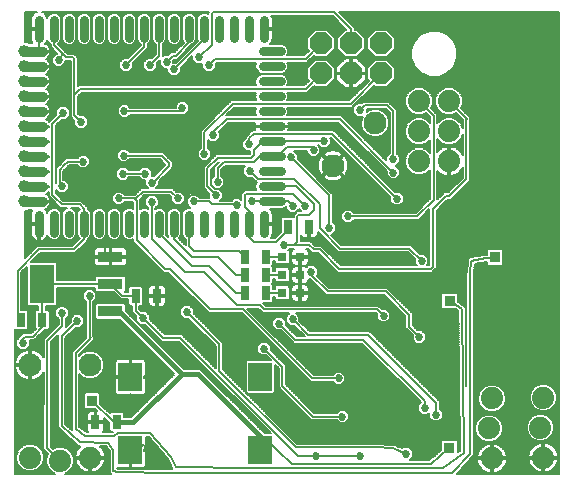
<source format=gbl>
G75*
%MOIN*%
%OFA0B0*%
%FSLAX25Y25*%
%IPPOS*%
%LPD*%
%AMOC8*
5,1,8,0,0,1.08239X$1,22.5*
%
%ADD10R,0.08465X0.12795*%
%ADD11R,0.08465X0.03740*%
%ADD12R,0.03150X0.04724*%
%ADD13OC8,0.07400*%
%ADD14R,0.07874X0.09449*%
%ADD15C,0.07400*%
%ADD16C,0.07600*%
%ADD17C,0.03000*%
%ADD18C,0.03937*%
%ADD19C,0.00000*%
%ADD20C,0.00001*%
%ADD21R,0.03150X0.03150*%
%ADD22C,0.00600*%
%ADD23C,0.02700*%
%ADD24C,0.00630*%
%ADD25R,0.03762X0.03762*%
%ADD26C,0.01600*%
D10*
X0054444Y0100678D03*
D11*
X0077279Y0100678D03*
X0077279Y0109733D03*
X0077279Y0091623D03*
D12*
X0085705Y0096796D03*
X0092791Y0096796D03*
X0121957Y0097733D03*
X0121957Y0103733D03*
X0121957Y0109733D03*
X0129043Y0109733D03*
X0129043Y0103733D03*
X0129043Y0097733D03*
X0136457Y0119733D03*
X0143543Y0119733D03*
X0079357Y0054613D03*
X0072271Y0054613D03*
X0054543Y0088733D03*
X0047457Y0088733D03*
D13*
X0147467Y0170894D03*
X0157467Y0170894D03*
X0167467Y0170894D03*
X0167467Y0180894D03*
X0157467Y0180894D03*
X0147467Y0180894D03*
D14*
X0127240Y0069659D03*
X0127240Y0045250D03*
X0083933Y0045250D03*
X0083933Y0069659D03*
D15*
X0070500Y0042833D03*
X0060500Y0041833D03*
X0050500Y0042833D03*
X0180100Y0141633D03*
X0190100Y0141633D03*
X0190100Y0151633D03*
X0180100Y0151633D03*
X0180100Y0161633D03*
X0190100Y0161633D03*
X0204450Y0062583D03*
X0203450Y0052583D03*
X0204450Y0042583D03*
X0221550Y0042833D03*
X0220550Y0052833D03*
X0221550Y0062833D03*
D16*
X0151429Y0140162D03*
X0165571Y0154304D03*
X0070500Y0073733D03*
X0050500Y0073733D03*
D17*
X0053500Y0117733D02*
X0053500Y0123733D01*
X0058500Y0123733D02*
X0058500Y0117733D01*
X0063500Y0117733D02*
X0063500Y0123733D01*
X0068500Y0123733D02*
X0068500Y0117733D01*
X0073500Y0117733D02*
X0073500Y0123733D01*
X0078500Y0123733D02*
X0078500Y0117733D01*
X0083500Y0117733D02*
X0083500Y0123733D01*
X0088500Y0123733D02*
X0088500Y0117733D01*
X0093500Y0117733D02*
X0093500Y0123733D01*
X0098500Y0123733D02*
X0098500Y0117733D01*
X0103500Y0117733D02*
X0103500Y0123733D01*
X0108500Y0123733D02*
X0108500Y0117733D01*
X0113500Y0117733D02*
X0113500Y0123733D01*
X0118500Y0123733D02*
X0118500Y0117733D01*
X0123500Y0117733D02*
X0123500Y0123733D01*
X0128500Y0123733D02*
X0128500Y0117733D01*
X0128000Y0128233D02*
X0134000Y0128233D01*
X0134000Y0133233D02*
X0128000Y0133233D01*
X0128000Y0138233D02*
X0134000Y0138233D01*
X0134000Y0143233D02*
X0128000Y0143233D01*
X0128000Y0148233D02*
X0134000Y0148233D01*
X0134000Y0153233D02*
X0128000Y0153233D01*
X0128000Y0158233D02*
X0134000Y0158233D01*
X0134000Y0163233D02*
X0128000Y0163233D01*
X0128000Y0168233D02*
X0134000Y0168233D01*
X0134000Y0173233D02*
X0128000Y0173233D01*
X0128000Y0178233D02*
X0134000Y0178233D01*
X0128500Y0182733D02*
X0128500Y0188733D01*
X0123500Y0188733D02*
X0123500Y0182733D01*
X0118500Y0182733D02*
X0118500Y0188733D01*
X0113500Y0188733D02*
X0113500Y0182733D01*
X0108500Y0182733D02*
X0108500Y0188733D01*
X0103500Y0188733D02*
X0103500Y0182733D01*
X0098500Y0182733D02*
X0098500Y0188733D01*
X0093500Y0188733D02*
X0093500Y0182733D01*
X0088500Y0182733D02*
X0088500Y0188733D01*
X0083500Y0188733D02*
X0083500Y0182733D01*
X0078500Y0182733D02*
X0078500Y0188733D01*
X0073500Y0188733D02*
X0073500Y0182733D01*
X0068500Y0182733D02*
X0068500Y0188733D01*
X0063500Y0188733D02*
X0063500Y0182733D01*
X0058500Y0182733D02*
X0058500Y0188733D01*
X0053500Y0188733D02*
X0053500Y0182733D01*
D18*
X0048500Y0178233D03*
X0048500Y0173233D03*
X0048500Y0168233D03*
X0048500Y0163233D03*
X0048500Y0158233D03*
X0048500Y0153233D03*
X0048500Y0148233D03*
X0048500Y0143233D03*
X0048500Y0138233D03*
X0048500Y0133233D03*
X0048500Y0128233D03*
D19*
X0048166Y0126771D02*
X0047849Y0126882D01*
X0047565Y0127060D01*
X0047327Y0127298D01*
X0047149Y0127582D01*
X0047038Y0127899D01*
X0047000Y0128233D01*
X0047038Y0128567D01*
X0047149Y0128884D01*
X0047327Y0129168D01*
X0047565Y0129406D01*
X0047849Y0129585D01*
X0048166Y0129695D01*
X0048500Y0129733D01*
X0054500Y0129733D01*
X0054834Y0129695D01*
X0055151Y0129585D01*
X0055435Y0129406D01*
X0055673Y0129168D01*
X0055851Y0128884D01*
X0055962Y0128567D01*
X0056000Y0128233D01*
X0055962Y0127899D01*
X0055851Y0127582D01*
X0055673Y0127298D01*
X0055435Y0127060D01*
X0055151Y0126882D01*
X0054834Y0126771D01*
X0054500Y0126733D01*
X0048500Y0126733D01*
X0048166Y0126771D01*
X0048500Y0131733D02*
X0048166Y0131771D01*
X0047849Y0131882D01*
X0047565Y0132060D01*
X0047327Y0132298D01*
X0047149Y0132582D01*
X0047038Y0132899D01*
X0047000Y0133233D01*
X0047038Y0133567D01*
X0047149Y0133884D01*
X0047327Y0134168D01*
X0047565Y0134406D01*
X0047849Y0134585D01*
X0048166Y0134695D01*
X0048500Y0134733D01*
X0054500Y0134733D01*
X0054834Y0134695D01*
X0055151Y0134585D01*
X0055435Y0134406D01*
X0055673Y0134168D01*
X0055851Y0133884D01*
X0055962Y0133567D01*
X0056000Y0133233D01*
X0055962Y0132899D01*
X0055851Y0132582D01*
X0055673Y0132298D01*
X0055435Y0132060D01*
X0055151Y0131882D01*
X0054834Y0131771D01*
X0054500Y0131733D01*
X0048500Y0131733D01*
X0048500Y0136733D02*
X0048166Y0136771D01*
X0047849Y0136882D01*
X0047565Y0137060D01*
X0047327Y0137298D01*
X0047149Y0137582D01*
X0047038Y0137899D01*
X0047000Y0138233D01*
X0047038Y0138567D01*
X0047149Y0138884D01*
X0047327Y0139168D01*
X0047565Y0139406D01*
X0047849Y0139585D01*
X0048166Y0139695D01*
X0048500Y0139733D01*
X0054500Y0139733D01*
X0054834Y0139695D01*
X0055151Y0139585D01*
X0055435Y0139406D01*
X0055673Y0139168D01*
X0055851Y0138884D01*
X0055962Y0138567D01*
X0056000Y0138233D01*
X0055962Y0137899D01*
X0055851Y0137582D01*
X0055673Y0137298D01*
X0055435Y0137060D01*
X0055151Y0136882D01*
X0054834Y0136771D01*
X0054500Y0136733D01*
X0048500Y0136733D01*
X0048500Y0141733D02*
X0048166Y0141771D01*
X0047849Y0141882D01*
X0047565Y0142060D01*
X0047327Y0142298D01*
X0047149Y0142582D01*
X0047038Y0142899D01*
X0047000Y0143233D01*
X0047038Y0143567D01*
X0047149Y0143884D01*
X0047327Y0144168D01*
X0047565Y0144406D01*
X0047849Y0144585D01*
X0048166Y0144695D01*
X0048500Y0144733D01*
X0054500Y0144733D01*
X0054834Y0144695D01*
X0055151Y0144585D01*
X0055435Y0144406D01*
X0055673Y0144168D01*
X0055851Y0143884D01*
X0055962Y0143567D01*
X0056000Y0143233D01*
X0055962Y0142899D01*
X0055851Y0142582D01*
X0055673Y0142298D01*
X0055435Y0142060D01*
X0055151Y0141882D01*
X0054834Y0141771D01*
X0054500Y0141733D01*
X0048500Y0141733D01*
X0048500Y0146733D02*
X0048166Y0146771D01*
X0047849Y0146882D01*
X0047565Y0147060D01*
X0047327Y0147298D01*
X0047149Y0147582D01*
X0047038Y0147899D01*
X0047000Y0148233D01*
X0047038Y0148567D01*
X0047149Y0148884D01*
X0047327Y0149168D01*
X0047565Y0149406D01*
X0047849Y0149585D01*
X0048166Y0149695D01*
X0048500Y0149733D01*
X0054500Y0149733D01*
X0054834Y0149695D01*
X0055151Y0149585D01*
X0055435Y0149406D01*
X0055673Y0149168D01*
X0055851Y0148884D01*
X0055962Y0148567D01*
X0056000Y0148233D01*
X0055962Y0147899D01*
X0055851Y0147582D01*
X0055673Y0147298D01*
X0055435Y0147060D01*
X0055151Y0146882D01*
X0054834Y0146771D01*
X0054500Y0146733D01*
X0048500Y0146733D01*
X0048500Y0151733D02*
X0048166Y0151771D01*
X0047849Y0151882D01*
X0047565Y0152060D01*
X0047327Y0152298D01*
X0047149Y0152582D01*
X0047038Y0152899D01*
X0047000Y0153233D01*
X0047038Y0153567D01*
X0047149Y0153884D01*
X0047327Y0154168D01*
X0047565Y0154406D01*
X0047849Y0154585D01*
X0048166Y0154695D01*
X0048500Y0154733D01*
X0054500Y0154733D01*
X0054834Y0154695D01*
X0055151Y0154585D01*
X0055435Y0154406D01*
X0055673Y0154168D01*
X0055851Y0153884D01*
X0055962Y0153567D01*
X0056000Y0153233D01*
X0055962Y0152899D01*
X0055851Y0152582D01*
X0055673Y0152298D01*
X0055435Y0152060D01*
X0055151Y0151882D01*
X0054834Y0151771D01*
X0054500Y0151733D01*
X0048500Y0151733D01*
X0048500Y0156733D02*
X0048166Y0156771D01*
X0047849Y0156882D01*
X0047565Y0157060D01*
X0047327Y0157298D01*
X0047149Y0157582D01*
X0047038Y0157899D01*
X0047000Y0158233D01*
X0047038Y0158567D01*
X0047149Y0158884D01*
X0047327Y0159168D01*
X0047565Y0159406D01*
X0047849Y0159585D01*
X0048166Y0159695D01*
X0048500Y0159733D01*
X0054500Y0159733D01*
X0054834Y0159695D01*
X0055151Y0159585D01*
X0055435Y0159406D01*
X0055673Y0159168D01*
X0055851Y0158884D01*
X0055962Y0158567D01*
X0056000Y0158233D01*
X0055962Y0157899D01*
X0055851Y0157582D01*
X0055673Y0157298D01*
X0055435Y0157060D01*
X0055151Y0156882D01*
X0054834Y0156771D01*
X0054500Y0156733D01*
X0048500Y0156733D01*
X0048500Y0161733D02*
X0048166Y0161771D01*
X0047849Y0161882D01*
X0047565Y0162060D01*
X0047327Y0162298D01*
X0047149Y0162582D01*
X0047038Y0162899D01*
X0047000Y0163233D01*
X0047038Y0163567D01*
X0047149Y0163884D01*
X0047327Y0164168D01*
X0047565Y0164406D01*
X0047849Y0164585D01*
X0048166Y0164695D01*
X0048500Y0164733D01*
X0054500Y0164733D01*
X0054834Y0164695D01*
X0055151Y0164585D01*
X0055435Y0164406D01*
X0055673Y0164168D01*
X0055851Y0163884D01*
X0055962Y0163567D01*
X0056000Y0163233D01*
X0055962Y0162899D01*
X0055851Y0162582D01*
X0055673Y0162298D01*
X0055435Y0162060D01*
X0055151Y0161882D01*
X0054834Y0161771D01*
X0054500Y0161733D01*
X0048500Y0161733D01*
X0048500Y0166733D02*
X0048166Y0166771D01*
X0047849Y0166882D01*
X0047565Y0167060D01*
X0047327Y0167298D01*
X0047149Y0167582D01*
X0047038Y0167899D01*
X0047000Y0168233D01*
X0047038Y0168567D01*
X0047149Y0168884D01*
X0047327Y0169168D01*
X0047565Y0169406D01*
X0047849Y0169585D01*
X0048166Y0169695D01*
X0048500Y0169733D01*
X0054500Y0169733D01*
X0054834Y0169695D01*
X0055151Y0169585D01*
X0055435Y0169406D01*
X0055673Y0169168D01*
X0055851Y0168884D01*
X0055962Y0168567D01*
X0056000Y0168233D01*
X0055962Y0167899D01*
X0055851Y0167582D01*
X0055673Y0167298D01*
X0055435Y0167060D01*
X0055151Y0166882D01*
X0054834Y0166771D01*
X0054500Y0166733D01*
X0048500Y0166733D01*
X0048500Y0171733D02*
X0048166Y0171771D01*
X0047849Y0171882D01*
X0047565Y0172060D01*
X0047327Y0172298D01*
X0047149Y0172582D01*
X0047038Y0172899D01*
X0047000Y0173233D01*
X0047038Y0173567D01*
X0047149Y0173884D01*
X0047327Y0174168D01*
X0047565Y0174406D01*
X0047849Y0174585D01*
X0048166Y0174695D01*
X0048500Y0174733D01*
X0054500Y0174733D01*
X0054834Y0174695D01*
X0055151Y0174585D01*
X0055435Y0174406D01*
X0055673Y0174168D01*
X0055851Y0173884D01*
X0055962Y0173567D01*
X0056000Y0173233D01*
X0055962Y0172899D01*
X0055851Y0172582D01*
X0055673Y0172298D01*
X0055435Y0172060D01*
X0055151Y0171882D01*
X0054834Y0171771D01*
X0054500Y0171733D01*
X0048500Y0171733D01*
X0048500Y0176733D02*
X0048166Y0176771D01*
X0047849Y0176882D01*
X0047565Y0177060D01*
X0047327Y0177298D01*
X0047149Y0177582D01*
X0047038Y0177899D01*
X0047000Y0178233D01*
X0047038Y0178567D01*
X0047149Y0178884D01*
X0047327Y0179168D01*
X0047565Y0179406D01*
X0047849Y0179585D01*
X0048166Y0179695D01*
X0048500Y0179733D01*
X0054500Y0179733D01*
X0054834Y0179695D01*
X0055151Y0179585D01*
X0055435Y0179406D01*
X0055673Y0179168D01*
X0055851Y0178884D01*
X0055962Y0178567D01*
X0056000Y0178233D01*
X0055962Y0177899D01*
X0055851Y0177582D01*
X0055673Y0177298D01*
X0055435Y0177060D01*
X0055151Y0176882D01*
X0054834Y0176771D01*
X0054500Y0176733D01*
X0048500Y0176733D01*
D20*
X0054500Y0176733D01*
X0054509Y0176734D02*
X0048491Y0176734D01*
X0048483Y0176735D02*
X0054517Y0176735D01*
X0054526Y0176736D02*
X0048474Y0176736D01*
X0048465Y0176737D02*
X0054535Y0176737D01*
X0054544Y0176738D02*
X0048456Y0176738D01*
X0048448Y0176739D02*
X0054552Y0176739D01*
X0054561Y0176740D02*
X0048439Y0176740D01*
X0048430Y0176741D02*
X0054570Y0176741D01*
X0054579Y0176742D02*
X0048421Y0176742D01*
X0048413Y0176743D02*
X0054587Y0176743D01*
X0054596Y0176744D02*
X0048404Y0176744D01*
X0048395Y0176745D02*
X0054605Y0176745D01*
X0054614Y0176746D02*
X0048386Y0176746D01*
X0048378Y0176747D02*
X0054622Y0176747D01*
X0054631Y0176748D02*
X0048369Y0176748D01*
X0048360Y0176749D02*
X0054640Y0176749D01*
X0054648Y0176750D02*
X0048352Y0176750D01*
X0048343Y0176751D02*
X0054657Y0176751D01*
X0054666Y0176752D02*
X0048334Y0176752D01*
X0048325Y0176753D02*
X0054675Y0176753D01*
X0054683Y0176754D02*
X0048317Y0176754D01*
X0048308Y0176755D02*
X0054692Y0176755D01*
X0054701Y0176756D02*
X0048299Y0176756D01*
X0048290Y0176757D02*
X0054710Y0176757D01*
X0054718Y0176758D02*
X0048282Y0176758D01*
X0048273Y0176759D02*
X0054727Y0176759D01*
X0054736Y0176760D02*
X0048264Y0176760D01*
X0048255Y0176761D02*
X0054745Y0176761D01*
X0054753Y0176762D02*
X0048247Y0176762D01*
X0048238Y0176763D02*
X0054762Y0176763D01*
X0054771Y0176764D02*
X0048229Y0176764D01*
X0048220Y0176765D02*
X0054780Y0176765D01*
X0054788Y0176766D02*
X0048212Y0176766D01*
X0048203Y0176767D02*
X0054797Y0176767D01*
X0054806Y0176768D02*
X0048194Y0176768D01*
X0048186Y0176769D02*
X0054814Y0176769D01*
X0054823Y0176769D02*
X0048177Y0176769D01*
X0048168Y0176770D02*
X0054832Y0176770D01*
X0054836Y0176771D02*
X0048164Y0176771D01*
X0048161Y0176772D02*
X0054839Y0176772D01*
X0054842Y0176773D02*
X0048158Y0176773D01*
X0048156Y0176774D02*
X0054844Y0176774D01*
X0054847Y0176775D02*
X0048153Y0176775D01*
X0048150Y0176776D02*
X0054850Y0176776D01*
X0054853Y0176777D02*
X0048147Y0176777D01*
X0048144Y0176778D02*
X0054856Y0176778D01*
X0054859Y0176779D02*
X0048141Y0176779D01*
X0048139Y0176780D02*
X0054861Y0176780D01*
X0054864Y0176781D02*
X0048136Y0176781D01*
X0048133Y0176782D02*
X0054867Y0176782D01*
X0054870Y0176783D02*
X0048130Y0176783D01*
X0048127Y0176784D02*
X0054873Y0176784D01*
X0054875Y0176785D02*
X0048125Y0176785D01*
X0048122Y0176786D02*
X0054878Y0176786D01*
X0054881Y0176787D02*
X0048119Y0176787D01*
X0048116Y0176788D02*
X0054884Y0176788D01*
X0054887Y0176789D02*
X0048113Y0176789D01*
X0048111Y0176790D02*
X0054889Y0176790D01*
X0054892Y0176791D02*
X0048108Y0176791D01*
X0048105Y0176792D02*
X0054895Y0176792D01*
X0054898Y0176793D02*
X0048102Y0176793D01*
X0048099Y0176794D02*
X0054901Y0176794D01*
X0054904Y0176795D02*
X0048096Y0176795D01*
X0048094Y0176796D02*
X0054906Y0176796D01*
X0054909Y0176797D02*
X0048091Y0176797D01*
X0048088Y0176798D02*
X0054912Y0176798D01*
X0054915Y0176799D02*
X0048085Y0176799D01*
X0048082Y0176800D02*
X0054918Y0176800D01*
X0054920Y0176801D02*
X0048080Y0176801D01*
X0048077Y0176802D02*
X0054923Y0176802D01*
X0054926Y0176803D02*
X0048074Y0176803D01*
X0048071Y0176804D02*
X0054929Y0176804D01*
X0054932Y0176805D02*
X0048068Y0176805D01*
X0048066Y0176806D02*
X0054934Y0176806D01*
X0054937Y0176807D02*
X0048063Y0176807D01*
X0048060Y0176808D02*
X0054940Y0176808D01*
X0054943Y0176809D02*
X0048057Y0176809D01*
X0048054Y0176810D02*
X0054946Y0176810D01*
X0054949Y0176811D02*
X0048051Y0176811D01*
X0048049Y0176812D02*
X0054951Y0176812D01*
X0054954Y0176813D02*
X0048046Y0176813D01*
X0048043Y0176814D02*
X0054957Y0176814D01*
X0054960Y0176815D02*
X0048040Y0176815D01*
X0048037Y0176816D02*
X0054963Y0176816D01*
X0054965Y0176817D02*
X0048035Y0176817D01*
X0048032Y0176818D02*
X0054968Y0176818D01*
X0054971Y0176819D02*
X0048029Y0176819D01*
X0048026Y0176820D02*
X0054974Y0176820D01*
X0054977Y0176821D02*
X0048023Y0176821D01*
X0048021Y0176822D02*
X0054979Y0176822D01*
X0054982Y0176823D02*
X0048018Y0176823D01*
X0048015Y0176824D02*
X0054985Y0176824D01*
X0054988Y0176825D02*
X0048012Y0176825D01*
X0048009Y0176826D02*
X0054991Y0176826D01*
X0054994Y0176827D02*
X0048006Y0176827D01*
X0048004Y0176828D02*
X0054996Y0176828D01*
X0054999Y0176829D02*
X0048001Y0176829D01*
X0047998Y0176830D02*
X0055002Y0176830D01*
X0055005Y0176831D02*
X0047995Y0176831D01*
X0047992Y0176831D02*
X0055008Y0176831D01*
X0055010Y0176832D02*
X0047990Y0176832D01*
X0047987Y0176833D02*
X0055013Y0176833D01*
X0055016Y0176834D02*
X0047984Y0176834D01*
X0047981Y0176835D02*
X0055019Y0176835D01*
X0055022Y0176836D02*
X0047978Y0176836D01*
X0047976Y0176837D02*
X0055024Y0176837D01*
X0055027Y0176838D02*
X0047973Y0176838D01*
X0047970Y0176839D02*
X0055030Y0176839D01*
X0055033Y0176840D02*
X0047967Y0176840D01*
X0047964Y0176841D02*
X0055036Y0176841D01*
X0055039Y0176842D02*
X0047961Y0176842D01*
X0047959Y0176843D02*
X0055041Y0176843D01*
X0055044Y0176844D02*
X0047956Y0176844D01*
X0047953Y0176845D02*
X0055047Y0176845D01*
X0055050Y0176846D02*
X0047950Y0176846D01*
X0047947Y0176847D02*
X0055053Y0176847D01*
X0055055Y0176848D02*
X0047945Y0176848D01*
X0047942Y0176849D02*
X0055058Y0176849D01*
X0055061Y0176850D02*
X0047939Y0176850D01*
X0047936Y0176851D02*
X0055064Y0176851D01*
X0055067Y0176852D02*
X0047933Y0176852D01*
X0047931Y0176853D02*
X0055069Y0176853D01*
X0055072Y0176854D02*
X0047928Y0176854D01*
X0047925Y0176855D02*
X0055075Y0176855D01*
X0055078Y0176856D02*
X0047922Y0176856D01*
X0047919Y0176857D02*
X0055081Y0176857D01*
X0055084Y0176858D02*
X0047916Y0176858D01*
X0047914Y0176859D02*
X0055086Y0176859D01*
X0055089Y0176860D02*
X0047911Y0176860D01*
X0047908Y0176861D02*
X0055092Y0176861D01*
X0055095Y0176862D02*
X0047905Y0176862D01*
X0047902Y0176863D02*
X0055098Y0176863D01*
X0055100Y0176864D02*
X0047900Y0176864D01*
X0047897Y0176865D02*
X0055103Y0176865D01*
X0055106Y0176866D02*
X0047894Y0176866D01*
X0047891Y0176867D02*
X0055109Y0176867D01*
X0055112Y0176868D02*
X0047888Y0176868D01*
X0047886Y0176869D02*
X0055114Y0176869D01*
X0055117Y0176870D02*
X0047883Y0176870D01*
X0047880Y0176871D02*
X0055120Y0176871D01*
X0055123Y0176872D02*
X0047877Y0176872D01*
X0047874Y0176873D02*
X0055126Y0176873D01*
X0055129Y0176874D02*
X0047871Y0176874D01*
X0047869Y0176875D02*
X0055131Y0176875D01*
X0055134Y0176876D02*
X0047866Y0176876D01*
X0047863Y0176877D02*
X0055137Y0176877D01*
X0055140Y0176878D02*
X0047860Y0176878D01*
X0047857Y0176879D02*
X0055143Y0176879D01*
X0055145Y0176880D02*
X0047855Y0176880D01*
X0047852Y0176881D02*
X0055148Y0176881D01*
X0055151Y0176882D02*
X0047849Y0176882D01*
X0047848Y0176883D02*
X0055153Y0176883D01*
X0055154Y0176884D02*
X0047846Y0176884D01*
X0047844Y0176885D02*
X0055156Y0176885D01*
X0055157Y0176886D02*
X0047843Y0176886D01*
X0047841Y0176887D02*
X0055159Y0176887D01*
X0055160Y0176888D02*
X0047840Y0176888D01*
X0047838Y0176889D02*
X0055162Y0176889D01*
X0055163Y0176890D02*
X0047837Y0176890D01*
X0047835Y0176891D02*
X0055165Y0176891D01*
X0055167Y0176892D02*
X0047833Y0176892D01*
X0047832Y0176893D02*
X0055168Y0176893D01*
X0055170Y0176894D02*
X0047830Y0176894D01*
X0047829Y0176894D02*
X0055171Y0176894D01*
X0055173Y0176895D02*
X0047827Y0176895D01*
X0047826Y0176896D02*
X0055174Y0176896D01*
X0055176Y0176897D02*
X0047824Y0176897D01*
X0047822Y0176898D02*
X0055178Y0176898D01*
X0055179Y0176899D02*
X0047821Y0176899D01*
X0047819Y0176900D02*
X0055181Y0176900D01*
X0055182Y0176901D02*
X0047818Y0176901D01*
X0047816Y0176902D02*
X0055184Y0176902D01*
X0055185Y0176903D02*
X0047815Y0176903D01*
X0047813Y0176904D02*
X0055187Y0176904D01*
X0055189Y0176905D02*
X0047811Y0176905D01*
X0047810Y0176906D02*
X0055190Y0176906D01*
X0055192Y0176907D02*
X0047808Y0176907D01*
X0047807Y0176908D02*
X0055193Y0176908D01*
X0055195Y0176909D02*
X0047805Y0176909D01*
X0047804Y0176910D02*
X0055196Y0176910D01*
X0055198Y0176911D02*
X0047802Y0176911D01*
X0047801Y0176912D02*
X0055200Y0176912D01*
X0055201Y0176913D02*
X0047799Y0176913D01*
X0047797Y0176914D02*
X0055203Y0176914D01*
X0055204Y0176915D02*
X0047796Y0176915D01*
X0047794Y0176916D02*
X0055206Y0176916D01*
X0055207Y0176917D02*
X0047793Y0176917D01*
X0047791Y0176918D02*
X0055209Y0176918D01*
X0055210Y0176919D02*
X0047790Y0176919D01*
X0047788Y0176920D02*
X0055212Y0176920D01*
X0055214Y0176921D02*
X0047786Y0176921D01*
X0047785Y0176922D02*
X0055215Y0176922D01*
X0055217Y0176923D02*
X0047783Y0176923D01*
X0047782Y0176924D02*
X0055218Y0176924D01*
X0055220Y0176925D02*
X0047780Y0176925D01*
X0047779Y0176926D02*
X0055221Y0176926D01*
X0055223Y0176927D02*
X0047777Y0176927D01*
X0047775Y0176928D02*
X0055225Y0176928D01*
X0055226Y0176929D02*
X0047774Y0176929D01*
X0047772Y0176930D02*
X0055228Y0176930D01*
X0055229Y0176931D02*
X0047771Y0176931D01*
X0047769Y0176932D02*
X0055231Y0176932D01*
X0055232Y0176933D02*
X0047768Y0176933D01*
X0047766Y0176934D02*
X0055234Y0176934D01*
X0055236Y0176935D02*
X0047764Y0176935D01*
X0047763Y0176936D02*
X0055237Y0176936D01*
X0055239Y0176937D02*
X0047761Y0176937D01*
X0047760Y0176938D02*
X0055240Y0176938D01*
X0055242Y0176939D02*
X0047758Y0176939D01*
X0047757Y0176940D02*
X0055243Y0176940D01*
X0055245Y0176941D02*
X0047755Y0176941D01*
X0047754Y0176942D02*
X0055247Y0176942D01*
X0055248Y0176943D02*
X0047752Y0176943D01*
X0047750Y0176944D02*
X0055250Y0176944D01*
X0055251Y0176945D02*
X0047749Y0176945D01*
X0047747Y0176946D02*
X0055253Y0176946D01*
X0055254Y0176947D02*
X0047746Y0176947D01*
X0047744Y0176948D02*
X0055256Y0176948D01*
X0055257Y0176949D02*
X0047743Y0176949D01*
X0047741Y0176950D02*
X0055259Y0176950D01*
X0055261Y0176951D02*
X0047739Y0176951D01*
X0047738Y0176952D02*
X0055262Y0176952D01*
X0055264Y0176953D02*
X0047736Y0176953D01*
X0047735Y0176954D02*
X0055265Y0176954D01*
X0055267Y0176955D02*
X0047733Y0176955D01*
X0047732Y0176956D02*
X0055268Y0176956D01*
X0055270Y0176956D02*
X0047730Y0176956D01*
X0047728Y0176957D02*
X0055272Y0176957D01*
X0055273Y0176958D02*
X0047727Y0176958D01*
X0047725Y0176959D02*
X0055275Y0176959D01*
X0055276Y0176960D02*
X0047724Y0176960D01*
X0047722Y0176961D02*
X0055278Y0176961D01*
X0055279Y0176962D02*
X0047721Y0176962D01*
X0047719Y0176963D02*
X0055281Y0176963D01*
X0055283Y0176964D02*
X0047717Y0176964D01*
X0047716Y0176965D02*
X0055284Y0176965D01*
X0055286Y0176966D02*
X0047714Y0176966D01*
X0047713Y0176967D02*
X0055287Y0176967D01*
X0055289Y0176968D02*
X0047711Y0176968D01*
X0047710Y0176969D02*
X0055290Y0176969D01*
X0055292Y0176970D02*
X0047708Y0176970D01*
X0047707Y0176971D02*
X0055293Y0176971D01*
X0055295Y0176972D02*
X0047705Y0176972D01*
X0047703Y0176973D02*
X0055297Y0176973D01*
X0055298Y0176974D02*
X0047702Y0176974D01*
X0047700Y0176975D02*
X0055300Y0176975D01*
X0055301Y0176976D02*
X0047699Y0176976D01*
X0047697Y0176977D02*
X0055303Y0176977D01*
X0055304Y0176978D02*
X0047696Y0176978D01*
X0047694Y0176979D02*
X0055306Y0176979D01*
X0055308Y0176980D02*
X0047692Y0176980D01*
X0047691Y0176981D02*
X0055309Y0176981D01*
X0055311Y0176982D02*
X0047689Y0176982D01*
X0047688Y0176983D02*
X0055312Y0176983D01*
X0055314Y0176984D02*
X0047686Y0176984D01*
X0047685Y0176985D02*
X0055315Y0176985D01*
X0055317Y0176986D02*
X0047683Y0176986D01*
X0047681Y0176987D02*
X0055319Y0176987D01*
X0055320Y0176988D02*
X0047680Y0176988D01*
X0047678Y0176989D02*
X0055322Y0176989D01*
X0055323Y0176990D02*
X0047677Y0176990D01*
X0047675Y0176991D02*
X0055325Y0176991D01*
X0055326Y0176992D02*
X0047674Y0176992D01*
X0047672Y0176993D02*
X0055328Y0176993D01*
X0055330Y0176994D02*
X0047670Y0176994D01*
X0047669Y0176995D02*
X0055331Y0176995D01*
X0055333Y0176996D02*
X0047667Y0176996D01*
X0047666Y0176997D02*
X0055334Y0176997D01*
X0055336Y0176998D02*
X0047664Y0176998D01*
X0047663Y0176999D02*
X0055337Y0176999D01*
X0055339Y0177000D02*
X0047661Y0177000D01*
X0047660Y0177001D02*
X0055340Y0177001D01*
X0055342Y0177002D02*
X0047658Y0177002D01*
X0047656Y0177003D02*
X0055344Y0177003D01*
X0055345Y0177004D02*
X0047655Y0177004D01*
X0047653Y0177005D02*
X0055347Y0177005D01*
X0055348Y0177006D02*
X0047652Y0177006D01*
X0047650Y0177007D02*
X0055350Y0177007D01*
X0055351Y0177008D02*
X0047649Y0177008D01*
X0047647Y0177009D02*
X0055353Y0177009D01*
X0055355Y0177010D02*
X0047645Y0177010D01*
X0047644Y0177011D02*
X0055356Y0177011D01*
X0055358Y0177012D02*
X0047642Y0177012D01*
X0047641Y0177013D02*
X0055359Y0177013D01*
X0055361Y0177014D02*
X0047639Y0177014D01*
X0047638Y0177015D02*
X0055362Y0177015D01*
X0055364Y0177016D02*
X0047636Y0177016D01*
X0047634Y0177017D02*
X0055366Y0177017D01*
X0055367Y0177018D02*
X0047633Y0177018D01*
X0047631Y0177019D02*
X0055369Y0177019D01*
X0055370Y0177019D02*
X0047630Y0177019D01*
X0047628Y0177020D02*
X0055372Y0177020D01*
X0055373Y0177021D02*
X0047627Y0177021D01*
X0047625Y0177022D02*
X0055375Y0177022D01*
X0055377Y0177023D02*
X0047623Y0177023D01*
X0047622Y0177024D02*
X0055378Y0177024D01*
X0055380Y0177025D02*
X0047620Y0177025D01*
X0047619Y0177026D02*
X0055381Y0177026D01*
X0055383Y0177027D02*
X0047617Y0177027D01*
X0047616Y0177028D02*
X0055384Y0177028D01*
X0055386Y0177029D02*
X0047614Y0177029D01*
X0047613Y0177030D02*
X0055387Y0177030D01*
X0055389Y0177031D02*
X0047611Y0177031D01*
X0047609Y0177032D02*
X0055391Y0177032D01*
X0055392Y0177033D02*
X0047608Y0177033D01*
X0047606Y0177034D02*
X0055394Y0177034D01*
X0055395Y0177035D02*
X0047605Y0177035D01*
X0047603Y0177036D02*
X0055397Y0177036D01*
X0055398Y0177037D02*
X0047602Y0177037D01*
X0047600Y0177038D02*
X0055400Y0177038D01*
X0055402Y0177039D02*
X0047598Y0177039D01*
X0047597Y0177040D02*
X0055403Y0177040D01*
X0055405Y0177041D02*
X0047595Y0177041D01*
X0047594Y0177042D02*
X0055406Y0177042D01*
X0055408Y0177043D02*
X0047592Y0177043D01*
X0047591Y0177044D02*
X0055409Y0177044D01*
X0055411Y0177045D02*
X0047589Y0177045D01*
X0047587Y0177046D02*
X0055413Y0177046D01*
X0055414Y0177047D02*
X0047586Y0177047D01*
X0047584Y0177048D02*
X0055416Y0177048D01*
X0055417Y0177049D02*
X0047583Y0177049D01*
X0047581Y0177050D02*
X0055419Y0177050D01*
X0055420Y0177051D02*
X0047580Y0177051D01*
X0047578Y0177052D02*
X0055422Y0177052D01*
X0055424Y0177053D02*
X0047577Y0177053D01*
X0047575Y0177054D02*
X0055425Y0177054D01*
X0055427Y0177055D02*
X0047573Y0177055D01*
X0047572Y0177056D02*
X0055428Y0177056D01*
X0055430Y0177057D02*
X0047570Y0177057D01*
X0047569Y0177058D02*
X0055431Y0177058D01*
X0055433Y0177059D02*
X0047567Y0177059D01*
X0047566Y0177060D02*
X0055434Y0177060D01*
X0055436Y0177061D02*
X0047564Y0177061D01*
X0047563Y0177062D02*
X0055437Y0177062D01*
X0055438Y0177063D02*
X0047562Y0177063D01*
X0047561Y0177064D02*
X0055439Y0177064D01*
X0055440Y0177065D02*
X0047560Y0177065D01*
X0047559Y0177066D02*
X0055441Y0177066D01*
X0055442Y0177067D02*
X0047558Y0177067D01*
X0047557Y0177068D02*
X0055443Y0177068D01*
X0055444Y0177069D02*
X0047556Y0177069D01*
X0047555Y0177070D02*
X0055445Y0177070D01*
X0055446Y0177071D02*
X0047554Y0177071D01*
X0047553Y0177072D02*
X0055447Y0177072D01*
X0055448Y0177073D02*
X0047552Y0177073D01*
X0047551Y0177074D02*
X0055449Y0177074D01*
X0055450Y0177075D02*
X0047550Y0177075D01*
X0047549Y0177076D02*
X0055451Y0177076D01*
X0055451Y0177077D02*
X0047549Y0177077D01*
X0047548Y0177078D02*
X0055452Y0177078D01*
X0055453Y0177079D02*
X0047547Y0177079D01*
X0047546Y0177080D02*
X0055454Y0177080D01*
X0055455Y0177081D02*
X0047545Y0177081D01*
X0047544Y0177081D02*
X0055456Y0177081D01*
X0055457Y0177082D02*
X0047543Y0177082D01*
X0047542Y0177083D02*
X0055458Y0177083D01*
X0055459Y0177084D02*
X0047541Y0177084D01*
X0047540Y0177085D02*
X0055460Y0177085D01*
X0055461Y0177086D02*
X0047539Y0177086D01*
X0047538Y0177087D02*
X0055462Y0177087D01*
X0055463Y0177088D02*
X0047537Y0177088D01*
X0047536Y0177089D02*
X0055464Y0177089D01*
X0055465Y0177090D02*
X0047535Y0177090D01*
X0047534Y0177091D02*
X0055466Y0177091D01*
X0055467Y0177092D02*
X0047533Y0177092D01*
X0047532Y0177093D02*
X0055468Y0177093D01*
X0055469Y0177094D02*
X0047531Y0177094D01*
X0047530Y0177095D02*
X0055470Y0177095D01*
X0055471Y0177096D02*
X0047529Y0177096D01*
X0047528Y0177097D02*
X0055472Y0177097D01*
X0055473Y0177098D02*
X0047527Y0177098D01*
X0047526Y0177099D02*
X0055474Y0177099D01*
X0055475Y0177100D02*
X0047525Y0177100D01*
X0047524Y0177101D02*
X0055476Y0177101D01*
X0055477Y0177102D02*
X0047523Y0177102D01*
X0047522Y0177103D02*
X0055478Y0177103D01*
X0055479Y0177104D02*
X0047521Y0177104D01*
X0047520Y0177105D02*
X0055480Y0177105D01*
X0055481Y0177106D02*
X0047519Y0177106D01*
X0047518Y0177107D02*
X0055482Y0177107D01*
X0055483Y0177108D02*
X0047517Y0177108D01*
X0047516Y0177109D02*
X0055484Y0177109D01*
X0055485Y0177110D02*
X0047515Y0177110D01*
X0047514Y0177111D02*
X0055486Y0177111D01*
X0055487Y0177112D02*
X0047513Y0177112D01*
X0047512Y0177113D02*
X0055488Y0177113D01*
X0055489Y0177114D02*
X0047511Y0177114D01*
X0047510Y0177115D02*
X0055490Y0177115D01*
X0055491Y0177116D02*
X0047509Y0177116D01*
X0047508Y0177117D02*
X0055492Y0177117D01*
X0055493Y0177118D02*
X0047507Y0177118D01*
X0047506Y0177119D02*
X0055494Y0177119D01*
X0055495Y0177120D02*
X0047505Y0177120D01*
X0047504Y0177121D02*
X0055496Y0177121D01*
X0055497Y0177122D02*
X0047503Y0177122D01*
X0047502Y0177123D02*
X0055498Y0177123D01*
X0055499Y0177124D02*
X0047501Y0177124D01*
X0047500Y0177125D02*
X0055500Y0177125D01*
X0055501Y0177126D02*
X0047499Y0177126D01*
X0047498Y0177127D02*
X0055502Y0177127D01*
X0055503Y0177128D02*
X0047497Y0177128D01*
X0047496Y0177129D02*
X0055504Y0177129D01*
X0055505Y0177130D02*
X0047495Y0177130D01*
X0047494Y0177131D02*
X0055506Y0177131D01*
X0055507Y0177132D02*
X0047493Y0177132D01*
X0047492Y0177133D02*
X0055508Y0177133D01*
X0055509Y0177134D02*
X0047491Y0177134D01*
X0047490Y0177135D02*
X0055510Y0177135D01*
X0055511Y0177136D02*
X0047489Y0177136D01*
X0047488Y0177137D02*
X0055512Y0177137D01*
X0055513Y0177138D02*
X0047487Y0177138D01*
X0047487Y0177139D02*
X0055513Y0177139D01*
X0055514Y0177140D02*
X0047486Y0177140D01*
X0047485Y0177141D02*
X0055515Y0177141D01*
X0055516Y0177142D02*
X0047484Y0177142D01*
X0047483Y0177143D02*
X0055517Y0177143D01*
X0055518Y0177144D02*
X0047482Y0177144D01*
X0047481Y0177144D02*
X0055519Y0177144D01*
X0055520Y0177145D02*
X0047480Y0177145D01*
X0047479Y0177146D02*
X0055521Y0177146D01*
X0055522Y0177147D02*
X0047478Y0177147D01*
X0047477Y0177148D02*
X0055523Y0177148D01*
X0055524Y0177149D02*
X0047476Y0177149D01*
X0047475Y0177150D02*
X0055525Y0177150D01*
X0055526Y0177151D02*
X0047474Y0177151D01*
X0047473Y0177152D02*
X0055527Y0177152D01*
X0055528Y0177153D02*
X0047472Y0177153D01*
X0047471Y0177154D02*
X0055529Y0177154D01*
X0055530Y0177155D02*
X0047470Y0177155D01*
X0047469Y0177156D02*
X0055531Y0177156D01*
X0055532Y0177157D02*
X0047468Y0177157D01*
X0047467Y0177158D02*
X0055533Y0177158D01*
X0055534Y0177159D02*
X0047466Y0177159D01*
X0047465Y0177160D02*
X0055535Y0177160D01*
X0055536Y0177161D02*
X0047464Y0177161D01*
X0047463Y0177162D02*
X0055537Y0177162D01*
X0055538Y0177163D02*
X0047462Y0177163D01*
X0047461Y0177164D02*
X0055539Y0177164D01*
X0055540Y0177165D02*
X0047460Y0177165D01*
X0047459Y0177166D02*
X0055541Y0177166D01*
X0055542Y0177167D02*
X0047458Y0177167D01*
X0047457Y0177168D02*
X0055543Y0177168D01*
X0055544Y0177169D02*
X0047456Y0177169D01*
X0047455Y0177170D02*
X0055545Y0177170D01*
X0055546Y0177171D02*
X0047454Y0177171D01*
X0047453Y0177172D02*
X0055547Y0177172D01*
X0055548Y0177173D02*
X0047452Y0177173D01*
X0047451Y0177174D02*
X0055549Y0177174D01*
X0055550Y0177175D02*
X0047450Y0177175D01*
X0047449Y0177176D02*
X0055551Y0177176D01*
X0055552Y0177177D02*
X0047448Y0177177D01*
X0047447Y0177178D02*
X0055553Y0177178D01*
X0055554Y0177179D02*
X0047446Y0177179D01*
X0047445Y0177180D02*
X0055555Y0177180D01*
X0055556Y0177181D02*
X0047444Y0177181D01*
X0047443Y0177182D02*
X0055557Y0177182D01*
X0055558Y0177183D02*
X0047442Y0177183D01*
X0047441Y0177184D02*
X0055559Y0177184D01*
X0055560Y0177185D02*
X0047440Y0177185D01*
X0047439Y0177186D02*
X0055561Y0177186D01*
X0055562Y0177187D02*
X0047438Y0177187D01*
X0047437Y0177188D02*
X0055563Y0177188D01*
X0055564Y0177189D02*
X0047436Y0177189D01*
X0047435Y0177190D02*
X0055565Y0177190D01*
X0055566Y0177191D02*
X0047434Y0177191D01*
X0047433Y0177192D02*
X0055567Y0177192D01*
X0055568Y0177193D02*
X0047432Y0177193D01*
X0047431Y0177194D02*
X0055569Y0177194D01*
X0055570Y0177195D02*
X0047430Y0177195D01*
X0047429Y0177196D02*
X0055571Y0177196D01*
X0055572Y0177197D02*
X0047428Y0177197D01*
X0047427Y0177198D02*
X0055573Y0177198D01*
X0055574Y0177199D02*
X0047426Y0177199D01*
X0047425Y0177200D02*
X0055575Y0177200D01*
X0055576Y0177201D02*
X0047424Y0177201D01*
X0047424Y0177202D02*
X0055576Y0177202D01*
X0055577Y0177203D02*
X0047423Y0177203D01*
X0047422Y0177204D02*
X0055578Y0177204D01*
X0055579Y0177205D02*
X0047421Y0177205D01*
X0047420Y0177206D02*
X0055580Y0177206D01*
X0055581Y0177206D02*
X0047419Y0177206D01*
X0047418Y0177207D02*
X0055582Y0177207D01*
X0055583Y0177208D02*
X0047417Y0177208D01*
X0047416Y0177209D02*
X0055584Y0177209D01*
X0055585Y0177210D02*
X0047415Y0177210D01*
X0047414Y0177211D02*
X0055586Y0177211D01*
X0055587Y0177212D02*
X0047413Y0177212D01*
X0047412Y0177213D02*
X0055588Y0177213D01*
X0055589Y0177214D02*
X0047411Y0177214D01*
X0047410Y0177215D02*
X0055590Y0177215D01*
X0055591Y0177216D02*
X0047409Y0177216D01*
X0047408Y0177217D02*
X0055592Y0177217D01*
X0055593Y0177218D02*
X0047407Y0177218D01*
X0047406Y0177219D02*
X0055594Y0177219D01*
X0055595Y0177220D02*
X0047405Y0177220D01*
X0047404Y0177221D02*
X0055596Y0177221D01*
X0055597Y0177222D02*
X0047403Y0177222D01*
X0047402Y0177223D02*
X0055598Y0177223D01*
X0055599Y0177224D02*
X0047401Y0177224D01*
X0047400Y0177225D02*
X0055600Y0177225D01*
X0055601Y0177226D02*
X0047399Y0177226D01*
X0047398Y0177227D02*
X0055602Y0177227D01*
X0055603Y0177228D02*
X0047397Y0177228D01*
X0047396Y0177229D02*
X0055604Y0177229D01*
X0055605Y0177230D02*
X0047395Y0177230D01*
X0047394Y0177231D02*
X0055606Y0177231D01*
X0055607Y0177232D02*
X0047393Y0177232D01*
X0047392Y0177233D02*
X0055608Y0177233D01*
X0055609Y0177234D02*
X0047391Y0177234D01*
X0047390Y0177235D02*
X0055610Y0177235D01*
X0055611Y0177236D02*
X0047389Y0177236D01*
X0047388Y0177237D02*
X0055612Y0177237D01*
X0055613Y0177238D02*
X0047387Y0177238D01*
X0047386Y0177239D02*
X0055614Y0177239D01*
X0055615Y0177240D02*
X0047385Y0177240D01*
X0047384Y0177241D02*
X0055616Y0177241D01*
X0055617Y0177242D02*
X0047383Y0177242D01*
X0047382Y0177243D02*
X0055618Y0177243D01*
X0055619Y0177244D02*
X0047381Y0177244D01*
X0047380Y0177245D02*
X0055620Y0177245D01*
X0055621Y0177246D02*
X0047379Y0177246D01*
X0047378Y0177247D02*
X0055622Y0177247D01*
X0055623Y0177248D02*
X0047377Y0177248D01*
X0047376Y0177249D02*
X0055624Y0177249D01*
X0055625Y0177250D02*
X0047375Y0177250D01*
X0047374Y0177251D02*
X0055626Y0177251D01*
X0055627Y0177252D02*
X0047373Y0177252D01*
X0047372Y0177253D02*
X0055628Y0177253D01*
X0055629Y0177254D02*
X0047371Y0177254D01*
X0047370Y0177255D02*
X0055630Y0177255D01*
X0055631Y0177256D02*
X0047369Y0177256D01*
X0047368Y0177257D02*
X0055632Y0177257D01*
X0055633Y0177258D02*
X0047367Y0177258D01*
X0047366Y0177259D02*
X0055634Y0177259D01*
X0055635Y0177260D02*
X0047365Y0177260D01*
X0047364Y0177261D02*
X0055636Y0177261D01*
X0055637Y0177262D02*
X0047363Y0177262D01*
X0047362Y0177263D02*
X0055638Y0177263D01*
X0055638Y0177264D02*
X0047362Y0177264D01*
X0047361Y0177265D02*
X0055639Y0177265D01*
X0055640Y0177266D02*
X0047360Y0177266D01*
X0047359Y0177267D02*
X0055641Y0177267D01*
X0055642Y0177268D02*
X0047358Y0177268D01*
X0047357Y0177269D02*
X0055643Y0177269D01*
X0055644Y0177269D02*
X0047356Y0177269D01*
X0047355Y0177270D02*
X0055645Y0177270D01*
X0055646Y0177271D02*
X0047354Y0177271D01*
X0047353Y0177272D02*
X0055647Y0177272D01*
X0055648Y0177273D02*
X0047352Y0177273D01*
X0047351Y0177274D02*
X0055649Y0177274D01*
X0055650Y0177275D02*
X0047350Y0177275D01*
X0047349Y0177276D02*
X0055651Y0177276D01*
X0055652Y0177277D02*
X0047348Y0177277D01*
X0047347Y0177278D02*
X0055653Y0177278D01*
X0055654Y0177279D02*
X0047346Y0177279D01*
X0047345Y0177280D02*
X0055655Y0177280D01*
X0055656Y0177281D02*
X0047344Y0177281D01*
X0047343Y0177282D02*
X0055657Y0177282D01*
X0055658Y0177283D02*
X0047342Y0177283D01*
X0047341Y0177284D02*
X0055659Y0177284D01*
X0055660Y0177285D02*
X0047340Y0177285D01*
X0047339Y0177286D02*
X0055661Y0177286D01*
X0055662Y0177287D02*
X0047338Y0177287D01*
X0047337Y0177288D02*
X0055663Y0177288D01*
X0055664Y0177289D02*
X0047336Y0177289D01*
X0047335Y0177290D02*
X0055665Y0177290D01*
X0055666Y0177291D02*
X0047334Y0177291D01*
X0047333Y0177292D02*
X0055667Y0177292D01*
X0055668Y0177293D02*
X0047332Y0177293D01*
X0047331Y0177294D02*
X0055669Y0177294D01*
X0055670Y0177295D02*
X0047330Y0177295D01*
X0047329Y0177296D02*
X0055671Y0177296D01*
X0055672Y0177297D02*
X0047328Y0177297D01*
X0047327Y0177298D02*
X0055673Y0177298D01*
X0055673Y0177299D02*
X0047327Y0177299D01*
X0047326Y0177300D02*
X0055674Y0177300D01*
X0055675Y0177301D02*
X0047325Y0177301D01*
X0047325Y0177302D02*
X0055675Y0177302D01*
X0055676Y0177303D02*
X0047324Y0177303D01*
X0047323Y0177304D02*
X0055677Y0177304D01*
X0055677Y0177305D02*
X0047323Y0177305D01*
X0047322Y0177306D02*
X0055678Y0177306D01*
X0055678Y0177307D02*
X0047322Y0177307D01*
X0047321Y0177308D02*
X0055679Y0177308D01*
X0055680Y0177309D02*
X0047320Y0177309D01*
X0047320Y0177310D02*
X0055680Y0177310D01*
X0055681Y0177311D02*
X0047319Y0177311D01*
X0047318Y0177312D02*
X0055682Y0177312D01*
X0055682Y0177313D02*
X0047318Y0177313D01*
X0047317Y0177314D02*
X0055683Y0177314D01*
X0055683Y0177315D02*
X0047317Y0177315D01*
X0047316Y0177316D02*
X0055684Y0177316D01*
X0055685Y0177317D02*
X0047315Y0177317D01*
X0047315Y0177318D02*
X0055685Y0177318D01*
X0055686Y0177319D02*
X0047314Y0177319D01*
X0047314Y0177320D02*
X0055686Y0177320D01*
X0055687Y0177321D02*
X0047313Y0177321D01*
X0047312Y0177322D02*
X0055688Y0177322D01*
X0055688Y0177323D02*
X0047312Y0177323D01*
X0047311Y0177324D02*
X0055689Y0177324D01*
X0055690Y0177325D02*
X0047310Y0177325D01*
X0047310Y0177326D02*
X0055690Y0177326D01*
X0055691Y0177327D02*
X0047309Y0177327D01*
X0047309Y0177328D02*
X0055691Y0177328D01*
X0055692Y0177329D02*
X0047308Y0177329D01*
X0047307Y0177330D02*
X0055693Y0177330D01*
X0055693Y0177331D02*
X0047307Y0177331D01*
X0047306Y0177331D02*
X0055694Y0177331D01*
X0055695Y0177332D02*
X0047305Y0177332D01*
X0047305Y0177333D02*
X0055695Y0177333D01*
X0055696Y0177334D02*
X0047304Y0177334D01*
X0047304Y0177335D02*
X0055696Y0177335D01*
X0055697Y0177336D02*
X0047303Y0177336D01*
X0047302Y0177337D02*
X0055698Y0177337D01*
X0055698Y0177338D02*
X0047302Y0177338D01*
X0047301Y0177339D02*
X0055699Y0177339D01*
X0055699Y0177340D02*
X0047301Y0177340D01*
X0047300Y0177341D02*
X0055700Y0177341D01*
X0055701Y0177342D02*
X0047299Y0177342D01*
X0047299Y0177343D02*
X0055701Y0177343D01*
X0055702Y0177344D02*
X0047298Y0177344D01*
X0047297Y0177345D02*
X0055703Y0177345D01*
X0055703Y0177346D02*
X0047297Y0177346D01*
X0047296Y0177347D02*
X0055704Y0177347D01*
X0055704Y0177348D02*
X0047296Y0177348D01*
X0047295Y0177349D02*
X0055705Y0177349D01*
X0055706Y0177350D02*
X0047294Y0177350D01*
X0047294Y0177351D02*
X0055706Y0177351D01*
X0055707Y0177352D02*
X0047293Y0177352D01*
X0047293Y0177353D02*
X0055708Y0177353D01*
X0055708Y0177354D02*
X0047292Y0177354D01*
X0047291Y0177355D02*
X0055709Y0177355D01*
X0055709Y0177356D02*
X0047291Y0177356D01*
X0047290Y0177357D02*
X0055710Y0177357D01*
X0055711Y0177358D02*
X0047289Y0177358D01*
X0047289Y0177359D02*
X0055711Y0177359D01*
X0055712Y0177360D02*
X0047288Y0177360D01*
X0047288Y0177361D02*
X0055712Y0177361D01*
X0055713Y0177362D02*
X0047287Y0177362D01*
X0047286Y0177363D02*
X0055714Y0177363D01*
X0055714Y0177364D02*
X0047286Y0177364D01*
X0047285Y0177365D02*
X0055715Y0177365D01*
X0055716Y0177366D02*
X0047284Y0177366D01*
X0047284Y0177367D02*
X0055716Y0177367D01*
X0055717Y0177368D02*
X0047283Y0177368D01*
X0047283Y0177369D02*
X0055717Y0177369D01*
X0055718Y0177370D02*
X0047282Y0177370D01*
X0047281Y0177371D02*
X0055719Y0177371D01*
X0055719Y0177372D02*
X0047281Y0177372D01*
X0047280Y0177373D02*
X0055720Y0177373D01*
X0055720Y0177374D02*
X0047280Y0177374D01*
X0047279Y0177375D02*
X0055721Y0177375D01*
X0055722Y0177376D02*
X0047278Y0177376D01*
X0047278Y0177377D02*
X0055722Y0177377D01*
X0055723Y0177378D02*
X0047277Y0177378D01*
X0047276Y0177379D02*
X0055724Y0177379D01*
X0055724Y0177380D02*
X0047276Y0177380D01*
X0047275Y0177381D02*
X0055725Y0177381D01*
X0055725Y0177382D02*
X0047275Y0177382D01*
X0047274Y0177383D02*
X0055726Y0177383D01*
X0055727Y0177384D02*
X0047273Y0177384D01*
X0047273Y0177385D02*
X0055727Y0177385D01*
X0055728Y0177386D02*
X0047272Y0177386D01*
X0047271Y0177387D02*
X0055729Y0177387D01*
X0055729Y0177388D02*
X0047271Y0177388D01*
X0047270Y0177389D02*
X0055730Y0177389D01*
X0055730Y0177390D02*
X0047270Y0177390D01*
X0047269Y0177391D02*
X0055731Y0177391D01*
X0055732Y0177392D02*
X0047268Y0177392D01*
X0047268Y0177393D02*
X0055732Y0177393D01*
X0055733Y0177394D02*
X0047267Y0177394D01*
X0055733Y0177394D01*
X0055734Y0177395D02*
X0047266Y0177395D01*
X0047265Y0177396D02*
X0055735Y0177396D01*
X0055735Y0177397D02*
X0047265Y0177397D01*
X0047264Y0177398D02*
X0055736Y0177398D01*
X0055737Y0177399D02*
X0047263Y0177399D01*
X0047263Y0177400D02*
X0055737Y0177400D01*
X0055738Y0177401D02*
X0047262Y0177401D01*
X0047262Y0177402D02*
X0055738Y0177402D01*
X0055739Y0177403D02*
X0047261Y0177403D01*
X0047260Y0177404D02*
X0055740Y0177404D01*
X0055740Y0177405D02*
X0047260Y0177405D01*
X0047259Y0177406D02*
X0055741Y0177406D01*
X0055742Y0177407D02*
X0047258Y0177407D01*
X0047258Y0177408D02*
X0055742Y0177408D01*
X0055743Y0177409D02*
X0047257Y0177409D01*
X0047257Y0177410D02*
X0055743Y0177410D01*
X0055744Y0177411D02*
X0047256Y0177411D01*
X0047255Y0177412D02*
X0055745Y0177412D01*
X0055745Y0177413D02*
X0047255Y0177413D01*
X0047254Y0177414D02*
X0055746Y0177414D01*
X0055746Y0177415D02*
X0047254Y0177415D01*
X0047253Y0177416D02*
X0055747Y0177416D01*
X0055748Y0177417D02*
X0047252Y0177417D01*
X0047252Y0177418D02*
X0055748Y0177418D01*
X0055749Y0177419D02*
X0047251Y0177419D01*
X0047250Y0177420D02*
X0055750Y0177420D01*
X0055750Y0177421D02*
X0047250Y0177421D01*
X0047249Y0177422D02*
X0055751Y0177422D01*
X0055751Y0177423D02*
X0047249Y0177423D01*
X0047248Y0177424D02*
X0055752Y0177424D01*
X0055753Y0177425D02*
X0047247Y0177425D01*
X0047247Y0177426D02*
X0055753Y0177426D01*
X0055754Y0177427D02*
X0047246Y0177427D01*
X0047245Y0177428D02*
X0055755Y0177428D01*
X0055755Y0177429D02*
X0047245Y0177429D01*
X0047244Y0177430D02*
X0055756Y0177430D01*
X0055756Y0177431D02*
X0047244Y0177431D01*
X0047243Y0177432D02*
X0055757Y0177432D01*
X0055758Y0177433D02*
X0047242Y0177433D01*
X0047242Y0177434D02*
X0055758Y0177434D01*
X0055759Y0177435D02*
X0047241Y0177435D01*
X0047241Y0177436D02*
X0055759Y0177436D01*
X0055760Y0177437D02*
X0047240Y0177437D01*
X0047239Y0177438D02*
X0055761Y0177438D01*
X0055761Y0177439D02*
X0047239Y0177439D01*
X0047238Y0177440D02*
X0055762Y0177440D01*
X0055763Y0177441D02*
X0047237Y0177441D01*
X0047237Y0177442D02*
X0055763Y0177442D01*
X0055764Y0177443D02*
X0047236Y0177443D01*
X0047236Y0177444D02*
X0055764Y0177444D01*
X0055765Y0177445D02*
X0047235Y0177445D01*
X0047234Y0177446D02*
X0055766Y0177446D01*
X0055766Y0177447D02*
X0047234Y0177447D01*
X0047233Y0177448D02*
X0055767Y0177448D01*
X0055767Y0177449D02*
X0047233Y0177449D01*
X0047232Y0177450D02*
X0055768Y0177450D01*
X0055769Y0177451D02*
X0047231Y0177451D01*
X0047231Y0177452D02*
X0055769Y0177452D01*
X0055770Y0177453D02*
X0047230Y0177453D01*
X0047229Y0177454D02*
X0055771Y0177454D01*
X0055771Y0177455D02*
X0047229Y0177455D01*
X0047228Y0177456D02*
X0055772Y0177456D01*
X0047228Y0177456D01*
X0047227Y0177457D02*
X0055773Y0177457D01*
X0055774Y0177458D02*
X0047226Y0177458D01*
X0047226Y0177459D02*
X0055774Y0177459D01*
X0055775Y0177460D02*
X0047225Y0177460D01*
X0047224Y0177461D02*
X0055776Y0177461D01*
X0055776Y0177462D02*
X0047224Y0177462D01*
X0047223Y0177463D02*
X0055777Y0177463D01*
X0055777Y0177464D02*
X0047223Y0177464D01*
X0047222Y0177465D02*
X0055778Y0177465D01*
X0055779Y0177466D02*
X0047221Y0177466D01*
X0047221Y0177467D02*
X0055779Y0177467D01*
X0055780Y0177468D02*
X0047220Y0177468D01*
X0047220Y0177469D02*
X0055780Y0177469D01*
X0055781Y0177470D02*
X0047219Y0177470D01*
X0047218Y0177471D02*
X0055782Y0177471D01*
X0055782Y0177472D02*
X0047218Y0177472D01*
X0047217Y0177473D02*
X0055783Y0177473D01*
X0055784Y0177474D02*
X0047216Y0177474D01*
X0047216Y0177475D02*
X0055784Y0177475D01*
X0055785Y0177476D02*
X0047215Y0177476D01*
X0047215Y0177477D02*
X0055785Y0177477D01*
X0055786Y0177478D02*
X0047214Y0177478D01*
X0047213Y0177479D02*
X0055787Y0177479D01*
X0055787Y0177480D02*
X0047213Y0177480D01*
X0047212Y0177481D02*
X0055788Y0177481D01*
X0055789Y0177482D02*
X0047211Y0177482D01*
X0047211Y0177483D02*
X0055789Y0177483D01*
X0055790Y0177484D02*
X0047210Y0177484D01*
X0047210Y0177485D02*
X0055790Y0177485D01*
X0055791Y0177486D02*
X0047209Y0177486D01*
X0047208Y0177487D02*
X0055792Y0177487D01*
X0055792Y0177488D02*
X0047208Y0177488D01*
X0047207Y0177489D02*
X0055793Y0177489D01*
X0055793Y0177490D02*
X0047207Y0177490D01*
X0047206Y0177491D02*
X0055794Y0177491D01*
X0055795Y0177492D02*
X0047205Y0177492D01*
X0047205Y0177493D02*
X0055795Y0177493D01*
X0055796Y0177494D02*
X0047204Y0177494D01*
X0047203Y0177495D02*
X0055797Y0177495D01*
X0055797Y0177496D02*
X0047203Y0177496D01*
X0047202Y0177497D02*
X0055798Y0177497D01*
X0055798Y0177498D02*
X0047202Y0177498D01*
X0047201Y0177499D02*
X0055799Y0177499D01*
X0055800Y0177500D02*
X0047200Y0177500D01*
X0047200Y0177501D02*
X0055800Y0177501D01*
X0055801Y0177502D02*
X0047199Y0177502D01*
X0047198Y0177503D02*
X0055802Y0177503D01*
X0055802Y0177504D02*
X0047198Y0177504D01*
X0047197Y0177505D02*
X0055803Y0177505D01*
X0055803Y0177506D02*
X0047197Y0177506D01*
X0047196Y0177507D02*
X0055804Y0177507D01*
X0055805Y0177508D02*
X0047195Y0177508D01*
X0047195Y0177509D02*
X0055805Y0177509D01*
X0055806Y0177510D02*
X0047194Y0177510D01*
X0047194Y0177511D02*
X0055806Y0177511D01*
X0055807Y0177512D02*
X0047193Y0177512D01*
X0047192Y0177513D02*
X0055808Y0177513D01*
X0055808Y0177514D02*
X0047192Y0177514D01*
X0047191Y0177515D02*
X0055809Y0177515D01*
X0055810Y0177516D02*
X0047190Y0177516D01*
X0047190Y0177517D02*
X0055810Y0177517D01*
X0055811Y0177518D02*
X0047189Y0177518D01*
X0047189Y0177519D02*
X0055811Y0177519D01*
X0055812Y0177519D02*
X0047188Y0177519D01*
X0047187Y0177520D02*
X0055813Y0177520D01*
X0055813Y0177521D02*
X0047187Y0177521D01*
X0047186Y0177522D02*
X0055814Y0177522D01*
X0055814Y0177523D02*
X0047186Y0177523D01*
X0047185Y0177524D02*
X0055815Y0177524D01*
X0055816Y0177525D02*
X0047184Y0177525D01*
X0047184Y0177526D02*
X0055816Y0177526D01*
X0055817Y0177527D02*
X0047183Y0177527D01*
X0047182Y0177528D02*
X0055818Y0177528D01*
X0055818Y0177529D02*
X0047182Y0177529D01*
X0047181Y0177530D02*
X0055819Y0177530D01*
X0055819Y0177531D02*
X0047181Y0177531D01*
X0047180Y0177532D02*
X0055820Y0177532D01*
X0055821Y0177533D02*
X0047179Y0177533D01*
X0047179Y0177534D02*
X0055821Y0177534D01*
X0055822Y0177535D02*
X0047178Y0177535D01*
X0047177Y0177536D02*
X0055823Y0177536D01*
X0055823Y0177537D02*
X0047177Y0177537D01*
X0047176Y0177538D02*
X0055824Y0177538D01*
X0055824Y0177539D02*
X0047176Y0177539D01*
X0047175Y0177540D02*
X0055825Y0177540D01*
X0055826Y0177541D02*
X0047174Y0177541D01*
X0047174Y0177542D02*
X0055826Y0177542D01*
X0055827Y0177543D02*
X0047173Y0177543D01*
X0047173Y0177544D02*
X0055827Y0177544D01*
X0055828Y0177545D02*
X0047172Y0177545D01*
X0047171Y0177546D02*
X0055829Y0177546D01*
X0055829Y0177547D02*
X0047171Y0177547D01*
X0047170Y0177548D02*
X0055830Y0177548D01*
X0055831Y0177549D02*
X0047169Y0177549D01*
X0047169Y0177550D02*
X0055831Y0177550D01*
X0055832Y0177551D02*
X0047168Y0177551D01*
X0047168Y0177552D02*
X0055832Y0177552D01*
X0055833Y0177553D02*
X0047167Y0177553D01*
X0047166Y0177554D02*
X0055834Y0177554D01*
X0055834Y0177555D02*
X0047166Y0177555D01*
X0047165Y0177556D02*
X0055835Y0177556D01*
X0055836Y0177557D02*
X0047164Y0177557D01*
X0047164Y0177558D02*
X0055836Y0177558D01*
X0055837Y0177559D02*
X0047163Y0177559D01*
X0047163Y0177560D02*
X0055837Y0177560D01*
X0055838Y0177561D02*
X0047162Y0177561D01*
X0047161Y0177562D02*
X0055839Y0177562D01*
X0055839Y0177563D02*
X0047161Y0177563D01*
X0047160Y0177564D02*
X0055840Y0177564D01*
X0055840Y0177565D02*
X0047160Y0177565D01*
X0047159Y0177566D02*
X0055841Y0177566D01*
X0055842Y0177567D02*
X0047158Y0177567D01*
X0047158Y0177568D02*
X0055842Y0177568D01*
X0055843Y0177569D02*
X0047157Y0177569D01*
X0047156Y0177570D02*
X0055844Y0177570D01*
X0055844Y0177571D02*
X0047156Y0177571D01*
X0047155Y0177572D02*
X0055845Y0177572D01*
X0055845Y0177573D02*
X0047155Y0177573D01*
X0047154Y0177574D02*
X0055846Y0177574D01*
X0055847Y0177575D02*
X0047153Y0177575D01*
X0047153Y0177576D02*
X0055847Y0177576D01*
X0055848Y0177577D02*
X0047152Y0177577D01*
X0047152Y0177578D02*
X0055849Y0177578D01*
X0055849Y0177579D02*
X0047151Y0177579D01*
X0047150Y0177580D02*
X0055850Y0177580D01*
X0055850Y0177581D02*
X0047150Y0177581D01*
X0047149Y0177581D02*
X0055851Y0177581D01*
X0055852Y0177582D02*
X0047148Y0177582D01*
X0047148Y0177583D02*
X0055852Y0177583D01*
X0055852Y0177584D02*
X0047148Y0177584D01*
X0047147Y0177585D02*
X0055853Y0177585D01*
X0055853Y0177586D02*
X0047147Y0177586D01*
X0047147Y0177587D02*
X0055853Y0177587D01*
X0055854Y0177588D02*
X0047146Y0177588D01*
X0047146Y0177589D02*
X0055854Y0177589D01*
X0055854Y0177590D02*
X0047146Y0177590D01*
X0047145Y0177591D02*
X0055855Y0177591D01*
X0055855Y0177592D02*
X0047145Y0177592D01*
X0047145Y0177593D02*
X0055855Y0177593D01*
X0055856Y0177594D02*
X0047144Y0177594D01*
X0047144Y0177595D02*
X0055856Y0177595D01*
X0055856Y0177596D02*
X0047144Y0177596D01*
X0047143Y0177597D02*
X0055857Y0177597D01*
X0055857Y0177598D02*
X0047143Y0177598D01*
X0047143Y0177599D02*
X0055857Y0177599D01*
X0055858Y0177600D02*
X0047142Y0177600D01*
X0047142Y0177601D02*
X0055858Y0177601D01*
X0055858Y0177602D02*
X0047142Y0177602D01*
X0047141Y0177603D02*
X0055859Y0177603D01*
X0055859Y0177604D02*
X0047141Y0177604D01*
X0047141Y0177605D02*
X0055859Y0177605D01*
X0055860Y0177606D02*
X0047140Y0177606D01*
X0047140Y0177607D02*
X0055860Y0177607D01*
X0055860Y0177608D02*
X0047140Y0177608D01*
X0047139Y0177609D02*
X0055861Y0177609D01*
X0055861Y0177610D02*
X0047139Y0177610D01*
X0047138Y0177611D02*
X0055862Y0177611D01*
X0055862Y0177612D02*
X0047138Y0177612D01*
X0047138Y0177613D02*
X0055862Y0177613D01*
X0055863Y0177614D02*
X0047137Y0177614D01*
X0047137Y0177615D02*
X0055863Y0177615D01*
X0055863Y0177616D02*
X0047137Y0177616D01*
X0047136Y0177617D02*
X0055864Y0177617D01*
X0055864Y0177618D02*
X0047136Y0177618D01*
X0047136Y0177619D02*
X0055864Y0177619D01*
X0055865Y0177620D02*
X0047135Y0177620D01*
X0047135Y0177621D02*
X0055865Y0177621D01*
X0055865Y0177622D02*
X0047135Y0177622D01*
X0047134Y0177623D02*
X0055866Y0177623D01*
X0055866Y0177624D02*
X0047134Y0177624D01*
X0047134Y0177625D02*
X0055866Y0177625D01*
X0055867Y0177626D02*
X0047133Y0177626D01*
X0047133Y0177627D02*
X0055867Y0177627D01*
X0055867Y0177628D02*
X0047133Y0177628D01*
X0047132Y0177629D02*
X0055868Y0177629D01*
X0055868Y0177630D02*
X0047132Y0177630D01*
X0047132Y0177631D02*
X0055868Y0177631D01*
X0055869Y0177632D02*
X0047131Y0177632D01*
X0047131Y0177633D02*
X0055869Y0177633D01*
X0055869Y0177634D02*
X0047131Y0177634D01*
X0047130Y0177635D02*
X0055870Y0177635D01*
X0055870Y0177636D02*
X0047130Y0177636D01*
X0047130Y0177637D02*
X0055870Y0177637D01*
X0055871Y0177638D02*
X0047129Y0177638D01*
X0047129Y0177639D02*
X0055871Y0177639D01*
X0055872Y0177640D02*
X0047128Y0177640D01*
X0047128Y0177641D02*
X0055872Y0177641D01*
X0055872Y0177642D02*
X0047128Y0177642D01*
X0047127Y0177643D02*
X0055873Y0177643D01*
X0055873Y0177644D02*
X0047127Y0177644D01*
X0055873Y0177644D01*
X0055874Y0177645D02*
X0047126Y0177645D01*
X0047126Y0177646D02*
X0055874Y0177646D01*
X0055874Y0177647D02*
X0047126Y0177647D01*
X0047125Y0177648D02*
X0055875Y0177648D01*
X0055875Y0177649D02*
X0047125Y0177649D01*
X0047125Y0177650D02*
X0055875Y0177650D01*
X0055876Y0177651D02*
X0047124Y0177651D01*
X0047124Y0177652D02*
X0055876Y0177652D01*
X0055876Y0177653D02*
X0047124Y0177653D01*
X0047123Y0177654D02*
X0055877Y0177654D01*
X0055877Y0177655D02*
X0047123Y0177655D01*
X0047123Y0177656D02*
X0055877Y0177656D01*
X0055878Y0177657D02*
X0047122Y0177657D01*
X0047122Y0177658D02*
X0055878Y0177658D01*
X0055878Y0177659D02*
X0047122Y0177659D01*
X0047121Y0177660D02*
X0055879Y0177660D01*
X0055879Y0177661D02*
X0047121Y0177661D01*
X0047121Y0177662D02*
X0055879Y0177662D01*
X0055880Y0177663D02*
X0047120Y0177663D01*
X0047120Y0177664D02*
X0055880Y0177664D01*
X0055880Y0177665D02*
X0047120Y0177665D01*
X0047119Y0177666D02*
X0055881Y0177666D01*
X0055881Y0177667D02*
X0047119Y0177667D01*
X0047119Y0177668D02*
X0055882Y0177668D01*
X0055882Y0177669D02*
X0047118Y0177669D01*
X0047118Y0177670D02*
X0055882Y0177670D01*
X0055883Y0177671D02*
X0047117Y0177671D01*
X0047117Y0177672D02*
X0055883Y0177672D01*
X0055883Y0177673D02*
X0047117Y0177673D01*
X0047116Y0177674D02*
X0055884Y0177674D01*
X0055884Y0177675D02*
X0047116Y0177675D01*
X0047116Y0177676D02*
X0055884Y0177676D01*
X0055885Y0177677D02*
X0047115Y0177677D01*
X0047115Y0177678D02*
X0055885Y0177678D01*
X0055885Y0177679D02*
X0047115Y0177679D01*
X0047114Y0177680D02*
X0055886Y0177680D01*
X0055886Y0177681D02*
X0047114Y0177681D01*
X0047114Y0177682D02*
X0055886Y0177682D01*
X0055887Y0177683D02*
X0047113Y0177683D01*
X0047113Y0177684D02*
X0055887Y0177684D01*
X0055887Y0177685D02*
X0047113Y0177685D01*
X0047112Y0177686D02*
X0055888Y0177686D01*
X0055888Y0177687D02*
X0047112Y0177687D01*
X0047112Y0177688D02*
X0055888Y0177688D01*
X0055889Y0177689D02*
X0047111Y0177689D01*
X0047111Y0177690D02*
X0055889Y0177690D01*
X0055889Y0177691D02*
X0047111Y0177691D01*
X0047110Y0177692D02*
X0055890Y0177692D01*
X0055890Y0177693D02*
X0047110Y0177693D01*
X0047110Y0177694D02*
X0055890Y0177694D01*
X0055891Y0177695D02*
X0047109Y0177695D01*
X0047109Y0177696D02*
X0055891Y0177696D01*
X0055891Y0177697D02*
X0047109Y0177697D01*
X0047108Y0177698D02*
X0055892Y0177698D01*
X0055892Y0177699D02*
X0047108Y0177699D01*
X0047107Y0177700D02*
X0055893Y0177700D01*
X0055893Y0177701D02*
X0047107Y0177701D01*
X0047107Y0177702D02*
X0055893Y0177702D01*
X0055894Y0177703D02*
X0047106Y0177703D01*
X0047106Y0177704D02*
X0055894Y0177704D01*
X0055894Y0177705D02*
X0047106Y0177705D01*
X0047105Y0177706D02*
X0055895Y0177706D01*
X0047105Y0177706D01*
X0047105Y0177707D02*
X0055895Y0177707D01*
X0055896Y0177708D02*
X0047104Y0177708D01*
X0047104Y0177709D02*
X0055896Y0177709D01*
X0055896Y0177710D02*
X0047104Y0177710D01*
X0047103Y0177711D02*
X0055897Y0177711D01*
X0055897Y0177712D02*
X0047103Y0177712D01*
X0047103Y0177713D02*
X0055897Y0177713D01*
X0055898Y0177714D02*
X0047102Y0177714D01*
X0047102Y0177715D02*
X0055898Y0177715D01*
X0055898Y0177716D02*
X0047102Y0177716D01*
X0047101Y0177717D02*
X0055899Y0177717D01*
X0055899Y0177718D02*
X0047101Y0177718D01*
X0047101Y0177719D02*
X0055899Y0177719D01*
X0055900Y0177720D02*
X0047100Y0177720D01*
X0047100Y0177721D02*
X0055900Y0177721D01*
X0055900Y0177722D02*
X0047100Y0177722D01*
X0047099Y0177723D02*
X0055901Y0177723D01*
X0055901Y0177724D02*
X0047099Y0177724D01*
X0047099Y0177725D02*
X0055901Y0177725D01*
X0055902Y0177726D02*
X0047098Y0177726D01*
X0047098Y0177727D02*
X0055902Y0177727D01*
X0055903Y0177728D02*
X0047098Y0177728D01*
X0047097Y0177729D02*
X0055903Y0177729D01*
X0055903Y0177730D02*
X0047097Y0177730D01*
X0047096Y0177731D02*
X0055904Y0177731D01*
X0055904Y0177732D02*
X0047096Y0177732D01*
X0047096Y0177733D02*
X0055904Y0177733D01*
X0055905Y0177734D02*
X0047095Y0177734D01*
X0047095Y0177735D02*
X0055905Y0177735D01*
X0055905Y0177736D02*
X0047095Y0177736D01*
X0047094Y0177737D02*
X0055906Y0177737D01*
X0055906Y0177738D02*
X0047094Y0177738D01*
X0047094Y0177739D02*
X0055906Y0177739D01*
X0055907Y0177740D02*
X0047093Y0177740D01*
X0047093Y0177741D02*
X0055907Y0177741D01*
X0055907Y0177742D02*
X0047093Y0177742D01*
X0047092Y0177743D02*
X0055908Y0177743D01*
X0055908Y0177744D02*
X0047092Y0177744D01*
X0047092Y0177745D02*
X0055908Y0177745D01*
X0055909Y0177746D02*
X0047091Y0177746D01*
X0047091Y0177747D02*
X0055909Y0177747D01*
X0055909Y0177748D02*
X0047091Y0177748D01*
X0047090Y0177749D02*
X0055910Y0177749D01*
X0055910Y0177750D02*
X0047090Y0177750D01*
X0047090Y0177751D02*
X0055910Y0177751D01*
X0055911Y0177752D02*
X0047089Y0177752D01*
X0047089Y0177753D02*
X0055911Y0177753D01*
X0055911Y0177754D02*
X0047089Y0177754D01*
X0047088Y0177755D02*
X0055912Y0177755D01*
X0055912Y0177756D02*
X0047088Y0177756D01*
X0047088Y0177757D02*
X0055912Y0177757D01*
X0055913Y0177758D02*
X0047087Y0177758D01*
X0047087Y0177759D02*
X0055913Y0177759D01*
X0055914Y0177760D02*
X0047086Y0177760D01*
X0047086Y0177761D02*
X0055914Y0177761D01*
X0055914Y0177762D02*
X0047086Y0177762D01*
X0047085Y0177763D02*
X0055915Y0177763D01*
X0055915Y0177764D02*
X0047085Y0177764D01*
X0047085Y0177765D02*
X0055915Y0177765D01*
X0055916Y0177766D02*
X0047084Y0177766D01*
X0047084Y0177767D02*
X0055916Y0177767D01*
X0055916Y0177768D02*
X0047084Y0177768D01*
X0047083Y0177769D02*
X0055917Y0177769D01*
X0047083Y0177769D01*
X0047083Y0177770D02*
X0055917Y0177770D01*
X0055918Y0177771D02*
X0047082Y0177771D01*
X0047082Y0177772D02*
X0055918Y0177772D01*
X0055918Y0177773D02*
X0047082Y0177773D01*
X0047081Y0177774D02*
X0055919Y0177774D01*
X0055919Y0177775D02*
X0047081Y0177775D01*
X0047081Y0177776D02*
X0055919Y0177776D01*
X0055920Y0177777D02*
X0047080Y0177777D01*
X0047080Y0177778D02*
X0055920Y0177778D01*
X0055920Y0177779D02*
X0047080Y0177779D01*
X0047079Y0177780D02*
X0055921Y0177780D01*
X0055921Y0177781D02*
X0047079Y0177781D01*
X0047079Y0177782D02*
X0055921Y0177782D01*
X0055922Y0177783D02*
X0047078Y0177783D01*
X0047078Y0177784D02*
X0055922Y0177784D01*
X0055922Y0177785D02*
X0047078Y0177785D01*
X0047077Y0177786D02*
X0055923Y0177786D01*
X0055923Y0177787D02*
X0047077Y0177787D01*
X0047076Y0177788D02*
X0055924Y0177788D01*
X0055924Y0177789D02*
X0047076Y0177789D01*
X0047076Y0177790D02*
X0055924Y0177790D01*
X0055925Y0177791D02*
X0047075Y0177791D01*
X0047075Y0177792D02*
X0055925Y0177792D01*
X0055925Y0177793D02*
X0047075Y0177793D01*
X0047074Y0177794D02*
X0055926Y0177794D01*
X0055926Y0177795D02*
X0047074Y0177795D01*
X0047074Y0177796D02*
X0055926Y0177796D01*
X0055927Y0177797D02*
X0047073Y0177797D01*
X0047073Y0177798D02*
X0055927Y0177798D01*
X0055927Y0177799D02*
X0047073Y0177799D01*
X0047072Y0177800D02*
X0055928Y0177800D01*
X0055928Y0177801D02*
X0047072Y0177801D01*
X0047072Y0177802D02*
X0055928Y0177802D01*
X0055929Y0177803D02*
X0047071Y0177803D01*
X0047071Y0177804D02*
X0055929Y0177804D01*
X0055929Y0177805D02*
X0047071Y0177805D01*
X0047070Y0177806D02*
X0055930Y0177806D01*
X0055930Y0177807D02*
X0047070Y0177807D01*
X0047070Y0177808D02*
X0055930Y0177808D01*
X0055931Y0177809D02*
X0047069Y0177809D01*
X0047069Y0177810D02*
X0055931Y0177810D01*
X0055931Y0177811D02*
X0047069Y0177811D01*
X0047068Y0177812D02*
X0055932Y0177812D01*
X0055932Y0177813D02*
X0047068Y0177813D01*
X0047068Y0177814D02*
X0055932Y0177814D01*
X0055933Y0177815D02*
X0047067Y0177815D01*
X0047067Y0177816D02*
X0055933Y0177816D01*
X0055934Y0177817D02*
X0047066Y0177817D01*
X0047066Y0177818D02*
X0055934Y0177818D01*
X0055934Y0177819D02*
X0047066Y0177819D01*
X0047065Y0177820D02*
X0055935Y0177820D01*
X0055935Y0177821D02*
X0047065Y0177821D01*
X0047065Y0177822D02*
X0055935Y0177822D01*
X0055936Y0177823D02*
X0047064Y0177823D01*
X0047064Y0177824D02*
X0055936Y0177824D01*
X0055936Y0177825D02*
X0047064Y0177825D01*
X0047063Y0177826D02*
X0055937Y0177826D01*
X0055937Y0177827D02*
X0047063Y0177827D01*
X0047063Y0177828D02*
X0055937Y0177828D01*
X0055938Y0177829D02*
X0047062Y0177829D01*
X0047062Y0177830D02*
X0055938Y0177830D01*
X0055938Y0177831D02*
X0047062Y0177831D01*
X0047061Y0177831D02*
X0055939Y0177831D01*
X0055939Y0177832D02*
X0047061Y0177832D01*
X0047061Y0177833D02*
X0055939Y0177833D01*
X0055940Y0177834D02*
X0047060Y0177834D01*
X0047060Y0177835D02*
X0055940Y0177835D01*
X0055940Y0177836D02*
X0047060Y0177836D01*
X0047059Y0177837D02*
X0055941Y0177837D01*
X0055941Y0177838D02*
X0047059Y0177838D01*
X0047059Y0177839D02*
X0055941Y0177839D01*
X0055942Y0177840D02*
X0047058Y0177840D01*
X0047058Y0177841D02*
X0055942Y0177841D01*
X0055942Y0177842D02*
X0047058Y0177842D01*
X0047057Y0177843D02*
X0055943Y0177843D01*
X0055943Y0177844D02*
X0047057Y0177844D01*
X0047057Y0177845D02*
X0055943Y0177845D01*
X0055944Y0177846D02*
X0047056Y0177846D01*
X0047056Y0177847D02*
X0055944Y0177847D01*
X0055945Y0177848D02*
X0047055Y0177848D01*
X0047055Y0177849D02*
X0055945Y0177849D01*
X0055945Y0177850D02*
X0047055Y0177850D01*
X0047054Y0177851D02*
X0055946Y0177851D01*
X0055946Y0177852D02*
X0047054Y0177852D01*
X0047054Y0177853D02*
X0055946Y0177853D01*
X0055947Y0177854D02*
X0047053Y0177854D01*
X0047053Y0177855D02*
X0055947Y0177855D01*
X0055947Y0177856D02*
X0047053Y0177856D01*
X0047052Y0177857D02*
X0055948Y0177857D01*
X0055948Y0177858D02*
X0047052Y0177858D01*
X0047052Y0177859D02*
X0055948Y0177859D01*
X0055949Y0177860D02*
X0047051Y0177860D01*
X0047051Y0177861D02*
X0055949Y0177861D01*
X0055949Y0177862D02*
X0047051Y0177862D01*
X0047050Y0177863D02*
X0055950Y0177863D01*
X0055950Y0177864D02*
X0047050Y0177864D01*
X0047050Y0177865D02*
X0055950Y0177865D01*
X0055951Y0177866D02*
X0047049Y0177866D01*
X0047049Y0177867D02*
X0055951Y0177867D01*
X0055951Y0177868D02*
X0047049Y0177868D01*
X0047048Y0177869D02*
X0055952Y0177869D01*
X0055952Y0177870D02*
X0047048Y0177870D01*
X0047048Y0177871D02*
X0055952Y0177871D01*
X0055953Y0177872D02*
X0047047Y0177872D01*
X0047047Y0177873D02*
X0055953Y0177873D01*
X0055953Y0177874D02*
X0047047Y0177874D01*
X0047046Y0177875D02*
X0055954Y0177875D01*
X0055954Y0177876D02*
X0047046Y0177876D01*
X0047045Y0177877D02*
X0055955Y0177877D01*
X0055955Y0177878D02*
X0047045Y0177878D01*
X0047045Y0177879D02*
X0055955Y0177879D01*
X0055956Y0177880D02*
X0047044Y0177880D01*
X0047044Y0177881D02*
X0055956Y0177881D01*
X0055956Y0177882D02*
X0047044Y0177882D01*
X0047043Y0177883D02*
X0055957Y0177883D01*
X0055957Y0177884D02*
X0047043Y0177884D01*
X0047043Y0177885D02*
X0055957Y0177885D01*
X0055958Y0177886D02*
X0047042Y0177886D01*
X0047042Y0177887D02*
X0055958Y0177887D01*
X0055958Y0177888D02*
X0047042Y0177888D01*
X0047041Y0177889D02*
X0055959Y0177889D01*
X0055959Y0177890D02*
X0047041Y0177890D01*
X0047041Y0177891D02*
X0055959Y0177891D01*
X0055960Y0177892D02*
X0047040Y0177892D01*
X0047040Y0177893D02*
X0055960Y0177893D01*
X0055960Y0177894D02*
X0047040Y0177894D01*
X0047039Y0177894D02*
X0055961Y0177894D01*
X0055961Y0177895D02*
X0047039Y0177895D01*
X0047039Y0177896D02*
X0055961Y0177896D01*
X0055962Y0177897D02*
X0047038Y0177897D01*
X0047038Y0177898D02*
X0055962Y0177898D01*
X0055962Y0177899D02*
X0047038Y0177899D01*
X0047037Y0177900D02*
X0055963Y0177900D01*
X0055963Y0177901D02*
X0047037Y0177901D01*
X0047037Y0177902D02*
X0055963Y0177902D01*
X0055963Y0177903D02*
X0047037Y0177903D01*
X0047037Y0177904D02*
X0055963Y0177904D01*
X0055963Y0177905D02*
X0047037Y0177905D01*
X0047037Y0177906D02*
X0055963Y0177906D01*
X0055963Y0177907D02*
X0047037Y0177907D01*
X0047037Y0177908D02*
X0055963Y0177908D01*
X0055964Y0177909D02*
X0047036Y0177909D01*
X0047036Y0177910D02*
X0055964Y0177910D01*
X0055964Y0177911D02*
X0047036Y0177911D01*
X0047036Y0177912D02*
X0055964Y0177912D01*
X0055964Y0177913D02*
X0047036Y0177913D01*
X0047036Y0177914D02*
X0055964Y0177914D01*
X0055964Y0177915D02*
X0047036Y0177915D01*
X0047036Y0177916D02*
X0055964Y0177916D01*
X0055964Y0177917D02*
X0047036Y0177917D01*
X0047035Y0177918D02*
X0055965Y0177918D01*
X0055965Y0177919D02*
X0047035Y0177919D01*
X0047035Y0177920D02*
X0055965Y0177920D01*
X0055965Y0177921D02*
X0047035Y0177921D01*
X0047035Y0177922D02*
X0055965Y0177922D01*
X0055965Y0177923D02*
X0047035Y0177923D01*
X0047035Y0177924D02*
X0055965Y0177924D01*
X0055965Y0177925D02*
X0047035Y0177925D01*
X0047035Y0177926D02*
X0055965Y0177926D01*
X0055966Y0177927D02*
X0047034Y0177927D01*
X0047034Y0177928D02*
X0055966Y0177928D01*
X0055966Y0177929D02*
X0047034Y0177929D01*
X0047034Y0177930D02*
X0055966Y0177930D01*
X0055966Y0177931D02*
X0047034Y0177931D01*
X0047034Y0177932D02*
X0055966Y0177932D01*
X0055966Y0177933D02*
X0047034Y0177933D01*
X0047034Y0177934D02*
X0055966Y0177934D01*
X0055966Y0177935D02*
X0047034Y0177935D01*
X0047034Y0177936D02*
X0055967Y0177936D01*
X0055967Y0177937D02*
X0047033Y0177937D01*
X0047033Y0177938D02*
X0055967Y0177938D01*
X0055967Y0177939D02*
X0047033Y0177939D01*
X0047033Y0177940D02*
X0055967Y0177940D01*
X0055967Y0177941D02*
X0047033Y0177941D01*
X0047033Y0177942D02*
X0055967Y0177942D01*
X0055967Y0177943D02*
X0047033Y0177943D01*
X0047033Y0177944D02*
X0055967Y0177944D01*
X0055968Y0177945D02*
X0047033Y0177945D01*
X0047032Y0177946D02*
X0055968Y0177946D01*
X0055968Y0177947D02*
X0047032Y0177947D01*
X0047032Y0177948D02*
X0055968Y0177948D01*
X0055968Y0177949D02*
X0047032Y0177949D01*
X0047032Y0177950D02*
X0055968Y0177950D01*
X0055968Y0177951D02*
X0047032Y0177951D01*
X0047032Y0177952D02*
X0055968Y0177952D01*
X0055968Y0177953D02*
X0047032Y0177953D01*
X0047032Y0177954D02*
X0055969Y0177954D01*
X0055969Y0177955D02*
X0047031Y0177955D01*
X0047031Y0177956D02*
X0055969Y0177956D01*
X0047031Y0177956D01*
X0047031Y0177957D02*
X0055969Y0177957D01*
X0055969Y0177958D02*
X0047031Y0177958D01*
X0047031Y0177959D02*
X0055969Y0177959D01*
X0055969Y0177960D02*
X0047031Y0177960D01*
X0047031Y0177961D02*
X0055969Y0177961D01*
X0055970Y0177962D02*
X0047030Y0177962D01*
X0047030Y0177963D02*
X0055970Y0177963D01*
X0055970Y0177964D02*
X0047030Y0177964D01*
X0047030Y0177965D02*
X0055970Y0177965D01*
X0055970Y0177966D02*
X0047030Y0177966D01*
X0047030Y0177967D02*
X0055970Y0177967D01*
X0055970Y0177968D02*
X0047030Y0177968D01*
X0047030Y0177969D02*
X0055970Y0177969D01*
X0055970Y0177970D02*
X0047030Y0177970D01*
X0047030Y0177971D02*
X0055971Y0177971D01*
X0055971Y0177972D02*
X0047029Y0177972D01*
X0047029Y0177973D02*
X0055971Y0177973D01*
X0055971Y0177974D02*
X0047029Y0177974D01*
X0047029Y0177975D02*
X0055971Y0177975D01*
X0055971Y0177976D02*
X0047029Y0177976D01*
X0047029Y0177977D02*
X0055971Y0177977D01*
X0055971Y0177978D02*
X0047029Y0177978D01*
X0047029Y0177979D02*
X0055971Y0177979D01*
X0055972Y0177980D02*
X0047029Y0177980D01*
X0047028Y0177981D02*
X0055972Y0177981D01*
X0055972Y0177982D02*
X0047028Y0177982D01*
X0047028Y0177983D02*
X0055972Y0177983D01*
X0055972Y0177984D02*
X0047028Y0177984D01*
X0047028Y0177985D02*
X0055972Y0177985D01*
X0055972Y0177986D02*
X0047028Y0177986D01*
X0047028Y0177987D02*
X0055972Y0177987D01*
X0055972Y0177988D02*
X0047028Y0177988D01*
X0047028Y0177989D02*
X0055973Y0177989D01*
X0055973Y0177990D02*
X0047027Y0177990D01*
X0047027Y0177991D02*
X0055973Y0177991D01*
X0055973Y0177992D02*
X0047027Y0177992D01*
X0047027Y0177993D02*
X0055973Y0177993D01*
X0055973Y0177994D02*
X0047027Y0177994D01*
X0047027Y0177995D02*
X0055973Y0177995D01*
X0055973Y0177996D02*
X0047027Y0177996D01*
X0047027Y0177997D02*
X0055973Y0177997D01*
X0055973Y0177998D02*
X0047027Y0177998D01*
X0047026Y0177999D02*
X0055974Y0177999D01*
X0055974Y0178000D02*
X0047026Y0178000D01*
X0047026Y0178001D02*
X0055974Y0178001D01*
X0055974Y0178002D02*
X0047026Y0178002D01*
X0047026Y0178003D02*
X0055974Y0178003D01*
X0055974Y0178004D02*
X0047026Y0178004D01*
X0047026Y0178005D02*
X0055974Y0178005D01*
X0055974Y0178006D02*
X0047026Y0178006D01*
X0047026Y0178007D02*
X0055974Y0178007D01*
X0055975Y0178008D02*
X0047025Y0178008D01*
X0047025Y0178009D02*
X0055975Y0178009D01*
X0055975Y0178010D02*
X0047025Y0178010D01*
X0047025Y0178011D02*
X0055975Y0178011D01*
X0055975Y0178012D02*
X0047025Y0178012D01*
X0047025Y0178013D02*
X0055975Y0178013D01*
X0055975Y0178014D02*
X0047025Y0178014D01*
X0047025Y0178015D02*
X0055975Y0178015D01*
X0055975Y0178016D02*
X0047025Y0178016D01*
X0047024Y0178017D02*
X0055976Y0178017D01*
X0055976Y0178018D02*
X0047024Y0178018D01*
X0047024Y0178019D02*
X0055976Y0178019D01*
X0047024Y0178019D01*
X0047024Y0178020D02*
X0055976Y0178020D01*
X0055976Y0178021D02*
X0047024Y0178021D01*
X0047024Y0178022D02*
X0055976Y0178022D01*
X0055976Y0178023D02*
X0047024Y0178023D01*
X0047024Y0178024D02*
X0055976Y0178024D01*
X0055977Y0178025D02*
X0047023Y0178025D01*
X0047023Y0178026D02*
X0055977Y0178026D01*
X0055977Y0178027D02*
X0047023Y0178027D01*
X0047023Y0178028D02*
X0055977Y0178028D01*
X0055977Y0178029D02*
X0047023Y0178029D01*
X0047023Y0178030D02*
X0055977Y0178030D01*
X0055977Y0178031D02*
X0047023Y0178031D01*
X0047023Y0178032D02*
X0055977Y0178032D01*
X0055977Y0178033D02*
X0047023Y0178033D01*
X0047022Y0178034D02*
X0055978Y0178034D01*
X0055978Y0178035D02*
X0047022Y0178035D01*
X0047022Y0178036D02*
X0055978Y0178036D01*
X0055978Y0178037D02*
X0047022Y0178037D01*
X0047022Y0178038D02*
X0055978Y0178038D01*
X0055978Y0178039D02*
X0047022Y0178039D01*
X0047022Y0178040D02*
X0055978Y0178040D01*
X0055978Y0178041D02*
X0047022Y0178041D01*
X0047022Y0178042D02*
X0055978Y0178042D01*
X0055979Y0178043D02*
X0047021Y0178043D01*
X0047021Y0178044D02*
X0055979Y0178044D01*
X0055979Y0178045D02*
X0047021Y0178045D01*
X0047021Y0178046D02*
X0055979Y0178046D01*
X0055979Y0178047D02*
X0047021Y0178047D01*
X0047021Y0178048D02*
X0055979Y0178048D01*
X0055979Y0178049D02*
X0047021Y0178049D01*
X0047021Y0178050D02*
X0055979Y0178050D01*
X0055979Y0178051D02*
X0047021Y0178051D01*
X0047020Y0178052D02*
X0055980Y0178052D01*
X0055980Y0178053D02*
X0047020Y0178053D01*
X0047020Y0178054D02*
X0055980Y0178054D01*
X0055980Y0178055D02*
X0047020Y0178055D01*
X0047020Y0178056D02*
X0055980Y0178056D01*
X0055980Y0178057D02*
X0047020Y0178057D01*
X0047020Y0178058D02*
X0055980Y0178058D01*
X0055980Y0178059D02*
X0047020Y0178059D01*
X0047020Y0178060D02*
X0055980Y0178060D01*
X0055981Y0178061D02*
X0047019Y0178061D01*
X0047019Y0178062D02*
X0055981Y0178062D01*
X0055981Y0178063D02*
X0047019Y0178063D01*
X0047019Y0178064D02*
X0055981Y0178064D01*
X0055981Y0178065D02*
X0047019Y0178065D01*
X0047019Y0178066D02*
X0055981Y0178066D01*
X0055981Y0178067D02*
X0047019Y0178067D01*
X0047019Y0178068D02*
X0055981Y0178068D01*
X0055981Y0178069D02*
X0047019Y0178069D01*
X0047018Y0178070D02*
X0055982Y0178070D01*
X0055982Y0178071D02*
X0047018Y0178071D01*
X0047018Y0178072D02*
X0055982Y0178072D01*
X0055982Y0178073D02*
X0047018Y0178073D01*
X0047018Y0178074D02*
X0055982Y0178074D01*
X0055982Y0178075D02*
X0047018Y0178075D01*
X0047018Y0178076D02*
X0055982Y0178076D01*
X0055982Y0178077D02*
X0047018Y0178077D01*
X0047018Y0178078D02*
X0055982Y0178078D01*
X0055983Y0178079D02*
X0047017Y0178079D01*
X0047017Y0178080D02*
X0055983Y0178080D01*
X0055983Y0178081D02*
X0047017Y0178081D01*
X0055983Y0178081D01*
X0055983Y0178082D02*
X0047017Y0178082D01*
X0047017Y0178083D02*
X0055983Y0178083D01*
X0055983Y0178084D02*
X0047017Y0178084D01*
X0047017Y0178085D02*
X0055983Y0178085D01*
X0055983Y0178086D02*
X0047017Y0178086D01*
X0047016Y0178087D02*
X0055984Y0178087D01*
X0055984Y0178088D02*
X0047016Y0178088D01*
X0047016Y0178089D02*
X0055984Y0178089D01*
X0055984Y0178090D02*
X0047016Y0178090D01*
X0047016Y0178091D02*
X0055984Y0178091D01*
X0055984Y0178092D02*
X0047016Y0178092D01*
X0047016Y0178093D02*
X0055984Y0178093D01*
X0055984Y0178094D02*
X0047016Y0178094D01*
X0047016Y0178095D02*
X0055984Y0178095D01*
X0055985Y0178096D02*
X0047015Y0178096D01*
X0047015Y0178097D02*
X0055985Y0178097D01*
X0055985Y0178098D02*
X0047015Y0178098D01*
X0047015Y0178099D02*
X0055985Y0178099D01*
X0055985Y0178100D02*
X0047015Y0178100D01*
X0047015Y0178101D02*
X0055985Y0178101D01*
X0055985Y0178102D02*
X0047015Y0178102D01*
X0047015Y0178103D02*
X0055985Y0178103D01*
X0055985Y0178104D02*
X0047015Y0178104D01*
X0047014Y0178105D02*
X0055986Y0178105D01*
X0055986Y0178106D02*
X0047014Y0178106D01*
X0047014Y0178107D02*
X0055986Y0178107D01*
X0055986Y0178108D02*
X0047014Y0178108D01*
X0047014Y0178109D02*
X0055986Y0178109D01*
X0055986Y0178110D02*
X0047014Y0178110D01*
X0047014Y0178111D02*
X0055986Y0178111D01*
X0055986Y0178112D02*
X0047014Y0178112D01*
X0047014Y0178113D02*
X0055986Y0178113D01*
X0055987Y0178114D02*
X0047013Y0178114D01*
X0047013Y0178115D02*
X0055987Y0178115D01*
X0055987Y0178116D02*
X0047013Y0178116D01*
X0047013Y0178117D02*
X0055987Y0178117D01*
X0055987Y0178118D02*
X0047013Y0178118D01*
X0047013Y0178119D02*
X0055987Y0178119D01*
X0055987Y0178120D02*
X0047013Y0178120D01*
X0047013Y0178121D02*
X0055987Y0178121D01*
X0055987Y0178122D02*
X0047013Y0178122D01*
X0047012Y0178123D02*
X0055988Y0178123D01*
X0055988Y0178124D02*
X0047012Y0178124D01*
X0047012Y0178125D02*
X0055988Y0178125D01*
X0055988Y0178126D02*
X0047012Y0178126D01*
X0047012Y0178127D02*
X0055988Y0178127D01*
X0055988Y0178128D02*
X0047012Y0178128D01*
X0047012Y0178129D02*
X0055988Y0178129D01*
X0055988Y0178130D02*
X0047012Y0178130D01*
X0047012Y0178131D02*
X0055988Y0178131D01*
X0055989Y0178132D02*
X0047011Y0178132D01*
X0047011Y0178133D02*
X0055989Y0178133D01*
X0055989Y0178134D02*
X0047011Y0178134D01*
X0047011Y0178135D02*
X0055989Y0178135D01*
X0055989Y0178136D02*
X0047011Y0178136D01*
X0047011Y0178137D02*
X0055989Y0178137D01*
X0055989Y0178138D02*
X0047011Y0178138D01*
X0047011Y0178139D02*
X0055989Y0178139D01*
X0055989Y0178140D02*
X0047011Y0178140D01*
X0047010Y0178141D02*
X0055990Y0178141D01*
X0055990Y0178142D02*
X0047010Y0178142D01*
X0047010Y0178143D02*
X0055990Y0178143D01*
X0055990Y0178144D02*
X0047010Y0178144D01*
X0055990Y0178144D01*
X0055990Y0178145D02*
X0047010Y0178145D01*
X0047010Y0178146D02*
X0055990Y0178146D01*
X0055990Y0178147D02*
X0047010Y0178147D01*
X0047010Y0178148D02*
X0055990Y0178148D01*
X0055991Y0178149D02*
X0047009Y0178149D01*
X0047009Y0178150D02*
X0055991Y0178150D01*
X0055991Y0178151D02*
X0047009Y0178151D01*
X0047009Y0178152D02*
X0055991Y0178152D01*
X0055991Y0178153D02*
X0047009Y0178153D01*
X0047009Y0178154D02*
X0055991Y0178154D01*
X0055991Y0178155D02*
X0047009Y0178155D01*
X0047009Y0178156D02*
X0055991Y0178156D01*
X0055991Y0178157D02*
X0047009Y0178157D01*
X0047008Y0178158D02*
X0055992Y0178158D01*
X0055992Y0178159D02*
X0047008Y0178159D01*
X0047008Y0178160D02*
X0055992Y0178160D01*
X0055992Y0178161D02*
X0047008Y0178161D01*
X0047008Y0178162D02*
X0055992Y0178162D01*
X0055992Y0178163D02*
X0047008Y0178163D01*
X0047008Y0178164D02*
X0055992Y0178164D01*
X0055992Y0178165D02*
X0047008Y0178165D01*
X0047008Y0178166D02*
X0055992Y0178166D01*
X0055993Y0178167D02*
X0047007Y0178167D01*
X0047007Y0178168D02*
X0055993Y0178168D01*
X0055993Y0178169D02*
X0047007Y0178169D01*
X0047007Y0178170D02*
X0055993Y0178170D01*
X0055993Y0178171D02*
X0047007Y0178171D01*
X0047007Y0178172D02*
X0055993Y0178172D01*
X0055993Y0178173D02*
X0047007Y0178173D01*
X0047007Y0178174D02*
X0055993Y0178174D01*
X0055993Y0178175D02*
X0047007Y0178175D01*
X0047006Y0178176D02*
X0055994Y0178176D01*
X0055994Y0178177D02*
X0047006Y0178177D01*
X0047006Y0178178D02*
X0055994Y0178178D01*
X0055994Y0178179D02*
X0047006Y0178179D01*
X0047006Y0178180D02*
X0055994Y0178180D01*
X0055994Y0178181D02*
X0047006Y0178181D01*
X0047006Y0178182D02*
X0055994Y0178182D01*
X0055994Y0178183D02*
X0047006Y0178183D01*
X0047006Y0178184D02*
X0055994Y0178184D01*
X0055995Y0178185D02*
X0047005Y0178185D01*
X0047005Y0178186D02*
X0055995Y0178186D01*
X0055995Y0178187D02*
X0047005Y0178187D01*
X0047005Y0178188D02*
X0055995Y0178188D01*
X0055995Y0178189D02*
X0047005Y0178189D01*
X0047005Y0178190D02*
X0055995Y0178190D01*
X0055995Y0178191D02*
X0047005Y0178191D01*
X0047005Y0178192D02*
X0055995Y0178192D01*
X0055995Y0178193D02*
X0047005Y0178193D01*
X0047004Y0178194D02*
X0055996Y0178194D01*
X0055996Y0178195D02*
X0047004Y0178195D01*
X0047004Y0178196D02*
X0055996Y0178196D01*
X0055996Y0178197D02*
X0047004Y0178197D01*
X0047004Y0178198D02*
X0055996Y0178198D01*
X0055996Y0178199D02*
X0047004Y0178199D01*
X0047004Y0178200D02*
X0055996Y0178200D01*
X0055996Y0178201D02*
X0047004Y0178201D01*
X0047004Y0178202D02*
X0055996Y0178202D01*
X0055997Y0178203D02*
X0047003Y0178203D01*
X0047003Y0178204D02*
X0055997Y0178204D01*
X0055997Y0178205D02*
X0047003Y0178205D01*
X0047003Y0178206D02*
X0055997Y0178206D01*
X0047003Y0178206D01*
X0047003Y0178207D02*
X0055997Y0178207D01*
X0055997Y0178208D02*
X0047003Y0178208D01*
X0047003Y0178209D02*
X0055997Y0178209D01*
X0055997Y0178210D02*
X0047003Y0178210D01*
X0047002Y0178211D02*
X0055998Y0178211D01*
X0055998Y0178212D02*
X0047002Y0178212D01*
X0047002Y0178213D02*
X0055998Y0178213D01*
X0055998Y0178214D02*
X0047002Y0178214D01*
X0047002Y0178215D02*
X0055998Y0178215D01*
X0055998Y0178216D02*
X0047002Y0178216D01*
X0047002Y0178217D02*
X0055998Y0178217D01*
X0055998Y0178218D02*
X0047002Y0178218D01*
X0047002Y0178219D02*
X0055998Y0178219D01*
X0055999Y0178220D02*
X0047001Y0178220D01*
X0047001Y0178221D02*
X0055999Y0178221D01*
X0055999Y0178222D02*
X0047001Y0178222D01*
X0047001Y0178223D02*
X0055999Y0178223D01*
X0055999Y0178224D02*
X0047001Y0178224D01*
X0047001Y0178225D02*
X0055999Y0178225D01*
X0055999Y0178226D02*
X0047001Y0178226D01*
X0047001Y0178227D02*
X0055999Y0178227D01*
X0055999Y0178228D02*
X0047001Y0178228D01*
X0047000Y0178229D02*
X0056000Y0178229D01*
X0056000Y0178230D02*
X0047000Y0178230D01*
X0047000Y0178231D02*
X0056000Y0178231D01*
X0056000Y0178232D02*
X0047000Y0178232D01*
X0047000Y0178233D02*
X0056000Y0178233D01*
X0056000Y0178234D02*
X0047000Y0178234D01*
X0047000Y0178235D02*
X0056000Y0178235D01*
X0056000Y0178236D02*
X0047000Y0178236D01*
X0047000Y0178237D02*
X0056000Y0178237D01*
X0055999Y0178238D02*
X0047001Y0178238D01*
X0047001Y0178239D02*
X0055999Y0178239D01*
X0055999Y0178240D02*
X0047001Y0178240D01*
X0047001Y0178241D02*
X0055999Y0178241D01*
X0055999Y0178242D02*
X0047001Y0178242D01*
X0047001Y0178243D02*
X0055999Y0178243D01*
X0055999Y0178244D02*
X0047001Y0178244D01*
X0047001Y0178245D02*
X0055999Y0178245D01*
X0055999Y0178246D02*
X0047001Y0178246D01*
X0047002Y0178247D02*
X0055998Y0178247D01*
X0055998Y0178248D02*
X0047002Y0178248D01*
X0047002Y0178249D02*
X0055998Y0178249D01*
X0055998Y0178250D02*
X0047002Y0178250D01*
X0047002Y0178251D02*
X0055998Y0178251D01*
X0055998Y0178252D02*
X0047002Y0178252D01*
X0047002Y0178253D02*
X0055998Y0178253D01*
X0055998Y0178254D02*
X0047002Y0178254D01*
X0047002Y0178255D02*
X0055998Y0178255D01*
X0055997Y0178256D02*
X0047003Y0178256D01*
X0047003Y0178257D02*
X0055997Y0178257D01*
X0055997Y0178258D02*
X0047003Y0178258D01*
X0047003Y0178259D02*
X0055997Y0178259D01*
X0055997Y0178260D02*
X0047003Y0178260D01*
X0047003Y0178261D02*
X0055997Y0178261D01*
X0055997Y0178262D02*
X0047003Y0178262D01*
X0047003Y0178263D02*
X0055997Y0178263D01*
X0055997Y0178264D02*
X0047003Y0178264D01*
X0047004Y0178265D02*
X0055996Y0178265D01*
X0055996Y0178266D02*
X0047004Y0178266D01*
X0047004Y0178267D02*
X0055996Y0178267D01*
X0055996Y0178268D02*
X0047004Y0178268D01*
X0047004Y0178269D02*
X0055996Y0178269D01*
X0047004Y0178269D01*
X0047004Y0178270D02*
X0055996Y0178270D01*
X0055996Y0178271D02*
X0047004Y0178271D01*
X0047004Y0178272D02*
X0055996Y0178272D01*
X0055995Y0178273D02*
X0047005Y0178273D01*
X0047005Y0178274D02*
X0055995Y0178274D01*
X0055995Y0178275D02*
X0047005Y0178275D01*
X0047005Y0178276D02*
X0055995Y0178276D01*
X0055995Y0178277D02*
X0047005Y0178277D01*
X0047005Y0178278D02*
X0055995Y0178278D01*
X0055995Y0178279D02*
X0047005Y0178279D01*
X0047005Y0178280D02*
X0055995Y0178280D01*
X0055995Y0178281D02*
X0047005Y0178281D01*
X0047006Y0178282D02*
X0055994Y0178282D01*
X0055994Y0178283D02*
X0047006Y0178283D01*
X0047006Y0178284D02*
X0055994Y0178284D01*
X0055994Y0178285D02*
X0047006Y0178285D01*
X0047006Y0178286D02*
X0055994Y0178286D01*
X0055994Y0178287D02*
X0047006Y0178287D01*
X0047006Y0178288D02*
X0055994Y0178288D01*
X0055994Y0178289D02*
X0047006Y0178289D01*
X0047006Y0178290D02*
X0055994Y0178290D01*
X0055993Y0178291D02*
X0047007Y0178291D01*
X0047007Y0178292D02*
X0055993Y0178292D01*
X0055993Y0178293D02*
X0047007Y0178293D01*
X0047007Y0178294D02*
X0055993Y0178294D01*
X0055993Y0178295D02*
X0047007Y0178295D01*
X0047007Y0178296D02*
X0055993Y0178296D01*
X0055993Y0178297D02*
X0047007Y0178297D01*
X0047007Y0178298D02*
X0055993Y0178298D01*
X0055993Y0178299D02*
X0047007Y0178299D01*
X0047008Y0178300D02*
X0055992Y0178300D01*
X0055992Y0178301D02*
X0047008Y0178301D01*
X0047008Y0178302D02*
X0055992Y0178302D01*
X0055992Y0178303D02*
X0047008Y0178303D01*
X0047008Y0178304D02*
X0055992Y0178304D01*
X0055992Y0178305D02*
X0047008Y0178305D01*
X0047008Y0178306D02*
X0055992Y0178306D01*
X0055992Y0178307D02*
X0047008Y0178307D01*
X0047008Y0178308D02*
X0055992Y0178308D01*
X0055991Y0178309D02*
X0047009Y0178309D01*
X0047009Y0178310D02*
X0055991Y0178310D01*
X0055991Y0178311D02*
X0047009Y0178311D01*
X0047009Y0178312D02*
X0055991Y0178312D01*
X0055991Y0178313D02*
X0047009Y0178313D01*
X0047009Y0178314D02*
X0055991Y0178314D01*
X0055991Y0178315D02*
X0047009Y0178315D01*
X0047009Y0178316D02*
X0055991Y0178316D01*
X0055991Y0178317D02*
X0047009Y0178317D01*
X0047010Y0178318D02*
X0055990Y0178318D01*
X0055990Y0178319D02*
X0047010Y0178319D01*
X0047010Y0178320D02*
X0055990Y0178320D01*
X0055990Y0178321D02*
X0047010Y0178321D01*
X0047010Y0178322D02*
X0055990Y0178322D01*
X0055990Y0178323D02*
X0047010Y0178323D01*
X0047010Y0178324D02*
X0055990Y0178324D01*
X0055990Y0178325D02*
X0047010Y0178325D01*
X0047010Y0178326D02*
X0055990Y0178326D01*
X0055989Y0178327D02*
X0047011Y0178327D01*
X0047011Y0178328D02*
X0055989Y0178328D01*
X0055989Y0178329D02*
X0047011Y0178329D01*
X0047011Y0178330D02*
X0055989Y0178330D01*
X0055989Y0178331D02*
X0047011Y0178331D01*
X0055989Y0178331D01*
X0055989Y0178332D02*
X0047011Y0178332D01*
X0047011Y0178333D02*
X0055989Y0178333D01*
X0055989Y0178334D02*
X0047011Y0178334D01*
X0047012Y0178335D02*
X0055988Y0178335D01*
X0055988Y0178336D02*
X0047012Y0178336D01*
X0047012Y0178337D02*
X0055988Y0178337D01*
X0055988Y0178338D02*
X0047012Y0178338D01*
X0047012Y0178339D02*
X0055988Y0178339D01*
X0055988Y0178340D02*
X0047012Y0178340D01*
X0047012Y0178341D02*
X0055988Y0178341D01*
X0055988Y0178342D02*
X0047012Y0178342D01*
X0047012Y0178343D02*
X0055988Y0178343D01*
X0055987Y0178344D02*
X0047013Y0178344D01*
X0047013Y0178345D02*
X0055987Y0178345D01*
X0055987Y0178346D02*
X0047013Y0178346D01*
X0047013Y0178347D02*
X0055987Y0178347D01*
X0055987Y0178348D02*
X0047013Y0178348D01*
X0047013Y0178349D02*
X0055987Y0178349D01*
X0055987Y0178350D02*
X0047013Y0178350D01*
X0047013Y0178351D02*
X0055987Y0178351D01*
X0055987Y0178352D02*
X0047013Y0178352D01*
X0047014Y0178353D02*
X0055986Y0178353D01*
X0055986Y0178354D02*
X0047014Y0178354D01*
X0047014Y0178355D02*
X0055986Y0178355D01*
X0055986Y0178356D02*
X0047014Y0178356D01*
X0047014Y0178357D02*
X0055986Y0178357D01*
X0055986Y0178358D02*
X0047014Y0178358D01*
X0047014Y0178359D02*
X0055986Y0178359D01*
X0055986Y0178360D02*
X0047014Y0178360D01*
X0047014Y0178361D02*
X0055986Y0178361D01*
X0055985Y0178362D02*
X0047015Y0178362D01*
X0047015Y0178363D02*
X0055985Y0178363D01*
X0055985Y0178364D02*
X0047015Y0178364D01*
X0047015Y0178365D02*
X0055985Y0178365D01*
X0055985Y0178366D02*
X0047015Y0178366D01*
X0047015Y0178367D02*
X0055985Y0178367D01*
X0055985Y0178368D02*
X0047015Y0178368D01*
X0047015Y0178369D02*
X0055985Y0178369D01*
X0055985Y0178370D02*
X0047015Y0178370D01*
X0047016Y0178371D02*
X0055984Y0178371D01*
X0055984Y0178372D02*
X0047016Y0178372D01*
X0047016Y0178373D02*
X0055984Y0178373D01*
X0055984Y0178374D02*
X0047016Y0178374D01*
X0047016Y0178375D02*
X0055984Y0178375D01*
X0055984Y0178376D02*
X0047016Y0178376D01*
X0047016Y0178377D02*
X0055984Y0178377D01*
X0055984Y0178378D02*
X0047016Y0178378D01*
X0047016Y0178379D02*
X0055984Y0178379D01*
X0055983Y0178380D02*
X0047017Y0178380D01*
X0047017Y0178381D02*
X0055983Y0178381D01*
X0055983Y0178382D02*
X0047017Y0178382D01*
X0047017Y0178383D02*
X0055983Y0178383D01*
X0055983Y0178384D02*
X0047017Y0178384D01*
X0047017Y0178385D02*
X0055983Y0178385D01*
X0055983Y0178386D02*
X0047017Y0178386D01*
X0047017Y0178387D02*
X0055983Y0178387D01*
X0055983Y0178388D02*
X0047017Y0178388D01*
X0047018Y0178389D02*
X0055982Y0178389D01*
X0055982Y0178390D02*
X0047018Y0178390D01*
X0047018Y0178391D02*
X0055982Y0178391D01*
X0055982Y0178392D02*
X0047018Y0178392D01*
X0047018Y0178393D02*
X0055982Y0178393D01*
X0055982Y0178394D02*
X0047018Y0178394D01*
X0055982Y0178394D01*
X0055982Y0178395D02*
X0047018Y0178395D01*
X0047018Y0178396D02*
X0055982Y0178396D01*
X0055981Y0178397D02*
X0047019Y0178397D01*
X0047019Y0178398D02*
X0055981Y0178398D01*
X0055981Y0178399D02*
X0047019Y0178399D01*
X0047019Y0178400D02*
X0055981Y0178400D01*
X0055981Y0178401D02*
X0047019Y0178401D01*
X0047019Y0178402D02*
X0055981Y0178402D01*
X0055981Y0178403D02*
X0047019Y0178403D01*
X0047019Y0178404D02*
X0055981Y0178404D01*
X0055981Y0178405D02*
X0047019Y0178405D01*
X0047020Y0178406D02*
X0055980Y0178406D01*
X0055980Y0178407D02*
X0047020Y0178407D01*
X0047020Y0178408D02*
X0055980Y0178408D01*
X0055980Y0178409D02*
X0047020Y0178409D01*
X0047020Y0178410D02*
X0055980Y0178410D01*
X0055980Y0178411D02*
X0047020Y0178411D01*
X0047020Y0178412D02*
X0055980Y0178412D01*
X0055980Y0178413D02*
X0047020Y0178413D01*
X0047020Y0178414D02*
X0055980Y0178414D01*
X0055979Y0178415D02*
X0047021Y0178415D01*
X0047021Y0178416D02*
X0055979Y0178416D01*
X0055979Y0178417D02*
X0047021Y0178417D01*
X0047021Y0178418D02*
X0055979Y0178418D01*
X0055979Y0178419D02*
X0047021Y0178419D01*
X0047021Y0178420D02*
X0055979Y0178420D01*
X0055979Y0178421D02*
X0047021Y0178421D01*
X0047021Y0178422D02*
X0055979Y0178422D01*
X0055979Y0178423D02*
X0047021Y0178423D01*
X0047022Y0178424D02*
X0055978Y0178424D01*
X0055978Y0178425D02*
X0047022Y0178425D01*
X0047022Y0178426D02*
X0055978Y0178426D01*
X0055978Y0178427D02*
X0047022Y0178427D01*
X0047022Y0178428D02*
X0055978Y0178428D01*
X0055978Y0178429D02*
X0047022Y0178429D01*
X0047022Y0178430D02*
X0055978Y0178430D01*
X0055978Y0178431D02*
X0047022Y0178431D01*
X0047022Y0178432D02*
X0055978Y0178432D01*
X0055977Y0178433D02*
X0047023Y0178433D01*
X0047023Y0178434D02*
X0055977Y0178434D01*
X0055977Y0178435D02*
X0047023Y0178435D01*
X0047023Y0178436D02*
X0055977Y0178436D01*
X0055977Y0178437D02*
X0047023Y0178437D01*
X0047023Y0178438D02*
X0055977Y0178438D01*
X0055977Y0178439D02*
X0047023Y0178439D01*
X0047023Y0178440D02*
X0055977Y0178440D01*
X0055977Y0178441D02*
X0047023Y0178441D01*
X0047024Y0178442D02*
X0055976Y0178442D01*
X0055976Y0178443D02*
X0047024Y0178443D01*
X0047024Y0178444D02*
X0055976Y0178444D01*
X0055976Y0178445D02*
X0047024Y0178445D01*
X0047024Y0178446D02*
X0055976Y0178446D01*
X0055976Y0178447D02*
X0047024Y0178447D01*
X0047024Y0178448D02*
X0055976Y0178448D01*
X0055976Y0178449D02*
X0047024Y0178449D01*
X0047024Y0178450D02*
X0055976Y0178450D01*
X0055975Y0178451D02*
X0047025Y0178451D01*
X0047025Y0178452D02*
X0055975Y0178452D01*
X0055975Y0178453D02*
X0047025Y0178453D01*
X0047025Y0178454D02*
X0055975Y0178454D01*
X0055975Y0178455D02*
X0047025Y0178455D01*
X0047025Y0178456D02*
X0055975Y0178456D01*
X0047025Y0178456D01*
X0047025Y0178457D02*
X0055975Y0178457D01*
X0055975Y0178458D02*
X0047025Y0178458D01*
X0047026Y0178459D02*
X0055974Y0178459D01*
X0055974Y0178460D02*
X0047026Y0178460D01*
X0047026Y0178461D02*
X0055974Y0178461D01*
X0055974Y0178462D02*
X0047026Y0178462D01*
X0047026Y0178463D02*
X0055974Y0178463D01*
X0055974Y0178464D02*
X0047026Y0178464D01*
X0047026Y0178465D02*
X0055974Y0178465D01*
X0055974Y0178466D02*
X0047026Y0178466D01*
X0047026Y0178467D02*
X0055974Y0178467D01*
X0055973Y0178468D02*
X0047027Y0178468D01*
X0047027Y0178469D02*
X0055973Y0178469D01*
X0055973Y0178470D02*
X0047027Y0178470D01*
X0047027Y0178471D02*
X0055973Y0178471D01*
X0055973Y0178472D02*
X0047027Y0178472D01*
X0047027Y0178473D02*
X0055973Y0178473D01*
X0055973Y0178474D02*
X0047027Y0178474D01*
X0047027Y0178475D02*
X0055973Y0178475D01*
X0055973Y0178476D02*
X0047027Y0178476D01*
X0047027Y0178477D02*
X0055972Y0178477D01*
X0055972Y0178478D02*
X0047028Y0178478D01*
X0047028Y0178479D02*
X0055972Y0178479D01*
X0055972Y0178480D02*
X0047028Y0178480D01*
X0047028Y0178481D02*
X0055972Y0178481D01*
X0055972Y0178482D02*
X0047028Y0178482D01*
X0047028Y0178483D02*
X0055972Y0178483D01*
X0055972Y0178484D02*
X0047028Y0178484D01*
X0047028Y0178485D02*
X0055972Y0178485D01*
X0055971Y0178486D02*
X0047028Y0178486D01*
X0047029Y0178487D02*
X0055971Y0178487D01*
X0055971Y0178488D02*
X0047029Y0178488D01*
X0047029Y0178489D02*
X0055971Y0178489D01*
X0055971Y0178490D02*
X0047029Y0178490D01*
X0047029Y0178491D02*
X0055971Y0178491D01*
X0055971Y0178492D02*
X0047029Y0178492D01*
X0047029Y0178493D02*
X0055971Y0178493D01*
X0055971Y0178494D02*
X0047029Y0178494D01*
X0047029Y0178495D02*
X0055970Y0178495D01*
X0055970Y0178496D02*
X0047030Y0178496D01*
X0047030Y0178497D02*
X0055970Y0178497D01*
X0055970Y0178498D02*
X0047030Y0178498D01*
X0047030Y0178499D02*
X0055970Y0178499D01*
X0055970Y0178500D02*
X0047030Y0178500D01*
X0047030Y0178501D02*
X0055970Y0178501D01*
X0055970Y0178502D02*
X0047030Y0178502D01*
X0047030Y0178503D02*
X0055970Y0178503D01*
X0055970Y0178504D02*
X0047030Y0178504D01*
X0047031Y0178505D02*
X0055969Y0178505D01*
X0055969Y0178506D02*
X0047031Y0178506D01*
X0047031Y0178507D02*
X0055969Y0178507D01*
X0055969Y0178508D02*
X0047031Y0178508D01*
X0047031Y0178509D02*
X0055969Y0178509D01*
X0055969Y0178510D02*
X0047031Y0178510D01*
X0047031Y0178511D02*
X0055969Y0178511D01*
X0055969Y0178512D02*
X0047031Y0178512D01*
X0047031Y0178513D02*
X0055968Y0178513D01*
X0055968Y0178514D02*
X0047032Y0178514D01*
X0047032Y0178515D02*
X0055968Y0178515D01*
X0055968Y0178516D02*
X0047032Y0178516D01*
X0047032Y0178517D02*
X0055968Y0178517D01*
X0055968Y0178518D02*
X0047032Y0178518D01*
X0047032Y0178519D02*
X0055968Y0178519D01*
X0047032Y0178519D01*
X0047032Y0178520D02*
X0055968Y0178520D01*
X0055967Y0178521D02*
X0047032Y0178521D01*
X0047033Y0178522D02*
X0055967Y0178522D01*
X0055967Y0178523D02*
X0047033Y0178523D01*
X0047033Y0178524D02*
X0055967Y0178524D01*
X0055967Y0178525D02*
X0047033Y0178525D01*
X0047033Y0178526D02*
X0055967Y0178526D01*
X0055967Y0178527D02*
X0047033Y0178527D01*
X0047033Y0178528D02*
X0055967Y0178528D01*
X0055967Y0178529D02*
X0047033Y0178529D01*
X0047033Y0178530D02*
X0055966Y0178530D01*
X0055966Y0178531D02*
X0047034Y0178531D01*
X0047034Y0178532D02*
X0055966Y0178532D01*
X0055966Y0178533D02*
X0047034Y0178533D01*
X0047034Y0178534D02*
X0055966Y0178534D01*
X0055966Y0178535D02*
X0047034Y0178535D01*
X0047034Y0178536D02*
X0055966Y0178536D01*
X0055966Y0178537D02*
X0047034Y0178537D01*
X0047034Y0178538D02*
X0055966Y0178538D01*
X0055966Y0178539D02*
X0047034Y0178539D01*
X0047035Y0178540D02*
X0055965Y0178540D01*
X0055965Y0178541D02*
X0047035Y0178541D01*
X0047035Y0178542D02*
X0055965Y0178542D01*
X0055965Y0178543D02*
X0047035Y0178543D01*
X0047035Y0178544D02*
X0055965Y0178544D01*
X0055965Y0178545D02*
X0047035Y0178545D01*
X0047035Y0178546D02*
X0055965Y0178546D01*
X0055965Y0178547D02*
X0047035Y0178547D01*
X0047035Y0178548D02*
X0055965Y0178548D01*
X0055964Y0178549D02*
X0047036Y0178549D01*
X0047036Y0178550D02*
X0055964Y0178550D01*
X0055964Y0178551D02*
X0047036Y0178551D01*
X0047036Y0178552D02*
X0055964Y0178552D01*
X0055964Y0178553D02*
X0047036Y0178553D01*
X0047036Y0178554D02*
X0055964Y0178554D01*
X0055964Y0178555D02*
X0047036Y0178555D01*
X0047036Y0178556D02*
X0055964Y0178556D01*
X0055964Y0178557D02*
X0047036Y0178557D01*
X0047037Y0178558D02*
X0055963Y0178558D01*
X0055963Y0178559D02*
X0047037Y0178559D01*
X0047037Y0178560D02*
X0055963Y0178560D01*
X0055963Y0178561D02*
X0047037Y0178561D01*
X0047037Y0178562D02*
X0055963Y0178562D01*
X0055963Y0178563D02*
X0047037Y0178563D01*
X0047037Y0178564D02*
X0055963Y0178564D01*
X0055963Y0178565D02*
X0047037Y0178565D01*
X0047037Y0178566D02*
X0055963Y0178566D01*
X0055962Y0178567D02*
X0047038Y0178567D01*
X0047038Y0178568D02*
X0055962Y0178568D01*
X0055962Y0178569D02*
X0047038Y0178569D01*
X0047039Y0178570D02*
X0055961Y0178570D01*
X0055961Y0178571D02*
X0047039Y0178571D01*
X0047039Y0178572D02*
X0055961Y0178572D01*
X0055960Y0178573D02*
X0047040Y0178573D01*
X0047040Y0178574D02*
X0055960Y0178574D01*
X0055960Y0178575D02*
X0047040Y0178575D01*
X0047041Y0178576D02*
X0055959Y0178576D01*
X0055959Y0178577D02*
X0047041Y0178577D01*
X0047041Y0178578D02*
X0055959Y0178578D01*
X0055958Y0178579D02*
X0047042Y0178579D01*
X0047042Y0178580D02*
X0055958Y0178580D01*
X0055958Y0178581D02*
X0047042Y0178581D01*
X0047043Y0178581D02*
X0055957Y0178581D01*
X0055957Y0178582D02*
X0047043Y0178582D01*
X0047043Y0178583D02*
X0055957Y0178583D01*
X0055956Y0178584D02*
X0047044Y0178584D01*
X0047044Y0178585D02*
X0055956Y0178585D01*
X0055956Y0178586D02*
X0047044Y0178586D01*
X0047045Y0178587D02*
X0055955Y0178587D01*
X0055955Y0178588D02*
X0047045Y0178588D01*
X0047045Y0178589D02*
X0055955Y0178589D01*
X0055954Y0178590D02*
X0047046Y0178590D01*
X0047046Y0178591D02*
X0055954Y0178591D01*
X0055953Y0178592D02*
X0047047Y0178592D01*
X0047047Y0178593D02*
X0055953Y0178593D01*
X0055953Y0178594D02*
X0047047Y0178594D01*
X0047048Y0178595D02*
X0055952Y0178595D01*
X0055952Y0178596D02*
X0047048Y0178596D01*
X0047048Y0178597D02*
X0055952Y0178597D01*
X0055951Y0178598D02*
X0047049Y0178598D01*
X0047049Y0178599D02*
X0055951Y0178599D01*
X0055951Y0178600D02*
X0047049Y0178600D01*
X0047050Y0178601D02*
X0055950Y0178601D01*
X0055950Y0178602D02*
X0047050Y0178602D01*
X0047050Y0178603D02*
X0055950Y0178603D01*
X0055949Y0178604D02*
X0047051Y0178604D01*
X0047051Y0178605D02*
X0055949Y0178605D01*
X0055949Y0178606D02*
X0047051Y0178606D01*
X0047052Y0178607D02*
X0055948Y0178607D01*
X0055948Y0178608D02*
X0047052Y0178608D01*
X0047052Y0178609D02*
X0055948Y0178609D01*
X0055947Y0178610D02*
X0047053Y0178610D01*
X0047053Y0178611D02*
X0055947Y0178611D01*
X0055947Y0178612D02*
X0047053Y0178612D01*
X0047054Y0178613D02*
X0055946Y0178613D01*
X0055946Y0178614D02*
X0047054Y0178614D01*
X0047054Y0178615D02*
X0055946Y0178615D01*
X0055945Y0178616D02*
X0047055Y0178616D01*
X0047055Y0178617D02*
X0055945Y0178617D01*
X0055945Y0178618D02*
X0047055Y0178618D01*
X0047056Y0178619D02*
X0055944Y0178619D01*
X0055944Y0178620D02*
X0047056Y0178620D01*
X0047057Y0178621D02*
X0055943Y0178621D01*
X0055943Y0178622D02*
X0047057Y0178622D01*
X0047057Y0178623D02*
X0055943Y0178623D01*
X0055942Y0178624D02*
X0047058Y0178624D01*
X0047058Y0178625D02*
X0055942Y0178625D01*
X0055942Y0178626D02*
X0047058Y0178626D01*
X0047059Y0178627D02*
X0055941Y0178627D01*
X0055941Y0178628D02*
X0047059Y0178628D01*
X0047059Y0178629D02*
X0055941Y0178629D01*
X0055940Y0178630D02*
X0047060Y0178630D01*
X0047060Y0178631D02*
X0055940Y0178631D01*
X0055940Y0178632D02*
X0047060Y0178632D01*
X0047061Y0178633D02*
X0055939Y0178633D01*
X0055939Y0178634D02*
X0047061Y0178634D01*
X0047061Y0178635D02*
X0055939Y0178635D01*
X0055938Y0178636D02*
X0047062Y0178636D01*
X0047062Y0178637D02*
X0055938Y0178637D01*
X0055938Y0178638D02*
X0047062Y0178638D01*
X0047063Y0178639D02*
X0055937Y0178639D01*
X0055937Y0178640D02*
X0047063Y0178640D01*
X0047063Y0178641D02*
X0055937Y0178641D01*
X0055936Y0178642D02*
X0047064Y0178642D01*
X0047064Y0178643D02*
X0055936Y0178643D01*
X0055936Y0178644D02*
X0047064Y0178644D01*
X0047065Y0178644D02*
X0055935Y0178644D01*
X0055935Y0178645D02*
X0047065Y0178645D01*
X0047065Y0178646D02*
X0055935Y0178646D01*
X0055934Y0178647D02*
X0047066Y0178647D01*
X0047066Y0178648D02*
X0055934Y0178648D01*
X0055934Y0178649D02*
X0047066Y0178649D01*
X0047067Y0178650D02*
X0055933Y0178650D01*
X0055933Y0178651D02*
X0047067Y0178651D01*
X0047068Y0178652D02*
X0055932Y0178652D01*
X0055932Y0178653D02*
X0047068Y0178653D01*
X0047068Y0178654D02*
X0055932Y0178654D01*
X0055931Y0178655D02*
X0047069Y0178655D01*
X0047069Y0178656D02*
X0055931Y0178656D01*
X0055931Y0178657D02*
X0047069Y0178657D01*
X0047070Y0178658D02*
X0055930Y0178658D01*
X0055930Y0178659D02*
X0047070Y0178659D01*
X0047070Y0178660D02*
X0055930Y0178660D01*
X0055929Y0178661D02*
X0047071Y0178661D01*
X0047071Y0178662D02*
X0055929Y0178662D01*
X0055929Y0178663D02*
X0047071Y0178663D01*
X0047072Y0178664D02*
X0055928Y0178664D01*
X0055928Y0178665D02*
X0047072Y0178665D01*
X0047072Y0178666D02*
X0055928Y0178666D01*
X0055927Y0178667D02*
X0047073Y0178667D01*
X0047073Y0178668D02*
X0055927Y0178668D01*
X0055927Y0178669D02*
X0047073Y0178669D01*
X0047074Y0178670D02*
X0055926Y0178670D01*
X0055926Y0178671D02*
X0047074Y0178671D01*
X0047074Y0178672D02*
X0055926Y0178672D01*
X0055925Y0178673D02*
X0047075Y0178673D01*
X0047075Y0178674D02*
X0055925Y0178674D01*
X0055925Y0178675D02*
X0047075Y0178675D01*
X0047076Y0178676D02*
X0055924Y0178676D01*
X0055924Y0178677D02*
X0047076Y0178677D01*
X0047076Y0178678D02*
X0055924Y0178678D01*
X0055923Y0178679D02*
X0047077Y0178679D01*
X0047077Y0178680D02*
X0055923Y0178680D01*
X0055922Y0178681D02*
X0047078Y0178681D01*
X0047078Y0178682D02*
X0055922Y0178682D01*
X0055922Y0178683D02*
X0047078Y0178683D01*
X0047079Y0178684D02*
X0055921Y0178684D01*
X0055921Y0178685D02*
X0047079Y0178685D01*
X0047079Y0178686D02*
X0055921Y0178686D01*
X0055920Y0178687D02*
X0047080Y0178687D01*
X0047080Y0178688D02*
X0055920Y0178688D01*
X0055920Y0178689D02*
X0047080Y0178689D01*
X0047081Y0178690D02*
X0055919Y0178690D01*
X0055919Y0178691D02*
X0047081Y0178691D01*
X0047081Y0178692D02*
X0055919Y0178692D01*
X0055918Y0178693D02*
X0047082Y0178693D01*
X0047082Y0178694D02*
X0055918Y0178694D01*
X0055918Y0178695D02*
X0047082Y0178695D01*
X0047083Y0178696D02*
X0055917Y0178696D01*
X0055917Y0178697D02*
X0047083Y0178697D01*
X0047083Y0178698D02*
X0055917Y0178698D01*
X0055916Y0178699D02*
X0047084Y0178699D01*
X0047084Y0178700D02*
X0055916Y0178700D01*
X0055916Y0178701D02*
X0047084Y0178701D01*
X0047085Y0178702D02*
X0055915Y0178702D01*
X0055915Y0178703D02*
X0047085Y0178703D01*
X0047085Y0178704D02*
X0055915Y0178704D01*
X0055914Y0178705D02*
X0047086Y0178705D01*
X0047086Y0178706D02*
X0055914Y0178706D01*
X0047086Y0178706D01*
X0047087Y0178707D02*
X0055913Y0178707D01*
X0055913Y0178708D02*
X0047087Y0178708D01*
X0047087Y0178709D02*
X0055912Y0178709D01*
X0055912Y0178710D02*
X0047088Y0178710D01*
X0047088Y0178711D02*
X0055912Y0178711D01*
X0055911Y0178712D02*
X0047089Y0178712D01*
X0047089Y0178713D02*
X0055911Y0178713D01*
X0055911Y0178714D02*
X0047089Y0178714D01*
X0047090Y0178715D02*
X0055910Y0178715D01*
X0055910Y0178716D02*
X0047090Y0178716D01*
X0047090Y0178717D02*
X0055910Y0178717D01*
X0055909Y0178718D02*
X0047091Y0178718D01*
X0047091Y0178719D02*
X0055909Y0178719D01*
X0055909Y0178720D02*
X0047091Y0178720D01*
X0047092Y0178721D02*
X0055908Y0178721D01*
X0055908Y0178722D02*
X0047092Y0178722D01*
X0047092Y0178723D02*
X0055908Y0178723D01*
X0055907Y0178724D02*
X0047093Y0178724D01*
X0047093Y0178725D02*
X0055907Y0178725D01*
X0055907Y0178726D02*
X0047093Y0178726D01*
X0047094Y0178727D02*
X0055906Y0178727D01*
X0055906Y0178728D02*
X0047094Y0178728D01*
X0047094Y0178729D02*
X0055906Y0178729D01*
X0055905Y0178730D02*
X0047095Y0178730D01*
X0047095Y0178731D02*
X0055905Y0178731D01*
X0055905Y0178732D02*
X0047095Y0178732D01*
X0047096Y0178733D02*
X0055904Y0178733D01*
X0055904Y0178734D02*
X0047096Y0178734D01*
X0047096Y0178735D02*
X0055904Y0178735D01*
X0055903Y0178736D02*
X0047097Y0178736D01*
X0047097Y0178737D02*
X0055903Y0178737D01*
X0055902Y0178738D02*
X0047097Y0178738D01*
X0047098Y0178739D02*
X0055902Y0178739D01*
X0055902Y0178740D02*
X0047098Y0178740D01*
X0047099Y0178741D02*
X0055901Y0178741D01*
X0055901Y0178742D02*
X0047099Y0178742D01*
X0047099Y0178743D02*
X0055901Y0178743D01*
X0055900Y0178744D02*
X0047100Y0178744D01*
X0047100Y0178745D02*
X0055900Y0178745D01*
X0055900Y0178746D02*
X0047100Y0178746D01*
X0047101Y0178747D02*
X0055899Y0178747D01*
X0055899Y0178748D02*
X0047101Y0178748D01*
X0047101Y0178749D02*
X0055899Y0178749D01*
X0055898Y0178750D02*
X0047102Y0178750D01*
X0047102Y0178751D02*
X0055898Y0178751D01*
X0055898Y0178752D02*
X0047102Y0178752D01*
X0047103Y0178753D02*
X0055897Y0178753D01*
X0055897Y0178754D02*
X0047103Y0178754D01*
X0047103Y0178755D02*
X0055897Y0178755D01*
X0055896Y0178756D02*
X0047104Y0178756D01*
X0047104Y0178757D02*
X0055896Y0178757D01*
X0055896Y0178758D02*
X0047104Y0178758D01*
X0047105Y0178759D02*
X0055895Y0178759D01*
X0055895Y0178760D02*
X0047105Y0178760D01*
X0047105Y0178761D02*
X0055895Y0178761D01*
X0055894Y0178762D02*
X0047106Y0178762D01*
X0047106Y0178763D02*
X0055894Y0178763D01*
X0055894Y0178764D02*
X0047106Y0178764D01*
X0047107Y0178765D02*
X0055893Y0178765D01*
X0055893Y0178766D02*
X0047107Y0178766D01*
X0047107Y0178767D02*
X0055893Y0178767D01*
X0055892Y0178768D02*
X0047108Y0178768D01*
X0047108Y0178769D02*
X0055892Y0178769D01*
X0055891Y0178769D02*
X0047109Y0178769D01*
X0047109Y0178770D02*
X0055891Y0178770D01*
X0055891Y0178771D02*
X0047109Y0178771D01*
X0047110Y0178772D02*
X0055890Y0178772D01*
X0055890Y0178773D02*
X0047110Y0178773D01*
X0047110Y0178774D02*
X0055890Y0178774D01*
X0055889Y0178775D02*
X0047111Y0178775D01*
X0047111Y0178776D02*
X0055889Y0178776D01*
X0055889Y0178777D02*
X0047111Y0178777D01*
X0047112Y0178778D02*
X0055888Y0178778D01*
X0055888Y0178779D02*
X0047112Y0178779D01*
X0047112Y0178780D02*
X0055888Y0178780D01*
X0055887Y0178781D02*
X0047113Y0178781D01*
X0047113Y0178782D02*
X0055887Y0178782D01*
X0055887Y0178783D02*
X0047113Y0178783D01*
X0047114Y0178784D02*
X0055886Y0178784D01*
X0055886Y0178785D02*
X0047114Y0178785D01*
X0047114Y0178786D02*
X0055886Y0178786D01*
X0055885Y0178787D02*
X0047115Y0178787D01*
X0047115Y0178788D02*
X0055885Y0178788D01*
X0055885Y0178789D02*
X0047115Y0178789D01*
X0047116Y0178790D02*
X0055884Y0178790D01*
X0055884Y0178791D02*
X0047116Y0178791D01*
X0047116Y0178792D02*
X0055884Y0178792D01*
X0055883Y0178793D02*
X0047117Y0178793D01*
X0047117Y0178794D02*
X0055883Y0178794D01*
X0055883Y0178795D02*
X0047117Y0178795D01*
X0047118Y0178796D02*
X0055882Y0178796D01*
X0055882Y0178797D02*
X0047118Y0178797D01*
X0047118Y0178798D02*
X0055881Y0178798D01*
X0055881Y0178799D02*
X0047119Y0178799D01*
X0047119Y0178800D02*
X0055881Y0178800D01*
X0055880Y0178801D02*
X0047120Y0178801D01*
X0047120Y0178802D02*
X0055880Y0178802D01*
X0055880Y0178803D02*
X0047120Y0178803D01*
X0047121Y0178804D02*
X0055879Y0178804D01*
X0055879Y0178805D02*
X0047121Y0178805D01*
X0047121Y0178806D02*
X0055879Y0178806D01*
X0055878Y0178807D02*
X0047122Y0178807D01*
X0047122Y0178808D02*
X0055878Y0178808D01*
X0055878Y0178809D02*
X0047122Y0178809D01*
X0047123Y0178810D02*
X0055877Y0178810D01*
X0055877Y0178811D02*
X0047123Y0178811D01*
X0047123Y0178812D02*
X0055877Y0178812D01*
X0055876Y0178813D02*
X0047124Y0178813D01*
X0047124Y0178814D02*
X0055876Y0178814D01*
X0055876Y0178815D02*
X0047124Y0178815D01*
X0047125Y0178816D02*
X0055875Y0178816D01*
X0055875Y0178817D02*
X0047125Y0178817D01*
X0047125Y0178818D02*
X0055875Y0178818D01*
X0055874Y0178819D02*
X0047126Y0178819D01*
X0047126Y0178820D02*
X0055874Y0178820D01*
X0055874Y0178821D02*
X0047126Y0178821D01*
X0047127Y0178822D02*
X0055873Y0178822D01*
X0055873Y0178823D02*
X0047127Y0178823D01*
X0047127Y0178824D02*
X0055873Y0178824D01*
X0055872Y0178825D02*
X0047128Y0178825D01*
X0047128Y0178826D02*
X0055872Y0178826D01*
X0055872Y0178827D02*
X0047128Y0178827D01*
X0047129Y0178828D02*
X0055871Y0178828D01*
X0055871Y0178829D02*
X0047129Y0178829D01*
X0047130Y0178830D02*
X0055870Y0178830D01*
X0055870Y0178831D02*
X0047130Y0178831D01*
X0055870Y0178831D01*
X0055869Y0178832D02*
X0047131Y0178832D01*
X0047131Y0178833D02*
X0055869Y0178833D01*
X0055869Y0178834D02*
X0047131Y0178834D01*
X0047132Y0178835D02*
X0055868Y0178835D01*
X0055868Y0178836D02*
X0047132Y0178836D01*
X0047132Y0178837D02*
X0055868Y0178837D01*
X0055867Y0178838D02*
X0047133Y0178838D01*
X0047133Y0178839D02*
X0055867Y0178839D01*
X0055867Y0178840D02*
X0047133Y0178840D01*
X0047134Y0178841D02*
X0055866Y0178841D01*
X0055866Y0178842D02*
X0047134Y0178842D01*
X0047134Y0178843D02*
X0055866Y0178843D01*
X0055865Y0178844D02*
X0047135Y0178844D01*
X0047135Y0178845D02*
X0055865Y0178845D01*
X0055865Y0178846D02*
X0047135Y0178846D01*
X0047136Y0178847D02*
X0055864Y0178847D01*
X0055864Y0178848D02*
X0047136Y0178848D01*
X0047136Y0178849D02*
X0055864Y0178849D01*
X0055863Y0178850D02*
X0047137Y0178850D01*
X0047137Y0178851D02*
X0055863Y0178851D01*
X0055863Y0178852D02*
X0047137Y0178852D01*
X0047138Y0178853D02*
X0055862Y0178853D01*
X0055862Y0178854D02*
X0047138Y0178854D01*
X0047138Y0178855D02*
X0055862Y0178855D01*
X0055861Y0178856D02*
X0047139Y0178856D01*
X0047139Y0178857D02*
X0055861Y0178857D01*
X0055860Y0178858D02*
X0047140Y0178858D01*
X0047140Y0178859D02*
X0055860Y0178859D01*
X0055860Y0178860D02*
X0047140Y0178860D01*
X0047141Y0178861D02*
X0055859Y0178861D01*
X0055859Y0178862D02*
X0047141Y0178862D01*
X0047141Y0178863D02*
X0055859Y0178863D01*
X0055858Y0178864D02*
X0047142Y0178864D01*
X0047142Y0178865D02*
X0055858Y0178865D01*
X0055858Y0178866D02*
X0047142Y0178866D01*
X0047143Y0178867D02*
X0055857Y0178867D01*
X0055857Y0178868D02*
X0047143Y0178868D01*
X0047143Y0178869D02*
X0055857Y0178869D01*
X0055856Y0178870D02*
X0047144Y0178870D01*
X0047144Y0178871D02*
X0055856Y0178871D01*
X0055856Y0178872D02*
X0047144Y0178872D01*
X0047145Y0178873D02*
X0055855Y0178873D01*
X0055855Y0178874D02*
X0047145Y0178874D01*
X0047145Y0178875D02*
X0055855Y0178875D01*
X0055854Y0178876D02*
X0047146Y0178876D01*
X0047146Y0178877D02*
X0055854Y0178877D01*
X0055854Y0178878D02*
X0047146Y0178878D01*
X0047147Y0178879D02*
X0055853Y0178879D01*
X0055853Y0178880D02*
X0047147Y0178880D01*
X0047147Y0178881D02*
X0055853Y0178881D01*
X0055852Y0178882D02*
X0047148Y0178882D01*
X0047148Y0178883D02*
X0055852Y0178883D01*
X0055852Y0178884D02*
X0047148Y0178884D01*
X0047149Y0178885D02*
X0055851Y0178885D01*
X0055850Y0178886D02*
X0047150Y0178886D01*
X0047150Y0178887D02*
X0055850Y0178887D01*
X0055849Y0178888D02*
X0047151Y0178888D01*
X0047151Y0178889D02*
X0055848Y0178889D01*
X0055848Y0178890D02*
X0047152Y0178890D01*
X0047153Y0178891D02*
X0055847Y0178891D01*
X0055847Y0178892D02*
X0047153Y0178892D01*
X0047154Y0178893D02*
X0055846Y0178893D01*
X0055845Y0178894D02*
X0047155Y0178894D01*
X0055845Y0178894D01*
X0055844Y0178895D02*
X0047156Y0178895D01*
X0047156Y0178896D02*
X0055844Y0178896D01*
X0055843Y0178897D02*
X0047157Y0178897D01*
X0047158Y0178898D02*
X0055842Y0178898D01*
X0055842Y0178899D02*
X0047158Y0178899D01*
X0047159Y0178900D02*
X0055841Y0178900D01*
X0055840Y0178901D02*
X0047160Y0178901D01*
X0047160Y0178902D02*
X0055840Y0178902D01*
X0055839Y0178903D02*
X0047161Y0178903D01*
X0047161Y0178904D02*
X0055839Y0178904D01*
X0055838Y0178905D02*
X0047162Y0178905D01*
X0047163Y0178906D02*
X0055837Y0178906D01*
X0055837Y0178907D02*
X0047163Y0178907D01*
X0047164Y0178908D02*
X0055836Y0178908D01*
X0055836Y0178909D02*
X0047164Y0178909D01*
X0047165Y0178910D02*
X0055835Y0178910D01*
X0055834Y0178911D02*
X0047166Y0178911D01*
X0047166Y0178912D02*
X0055834Y0178912D01*
X0055833Y0178913D02*
X0047167Y0178913D01*
X0047168Y0178914D02*
X0055832Y0178914D01*
X0055832Y0178915D02*
X0047168Y0178915D01*
X0047169Y0178916D02*
X0055831Y0178916D01*
X0055831Y0178917D02*
X0047169Y0178917D01*
X0047170Y0178918D02*
X0055830Y0178918D01*
X0055829Y0178919D02*
X0047171Y0178919D01*
X0047171Y0178920D02*
X0055829Y0178920D01*
X0055828Y0178921D02*
X0047172Y0178921D01*
X0047173Y0178922D02*
X0055827Y0178922D01*
X0055827Y0178923D02*
X0047173Y0178923D01*
X0047174Y0178924D02*
X0055826Y0178924D01*
X0055826Y0178925D02*
X0047174Y0178925D01*
X0047175Y0178926D02*
X0055825Y0178926D01*
X0055824Y0178927D02*
X0047176Y0178927D01*
X0047176Y0178928D02*
X0055824Y0178928D01*
X0055823Y0178929D02*
X0047177Y0178929D01*
X0047177Y0178930D02*
X0055823Y0178930D01*
X0055822Y0178931D02*
X0047178Y0178931D01*
X0047179Y0178932D02*
X0055821Y0178932D01*
X0055821Y0178933D02*
X0047179Y0178933D01*
X0047180Y0178934D02*
X0055820Y0178934D01*
X0055819Y0178935D02*
X0047181Y0178935D01*
X0047181Y0178936D02*
X0055819Y0178936D01*
X0055818Y0178937D02*
X0047182Y0178937D01*
X0047182Y0178938D02*
X0055818Y0178938D01*
X0055817Y0178939D02*
X0047183Y0178939D01*
X0047184Y0178940D02*
X0055816Y0178940D01*
X0055816Y0178941D02*
X0047184Y0178941D01*
X0047185Y0178942D02*
X0055815Y0178942D01*
X0055814Y0178943D02*
X0047186Y0178943D01*
X0047186Y0178944D02*
X0055814Y0178944D01*
X0055813Y0178945D02*
X0047187Y0178945D01*
X0047187Y0178946D02*
X0055813Y0178946D01*
X0055812Y0178947D02*
X0047188Y0178947D01*
X0047189Y0178948D02*
X0055811Y0178948D01*
X0055811Y0178949D02*
X0047189Y0178949D01*
X0047190Y0178950D02*
X0055810Y0178950D01*
X0055810Y0178951D02*
X0047190Y0178951D01*
X0047191Y0178952D02*
X0055809Y0178952D01*
X0055808Y0178953D02*
X0047192Y0178953D01*
X0047192Y0178954D02*
X0055808Y0178954D01*
X0055807Y0178955D02*
X0047193Y0178955D01*
X0047194Y0178956D02*
X0055806Y0178956D01*
X0047194Y0178956D01*
X0047195Y0178957D02*
X0055805Y0178957D01*
X0055805Y0178958D02*
X0047195Y0178958D01*
X0047196Y0178959D02*
X0055804Y0178959D01*
X0055803Y0178960D02*
X0047197Y0178960D01*
X0047197Y0178961D02*
X0055803Y0178961D01*
X0055802Y0178962D02*
X0047198Y0178962D01*
X0047198Y0178963D02*
X0055802Y0178963D01*
X0055801Y0178964D02*
X0047199Y0178964D01*
X0047200Y0178965D02*
X0055800Y0178965D01*
X0055800Y0178966D02*
X0047200Y0178966D01*
X0047201Y0178967D02*
X0055799Y0178967D01*
X0055798Y0178968D02*
X0047202Y0178968D01*
X0047202Y0178969D02*
X0055798Y0178969D01*
X0055797Y0178970D02*
X0047203Y0178970D01*
X0047203Y0178971D02*
X0055797Y0178971D01*
X0055796Y0178972D02*
X0047204Y0178972D01*
X0047205Y0178973D02*
X0055795Y0178973D01*
X0055795Y0178974D02*
X0047205Y0178974D01*
X0047206Y0178975D02*
X0055794Y0178975D01*
X0055793Y0178976D02*
X0047207Y0178976D01*
X0047207Y0178977D02*
X0055793Y0178977D01*
X0055792Y0178978D02*
X0047208Y0178978D01*
X0047208Y0178979D02*
X0055792Y0178979D01*
X0055791Y0178980D02*
X0047209Y0178980D01*
X0047210Y0178981D02*
X0055790Y0178981D01*
X0055790Y0178982D02*
X0047210Y0178982D01*
X0047211Y0178983D02*
X0055789Y0178983D01*
X0055789Y0178984D02*
X0047211Y0178984D01*
X0047212Y0178985D02*
X0055788Y0178985D01*
X0055787Y0178986D02*
X0047213Y0178986D01*
X0047213Y0178987D02*
X0055787Y0178987D01*
X0055786Y0178988D02*
X0047214Y0178988D01*
X0047215Y0178989D02*
X0055785Y0178989D01*
X0055785Y0178990D02*
X0047215Y0178990D01*
X0047216Y0178991D02*
X0055784Y0178991D01*
X0055784Y0178992D02*
X0047216Y0178992D01*
X0047217Y0178993D02*
X0055783Y0178993D01*
X0055782Y0178994D02*
X0047218Y0178994D01*
X0047218Y0178995D02*
X0055782Y0178995D01*
X0055781Y0178996D02*
X0047219Y0178996D01*
X0047220Y0178997D02*
X0055780Y0178997D01*
X0055780Y0178998D02*
X0047220Y0178998D01*
X0047221Y0178999D02*
X0055779Y0178999D01*
X0055779Y0179000D02*
X0047221Y0179000D01*
X0047222Y0179001D02*
X0055778Y0179001D01*
X0055777Y0179002D02*
X0047223Y0179002D01*
X0047223Y0179003D02*
X0055777Y0179003D01*
X0055776Y0179004D02*
X0047224Y0179004D01*
X0047224Y0179005D02*
X0055776Y0179005D01*
X0055775Y0179006D02*
X0047225Y0179006D01*
X0047226Y0179007D02*
X0055774Y0179007D01*
X0055774Y0179008D02*
X0047226Y0179008D01*
X0047227Y0179009D02*
X0055773Y0179009D01*
X0055772Y0179010D02*
X0047228Y0179010D01*
X0047228Y0179011D02*
X0055772Y0179011D01*
X0055771Y0179012D02*
X0047229Y0179012D01*
X0047229Y0179013D02*
X0055771Y0179013D01*
X0055770Y0179014D02*
X0047230Y0179014D01*
X0047231Y0179015D02*
X0055769Y0179015D01*
X0055769Y0179016D02*
X0047231Y0179016D01*
X0047232Y0179017D02*
X0055768Y0179017D01*
X0055767Y0179018D02*
X0047233Y0179018D01*
X0047233Y0179019D02*
X0055767Y0179019D01*
X0055766Y0179019D02*
X0047234Y0179019D01*
X0047234Y0179020D02*
X0055766Y0179020D01*
X0055765Y0179021D02*
X0047235Y0179021D01*
X0047236Y0179022D02*
X0055764Y0179022D01*
X0055764Y0179023D02*
X0047236Y0179023D01*
X0047237Y0179024D02*
X0055763Y0179024D01*
X0055763Y0179025D02*
X0047237Y0179025D01*
X0047238Y0179026D02*
X0055762Y0179026D01*
X0055761Y0179027D02*
X0047239Y0179027D01*
X0047239Y0179028D02*
X0055761Y0179028D01*
X0055760Y0179029D02*
X0047240Y0179029D01*
X0047241Y0179030D02*
X0055759Y0179030D01*
X0055759Y0179031D02*
X0047241Y0179031D01*
X0047242Y0179032D02*
X0055758Y0179032D01*
X0055758Y0179033D02*
X0047242Y0179033D01*
X0047243Y0179034D02*
X0055757Y0179034D01*
X0055756Y0179035D02*
X0047244Y0179035D01*
X0047244Y0179036D02*
X0055756Y0179036D01*
X0055755Y0179037D02*
X0047245Y0179037D01*
X0047245Y0179038D02*
X0055755Y0179038D01*
X0055754Y0179039D02*
X0047246Y0179039D01*
X0047247Y0179040D02*
X0055753Y0179040D01*
X0055753Y0179041D02*
X0047247Y0179041D01*
X0047248Y0179042D02*
X0055752Y0179042D01*
X0055751Y0179043D02*
X0047249Y0179043D01*
X0047249Y0179044D02*
X0055751Y0179044D01*
X0055750Y0179045D02*
X0047250Y0179045D01*
X0047250Y0179046D02*
X0055750Y0179046D01*
X0055749Y0179047D02*
X0047251Y0179047D01*
X0047252Y0179048D02*
X0055748Y0179048D01*
X0055748Y0179049D02*
X0047252Y0179049D01*
X0047253Y0179050D02*
X0055747Y0179050D01*
X0055746Y0179051D02*
X0047254Y0179051D01*
X0047254Y0179052D02*
X0055746Y0179052D01*
X0055745Y0179053D02*
X0047255Y0179053D01*
X0047255Y0179054D02*
X0055745Y0179054D01*
X0055744Y0179055D02*
X0047256Y0179055D01*
X0047257Y0179056D02*
X0055743Y0179056D01*
X0055743Y0179057D02*
X0047257Y0179057D01*
X0047258Y0179058D02*
X0055742Y0179058D01*
X0055742Y0179059D02*
X0047258Y0179059D01*
X0047259Y0179060D02*
X0055741Y0179060D01*
X0055740Y0179061D02*
X0047260Y0179061D01*
X0047260Y0179062D02*
X0055740Y0179062D01*
X0055739Y0179063D02*
X0047261Y0179063D01*
X0047262Y0179064D02*
X0055738Y0179064D01*
X0055738Y0179065D02*
X0047262Y0179065D01*
X0047263Y0179066D02*
X0055737Y0179066D01*
X0055737Y0179067D02*
X0047263Y0179067D01*
X0047264Y0179068D02*
X0055736Y0179068D01*
X0055735Y0179069D02*
X0047265Y0179069D01*
X0047265Y0179070D02*
X0055735Y0179070D01*
X0055734Y0179071D02*
X0047266Y0179071D01*
X0047267Y0179072D02*
X0055733Y0179072D01*
X0055733Y0179073D02*
X0047267Y0179073D01*
X0047268Y0179074D02*
X0055732Y0179074D01*
X0055732Y0179075D02*
X0047268Y0179075D01*
X0047269Y0179076D02*
X0055731Y0179076D01*
X0055730Y0179077D02*
X0047270Y0179077D01*
X0047270Y0179078D02*
X0055730Y0179078D01*
X0055729Y0179079D02*
X0047271Y0179079D01*
X0047271Y0179080D02*
X0055729Y0179080D01*
X0055728Y0179081D02*
X0047272Y0179081D01*
X0047273Y0179081D02*
X0055727Y0179081D01*
X0055727Y0179082D02*
X0047273Y0179082D01*
X0047274Y0179083D02*
X0055726Y0179083D01*
X0055725Y0179084D02*
X0047275Y0179084D01*
X0047275Y0179085D02*
X0055725Y0179085D01*
X0055724Y0179086D02*
X0047276Y0179086D01*
X0047276Y0179087D02*
X0055724Y0179087D01*
X0055723Y0179088D02*
X0047277Y0179088D01*
X0047278Y0179089D02*
X0055722Y0179089D01*
X0055722Y0179090D02*
X0047278Y0179090D01*
X0047279Y0179091D02*
X0055721Y0179091D01*
X0055720Y0179092D02*
X0047280Y0179092D01*
X0047280Y0179093D02*
X0055720Y0179093D01*
X0055719Y0179094D02*
X0047281Y0179094D01*
X0047281Y0179095D02*
X0055719Y0179095D01*
X0055718Y0179096D02*
X0047282Y0179096D01*
X0047283Y0179097D02*
X0055717Y0179097D01*
X0055717Y0179098D02*
X0047283Y0179098D01*
X0047284Y0179099D02*
X0055716Y0179099D01*
X0055716Y0179100D02*
X0047284Y0179100D01*
X0047285Y0179101D02*
X0055715Y0179101D01*
X0055714Y0179102D02*
X0047286Y0179102D01*
X0047286Y0179103D02*
X0055714Y0179103D01*
X0055713Y0179104D02*
X0047287Y0179104D01*
X0047288Y0179105D02*
X0055712Y0179105D01*
X0055712Y0179106D02*
X0047288Y0179106D01*
X0047289Y0179107D02*
X0055711Y0179107D01*
X0055711Y0179108D02*
X0047289Y0179108D01*
X0047290Y0179109D02*
X0055710Y0179109D01*
X0055709Y0179110D02*
X0047291Y0179110D01*
X0047291Y0179111D02*
X0055709Y0179111D01*
X0055708Y0179112D02*
X0047292Y0179112D01*
X0047292Y0179113D02*
X0055707Y0179113D01*
X0055707Y0179114D02*
X0047293Y0179114D01*
X0047294Y0179115D02*
X0055706Y0179115D01*
X0055706Y0179116D02*
X0047294Y0179116D01*
X0047295Y0179117D02*
X0055705Y0179117D01*
X0055704Y0179118D02*
X0047296Y0179118D01*
X0047296Y0179119D02*
X0055704Y0179119D01*
X0055703Y0179120D02*
X0047297Y0179120D01*
X0047297Y0179121D02*
X0055703Y0179121D01*
X0055702Y0179122D02*
X0047298Y0179122D01*
X0047299Y0179123D02*
X0055701Y0179123D01*
X0055701Y0179124D02*
X0047299Y0179124D01*
X0047300Y0179125D02*
X0055700Y0179125D01*
X0055699Y0179126D02*
X0047301Y0179126D01*
X0047301Y0179127D02*
X0055699Y0179127D01*
X0055698Y0179128D02*
X0047302Y0179128D01*
X0047302Y0179129D02*
X0055698Y0179129D01*
X0055697Y0179130D02*
X0047303Y0179130D01*
X0047304Y0179131D02*
X0055696Y0179131D01*
X0055696Y0179132D02*
X0047304Y0179132D01*
X0047305Y0179133D02*
X0055695Y0179133D01*
X0055695Y0179134D02*
X0047305Y0179134D01*
X0047306Y0179135D02*
X0055694Y0179135D01*
X0055693Y0179136D02*
X0047307Y0179136D01*
X0047307Y0179137D02*
X0055693Y0179137D01*
X0055692Y0179138D02*
X0047308Y0179138D01*
X0047309Y0179139D02*
X0055691Y0179139D01*
X0055691Y0179140D02*
X0047309Y0179140D01*
X0047310Y0179141D02*
X0055690Y0179141D01*
X0055690Y0179142D02*
X0047310Y0179142D01*
X0047311Y0179143D02*
X0055689Y0179143D01*
X0055688Y0179144D02*
X0047312Y0179144D01*
X0055688Y0179144D01*
X0055687Y0179145D02*
X0047313Y0179145D01*
X0047314Y0179146D02*
X0055686Y0179146D01*
X0055686Y0179147D02*
X0047314Y0179147D01*
X0047315Y0179148D02*
X0055685Y0179148D01*
X0055685Y0179149D02*
X0047315Y0179149D01*
X0047316Y0179150D02*
X0055684Y0179150D01*
X0055683Y0179151D02*
X0047317Y0179151D01*
X0047317Y0179152D02*
X0055683Y0179152D01*
X0055682Y0179153D02*
X0047318Y0179153D01*
X0047318Y0179154D02*
X0055682Y0179154D01*
X0055681Y0179155D02*
X0047319Y0179155D01*
X0047320Y0179156D02*
X0055680Y0179156D01*
X0055680Y0179157D02*
X0047320Y0179157D01*
X0047321Y0179158D02*
X0055679Y0179158D01*
X0055678Y0179159D02*
X0047322Y0179159D01*
X0047322Y0179160D02*
X0055678Y0179160D01*
X0055677Y0179161D02*
X0047323Y0179161D01*
X0047323Y0179162D02*
X0055677Y0179162D01*
X0055676Y0179163D02*
X0047324Y0179163D01*
X0047325Y0179164D02*
X0055675Y0179164D01*
X0055675Y0179165D02*
X0047325Y0179165D01*
X0047326Y0179166D02*
X0055674Y0179166D01*
X0055673Y0179167D02*
X0047327Y0179167D01*
X0047327Y0179168D02*
X0055673Y0179168D01*
X0055672Y0179169D02*
X0047328Y0179169D01*
X0047329Y0179170D02*
X0055671Y0179170D01*
X0055670Y0179171D02*
X0047330Y0179171D01*
X0047331Y0179172D02*
X0055669Y0179172D01*
X0055668Y0179173D02*
X0047332Y0179173D01*
X0047333Y0179174D02*
X0055667Y0179174D01*
X0055666Y0179175D02*
X0047334Y0179175D01*
X0047335Y0179176D02*
X0055665Y0179176D01*
X0055664Y0179177D02*
X0047336Y0179177D01*
X0047337Y0179178D02*
X0055663Y0179178D01*
X0055662Y0179179D02*
X0047338Y0179179D01*
X0047339Y0179180D02*
X0055661Y0179180D01*
X0055660Y0179181D02*
X0047340Y0179181D01*
X0047341Y0179182D02*
X0055659Y0179182D01*
X0055658Y0179183D02*
X0047342Y0179183D01*
X0047343Y0179184D02*
X0055657Y0179184D01*
X0055656Y0179185D02*
X0047344Y0179185D01*
X0047345Y0179186D02*
X0055655Y0179186D01*
X0055654Y0179187D02*
X0047346Y0179187D01*
X0047347Y0179188D02*
X0055653Y0179188D01*
X0055652Y0179189D02*
X0047348Y0179189D01*
X0047349Y0179190D02*
X0055651Y0179190D01*
X0055650Y0179191D02*
X0047350Y0179191D01*
X0047351Y0179192D02*
X0055649Y0179192D01*
X0055648Y0179193D02*
X0047352Y0179193D01*
X0047353Y0179194D02*
X0055647Y0179194D01*
X0055646Y0179195D02*
X0047354Y0179195D01*
X0047355Y0179196D02*
X0055645Y0179196D01*
X0055644Y0179197D02*
X0047356Y0179197D01*
X0047357Y0179198D02*
X0055643Y0179198D01*
X0055642Y0179199D02*
X0047358Y0179199D01*
X0047359Y0179200D02*
X0055641Y0179200D01*
X0055640Y0179201D02*
X0047360Y0179201D01*
X0047361Y0179202D02*
X0055639Y0179202D01*
X0055638Y0179203D02*
X0047362Y0179203D01*
X0047362Y0179204D02*
X0055638Y0179204D01*
X0055637Y0179205D02*
X0047363Y0179205D01*
X0047364Y0179206D02*
X0055636Y0179206D01*
X0055635Y0179206D02*
X0047365Y0179206D01*
X0047366Y0179207D02*
X0055634Y0179207D01*
X0055633Y0179208D02*
X0047367Y0179208D01*
X0047368Y0179209D02*
X0055632Y0179209D01*
X0055631Y0179210D02*
X0047369Y0179210D01*
X0047370Y0179211D02*
X0055630Y0179211D01*
X0055629Y0179212D02*
X0047371Y0179212D01*
X0047372Y0179213D02*
X0055628Y0179213D01*
X0055627Y0179214D02*
X0047373Y0179214D01*
X0047374Y0179215D02*
X0055626Y0179215D01*
X0055625Y0179216D02*
X0047375Y0179216D01*
X0047376Y0179217D02*
X0055624Y0179217D01*
X0055623Y0179218D02*
X0047377Y0179218D01*
X0047378Y0179219D02*
X0055622Y0179219D01*
X0055621Y0179220D02*
X0047379Y0179220D01*
X0047380Y0179221D02*
X0055620Y0179221D01*
X0055619Y0179222D02*
X0047381Y0179222D01*
X0047382Y0179223D02*
X0055618Y0179223D01*
X0055617Y0179224D02*
X0047383Y0179224D01*
X0047384Y0179225D02*
X0055616Y0179225D01*
X0055615Y0179226D02*
X0047385Y0179226D01*
X0047386Y0179227D02*
X0055614Y0179227D01*
X0055613Y0179228D02*
X0047387Y0179228D01*
X0047388Y0179229D02*
X0055612Y0179229D01*
X0055611Y0179230D02*
X0047389Y0179230D01*
X0047390Y0179231D02*
X0055610Y0179231D01*
X0055609Y0179232D02*
X0047391Y0179232D01*
X0047392Y0179233D02*
X0055608Y0179233D01*
X0055607Y0179234D02*
X0047393Y0179234D01*
X0047394Y0179235D02*
X0055606Y0179235D01*
X0055605Y0179236D02*
X0047395Y0179236D01*
X0047396Y0179237D02*
X0055604Y0179237D01*
X0055603Y0179238D02*
X0047397Y0179238D01*
X0047398Y0179239D02*
X0055602Y0179239D01*
X0055601Y0179240D02*
X0047399Y0179240D01*
X0047400Y0179241D02*
X0055600Y0179241D01*
X0055599Y0179242D02*
X0047401Y0179242D01*
X0047402Y0179243D02*
X0055598Y0179243D01*
X0055597Y0179244D02*
X0047403Y0179244D01*
X0047404Y0179245D02*
X0055596Y0179245D01*
X0055595Y0179246D02*
X0047405Y0179246D01*
X0047406Y0179247D02*
X0055594Y0179247D01*
X0055593Y0179248D02*
X0047407Y0179248D01*
X0047408Y0179249D02*
X0055592Y0179249D01*
X0055591Y0179250D02*
X0047409Y0179250D01*
X0047410Y0179251D02*
X0055590Y0179251D01*
X0055589Y0179252D02*
X0047411Y0179252D01*
X0047412Y0179253D02*
X0055588Y0179253D01*
X0055587Y0179254D02*
X0047413Y0179254D01*
X0047414Y0179255D02*
X0055586Y0179255D01*
X0055585Y0179256D02*
X0047415Y0179256D01*
X0047416Y0179257D02*
X0055584Y0179257D01*
X0055583Y0179258D02*
X0047417Y0179258D01*
X0047418Y0179259D02*
X0055582Y0179259D01*
X0055581Y0179260D02*
X0047419Y0179260D01*
X0047420Y0179261D02*
X0055580Y0179261D01*
X0055579Y0179262D02*
X0047421Y0179262D01*
X0047422Y0179263D02*
X0055578Y0179263D01*
X0055577Y0179264D02*
X0047423Y0179264D01*
X0047424Y0179265D02*
X0055576Y0179265D01*
X0055576Y0179266D02*
X0047424Y0179266D01*
X0047425Y0179267D02*
X0055575Y0179267D01*
X0055574Y0179268D02*
X0047426Y0179268D01*
X0047427Y0179269D02*
X0055573Y0179269D01*
X0055572Y0179269D02*
X0047428Y0179269D01*
X0047429Y0179270D02*
X0055571Y0179270D01*
X0055570Y0179271D02*
X0047430Y0179271D01*
X0047431Y0179272D02*
X0055569Y0179272D01*
X0055568Y0179273D02*
X0047432Y0179273D01*
X0047433Y0179274D02*
X0055567Y0179274D01*
X0055566Y0179275D02*
X0047434Y0179275D01*
X0047435Y0179276D02*
X0055565Y0179276D01*
X0055564Y0179277D02*
X0047436Y0179277D01*
X0047437Y0179278D02*
X0055563Y0179278D01*
X0055562Y0179279D02*
X0047438Y0179279D01*
X0047439Y0179280D02*
X0055561Y0179280D01*
X0055560Y0179281D02*
X0047440Y0179281D01*
X0047441Y0179282D02*
X0055559Y0179282D01*
X0055558Y0179283D02*
X0047442Y0179283D01*
X0047443Y0179284D02*
X0055557Y0179284D01*
X0055556Y0179285D02*
X0047444Y0179285D01*
X0047445Y0179286D02*
X0055555Y0179286D01*
X0055554Y0179287D02*
X0047446Y0179287D01*
X0047447Y0179288D02*
X0055553Y0179288D01*
X0055552Y0179289D02*
X0047448Y0179289D01*
X0047449Y0179290D02*
X0055551Y0179290D01*
X0055550Y0179291D02*
X0047450Y0179291D01*
X0047451Y0179292D02*
X0055549Y0179292D01*
X0055548Y0179293D02*
X0047452Y0179293D01*
X0047453Y0179294D02*
X0055547Y0179294D01*
X0055546Y0179295D02*
X0047454Y0179295D01*
X0047455Y0179296D02*
X0055545Y0179296D01*
X0055544Y0179297D02*
X0047456Y0179297D01*
X0047457Y0179298D02*
X0055543Y0179298D01*
X0055542Y0179299D02*
X0047458Y0179299D01*
X0047459Y0179300D02*
X0055541Y0179300D01*
X0055540Y0179301D02*
X0047460Y0179301D01*
X0047461Y0179302D02*
X0055539Y0179302D01*
X0055538Y0179303D02*
X0047462Y0179303D01*
X0047463Y0179304D02*
X0055537Y0179304D01*
X0055536Y0179305D02*
X0047464Y0179305D01*
X0047465Y0179306D02*
X0055535Y0179306D01*
X0055534Y0179307D02*
X0047466Y0179307D01*
X0047467Y0179308D02*
X0055533Y0179308D01*
X0055532Y0179309D02*
X0047468Y0179309D01*
X0047469Y0179310D02*
X0055531Y0179310D01*
X0055530Y0179311D02*
X0047470Y0179311D01*
X0047471Y0179312D02*
X0055529Y0179312D01*
X0055528Y0179313D02*
X0047472Y0179313D01*
X0047473Y0179314D02*
X0055527Y0179314D01*
X0055526Y0179315D02*
X0047474Y0179315D01*
X0047475Y0179316D02*
X0055525Y0179316D01*
X0055524Y0179317D02*
X0047476Y0179317D01*
X0047477Y0179318D02*
X0055523Y0179318D01*
X0055522Y0179319D02*
X0047478Y0179319D01*
X0047479Y0179320D02*
X0055521Y0179320D01*
X0055520Y0179321D02*
X0047480Y0179321D01*
X0047481Y0179322D02*
X0055519Y0179322D01*
X0055518Y0179323D02*
X0047482Y0179323D01*
X0047483Y0179324D02*
X0055517Y0179324D01*
X0055516Y0179325D02*
X0047484Y0179325D01*
X0047485Y0179326D02*
X0055515Y0179326D01*
X0055514Y0179327D02*
X0047486Y0179327D01*
X0047487Y0179328D02*
X0055513Y0179328D01*
X0055513Y0179329D02*
X0047487Y0179329D01*
X0047488Y0179330D02*
X0055512Y0179330D01*
X0055511Y0179331D02*
X0047489Y0179331D01*
X0047490Y0179331D02*
X0055510Y0179331D01*
X0055509Y0179332D02*
X0047491Y0179332D01*
X0047492Y0179333D02*
X0055508Y0179333D01*
X0055507Y0179334D02*
X0047493Y0179334D01*
X0047494Y0179335D02*
X0055506Y0179335D01*
X0055505Y0179336D02*
X0047495Y0179336D01*
X0047496Y0179337D02*
X0055504Y0179337D01*
X0055503Y0179338D02*
X0047497Y0179338D01*
X0047498Y0179339D02*
X0055502Y0179339D01*
X0055501Y0179340D02*
X0047499Y0179340D01*
X0047500Y0179341D02*
X0055500Y0179341D01*
X0055499Y0179342D02*
X0047501Y0179342D01*
X0047502Y0179343D02*
X0055498Y0179343D01*
X0055497Y0179344D02*
X0047503Y0179344D01*
X0047504Y0179345D02*
X0055496Y0179345D01*
X0055495Y0179346D02*
X0047505Y0179346D01*
X0047506Y0179347D02*
X0055494Y0179347D01*
X0055493Y0179348D02*
X0047507Y0179348D01*
X0047508Y0179349D02*
X0055492Y0179349D01*
X0055491Y0179350D02*
X0047509Y0179350D01*
X0047510Y0179351D02*
X0055490Y0179351D01*
X0055489Y0179352D02*
X0047511Y0179352D01*
X0047512Y0179353D02*
X0055488Y0179353D01*
X0055487Y0179354D02*
X0047513Y0179354D01*
X0047514Y0179355D02*
X0055486Y0179355D01*
X0055485Y0179356D02*
X0047515Y0179356D01*
X0047516Y0179357D02*
X0055484Y0179357D01*
X0055483Y0179358D02*
X0047517Y0179358D01*
X0047518Y0179359D02*
X0055482Y0179359D01*
X0055481Y0179360D02*
X0047519Y0179360D01*
X0047520Y0179361D02*
X0055480Y0179361D01*
X0055479Y0179362D02*
X0047521Y0179362D01*
X0047522Y0179363D02*
X0055478Y0179363D01*
X0055477Y0179364D02*
X0047523Y0179364D01*
X0047524Y0179365D02*
X0055476Y0179365D01*
X0055475Y0179366D02*
X0047525Y0179366D01*
X0047526Y0179367D02*
X0055474Y0179367D01*
X0055473Y0179368D02*
X0047527Y0179368D01*
X0047528Y0179369D02*
X0055472Y0179369D01*
X0055471Y0179370D02*
X0047529Y0179370D01*
X0047530Y0179371D02*
X0055470Y0179371D01*
X0055469Y0179372D02*
X0047531Y0179372D01*
X0047532Y0179373D02*
X0055468Y0179373D01*
X0055467Y0179374D02*
X0047533Y0179374D01*
X0047534Y0179375D02*
X0055466Y0179375D01*
X0055465Y0179376D02*
X0047535Y0179376D01*
X0047536Y0179377D02*
X0055464Y0179377D01*
X0055463Y0179378D02*
X0047537Y0179378D01*
X0047538Y0179379D02*
X0055462Y0179379D01*
X0055461Y0179380D02*
X0047539Y0179380D01*
X0047540Y0179381D02*
X0055460Y0179381D01*
X0055459Y0179382D02*
X0047541Y0179382D01*
X0047542Y0179383D02*
X0055458Y0179383D01*
X0055457Y0179384D02*
X0047543Y0179384D01*
X0047544Y0179385D02*
X0055456Y0179385D01*
X0055455Y0179386D02*
X0047545Y0179386D01*
X0047546Y0179387D02*
X0055454Y0179387D01*
X0055453Y0179388D02*
X0047547Y0179388D01*
X0047548Y0179389D02*
X0055452Y0179389D01*
X0055451Y0179390D02*
X0047549Y0179390D01*
X0047549Y0179391D02*
X0055451Y0179391D01*
X0055450Y0179392D02*
X0047550Y0179392D01*
X0047551Y0179393D02*
X0055449Y0179393D01*
X0055448Y0179394D02*
X0047552Y0179394D01*
X0047553Y0179394D02*
X0055447Y0179394D01*
X0055446Y0179395D02*
X0047554Y0179395D01*
X0047555Y0179396D02*
X0055445Y0179396D01*
X0055444Y0179397D02*
X0047556Y0179397D01*
X0047557Y0179398D02*
X0055443Y0179398D01*
X0055442Y0179399D02*
X0047558Y0179399D01*
X0047559Y0179400D02*
X0055441Y0179400D01*
X0055440Y0179401D02*
X0047560Y0179401D01*
X0047561Y0179402D02*
X0055439Y0179402D01*
X0055438Y0179403D02*
X0047562Y0179403D01*
X0047563Y0179404D02*
X0055437Y0179404D01*
X0055436Y0179405D02*
X0047564Y0179405D01*
X0047566Y0179406D02*
X0055434Y0179406D01*
X0055433Y0179407D02*
X0047567Y0179407D01*
X0047569Y0179408D02*
X0055431Y0179408D01*
X0055430Y0179409D02*
X0047570Y0179409D01*
X0047572Y0179410D02*
X0055428Y0179410D01*
X0055427Y0179411D02*
X0047573Y0179411D01*
X0047575Y0179412D02*
X0055425Y0179412D01*
X0055423Y0179413D02*
X0047576Y0179413D01*
X0047578Y0179414D02*
X0055422Y0179414D01*
X0055420Y0179415D02*
X0047580Y0179415D01*
X0047581Y0179416D02*
X0055419Y0179416D01*
X0055417Y0179417D02*
X0047583Y0179417D01*
X0047584Y0179418D02*
X0055416Y0179418D01*
X0055414Y0179419D02*
X0047586Y0179419D01*
X0047587Y0179420D02*
X0055413Y0179420D01*
X0055411Y0179421D02*
X0047589Y0179421D01*
X0047591Y0179422D02*
X0055409Y0179422D01*
X0055408Y0179423D02*
X0047592Y0179423D01*
X0047594Y0179424D02*
X0055406Y0179424D01*
X0055405Y0179425D02*
X0047595Y0179425D01*
X0047597Y0179426D02*
X0055403Y0179426D01*
X0055402Y0179427D02*
X0047598Y0179427D01*
X0047600Y0179428D02*
X0055400Y0179428D01*
X0055398Y0179429D02*
X0047602Y0179429D01*
X0047603Y0179430D02*
X0055397Y0179430D01*
X0055395Y0179431D02*
X0047605Y0179431D01*
X0047606Y0179432D02*
X0055394Y0179432D01*
X0055392Y0179433D02*
X0047608Y0179433D01*
X0047609Y0179434D02*
X0055391Y0179434D01*
X0055389Y0179435D02*
X0047611Y0179435D01*
X0047613Y0179436D02*
X0055387Y0179436D01*
X0055386Y0179437D02*
X0047614Y0179437D01*
X0047616Y0179438D02*
X0055384Y0179438D01*
X0055383Y0179439D02*
X0047617Y0179439D01*
X0047619Y0179440D02*
X0055381Y0179440D01*
X0055380Y0179441D02*
X0047620Y0179441D01*
X0047622Y0179442D02*
X0055378Y0179442D01*
X0055377Y0179443D02*
X0047623Y0179443D01*
X0047625Y0179444D02*
X0055375Y0179444D01*
X0055373Y0179445D02*
X0047627Y0179445D01*
X0047628Y0179446D02*
X0055372Y0179446D01*
X0055370Y0179447D02*
X0047630Y0179447D01*
X0047631Y0179448D02*
X0055369Y0179448D01*
X0055367Y0179449D02*
X0047633Y0179449D01*
X0047634Y0179450D02*
X0055366Y0179450D01*
X0055364Y0179451D02*
X0047636Y0179451D01*
X0047638Y0179452D02*
X0055362Y0179452D01*
X0055361Y0179453D02*
X0047639Y0179453D01*
X0047641Y0179454D02*
X0055359Y0179454D01*
X0055358Y0179455D02*
X0047642Y0179455D01*
X0047644Y0179456D02*
X0055356Y0179456D01*
X0055355Y0179456D02*
X0047645Y0179456D01*
X0047647Y0179457D02*
X0055353Y0179457D01*
X0055351Y0179458D02*
X0047649Y0179458D01*
X0047650Y0179459D02*
X0055350Y0179459D01*
X0055348Y0179460D02*
X0047652Y0179460D01*
X0047653Y0179461D02*
X0055347Y0179461D01*
X0055345Y0179462D02*
X0047655Y0179462D01*
X0047656Y0179463D02*
X0055344Y0179463D01*
X0055342Y0179464D02*
X0047658Y0179464D01*
X0047660Y0179465D02*
X0055340Y0179465D01*
X0055339Y0179466D02*
X0047661Y0179466D01*
X0047663Y0179467D02*
X0055337Y0179467D01*
X0055336Y0179468D02*
X0047664Y0179468D01*
X0047666Y0179469D02*
X0055334Y0179469D01*
X0055333Y0179470D02*
X0047667Y0179470D01*
X0047669Y0179471D02*
X0055331Y0179471D01*
X0055330Y0179472D02*
X0047670Y0179472D01*
X0047672Y0179473D02*
X0055328Y0179473D01*
X0055326Y0179474D02*
X0047674Y0179474D01*
X0047675Y0179475D02*
X0055325Y0179475D01*
X0055323Y0179476D02*
X0047677Y0179476D01*
X0047678Y0179477D02*
X0055322Y0179477D01*
X0055320Y0179478D02*
X0047680Y0179478D01*
X0047681Y0179479D02*
X0055319Y0179479D01*
X0055317Y0179480D02*
X0047683Y0179480D01*
X0047685Y0179481D02*
X0055315Y0179481D01*
X0055314Y0179482D02*
X0047686Y0179482D01*
X0047688Y0179483D02*
X0055312Y0179483D01*
X0055311Y0179484D02*
X0047689Y0179484D01*
X0047691Y0179485D02*
X0055309Y0179485D01*
X0055308Y0179486D02*
X0047692Y0179486D01*
X0047694Y0179487D02*
X0055306Y0179487D01*
X0055304Y0179488D02*
X0047696Y0179488D01*
X0047697Y0179489D02*
X0055303Y0179489D01*
X0055301Y0179490D02*
X0047699Y0179490D01*
X0047700Y0179491D02*
X0055300Y0179491D01*
X0055298Y0179492D02*
X0047702Y0179492D01*
X0047703Y0179493D02*
X0055297Y0179493D01*
X0055295Y0179494D02*
X0047705Y0179494D01*
X0047707Y0179495D02*
X0055293Y0179495D01*
X0055292Y0179496D02*
X0047708Y0179496D01*
X0047710Y0179497D02*
X0055290Y0179497D01*
X0055289Y0179498D02*
X0047711Y0179498D01*
X0047713Y0179499D02*
X0055287Y0179499D01*
X0055286Y0179500D02*
X0047714Y0179500D01*
X0047716Y0179501D02*
X0055284Y0179501D01*
X0055283Y0179502D02*
X0047717Y0179502D01*
X0047719Y0179503D02*
X0055281Y0179503D01*
X0055279Y0179504D02*
X0047721Y0179504D01*
X0047722Y0179505D02*
X0055278Y0179505D01*
X0055276Y0179506D02*
X0047724Y0179506D01*
X0047725Y0179507D02*
X0055275Y0179507D01*
X0055273Y0179508D02*
X0047727Y0179508D01*
X0047728Y0179509D02*
X0055272Y0179509D01*
X0055270Y0179510D02*
X0047730Y0179510D01*
X0047732Y0179511D02*
X0055268Y0179511D01*
X0055267Y0179512D02*
X0047733Y0179512D01*
X0047735Y0179513D02*
X0055265Y0179513D01*
X0055264Y0179514D02*
X0047736Y0179514D01*
X0047738Y0179515D02*
X0055262Y0179515D01*
X0055261Y0179516D02*
X0047739Y0179516D01*
X0047741Y0179517D02*
X0055259Y0179517D01*
X0055257Y0179518D02*
X0047743Y0179518D01*
X0047744Y0179519D02*
X0055256Y0179519D01*
X0055254Y0179519D02*
X0047746Y0179519D01*
X0047747Y0179520D02*
X0055253Y0179520D01*
X0055251Y0179521D02*
X0047749Y0179521D01*
X0047750Y0179522D02*
X0055250Y0179522D01*
X0055248Y0179523D02*
X0047752Y0179523D01*
X0047753Y0179524D02*
X0055246Y0179524D01*
X0055245Y0179525D02*
X0047755Y0179525D01*
X0047757Y0179526D02*
X0055243Y0179526D01*
X0055242Y0179527D02*
X0047758Y0179527D01*
X0047760Y0179528D02*
X0055240Y0179528D01*
X0055239Y0179529D02*
X0047761Y0179529D01*
X0047763Y0179530D02*
X0055237Y0179530D01*
X0055236Y0179531D02*
X0047764Y0179531D01*
X0047766Y0179532D02*
X0055234Y0179532D01*
X0055232Y0179533D02*
X0047768Y0179533D01*
X0047769Y0179534D02*
X0055231Y0179534D01*
X0055229Y0179535D02*
X0047771Y0179535D01*
X0047772Y0179536D02*
X0055228Y0179536D01*
X0055226Y0179537D02*
X0047774Y0179537D01*
X0047775Y0179538D02*
X0055225Y0179538D01*
X0055223Y0179539D02*
X0047777Y0179539D01*
X0047779Y0179540D02*
X0055221Y0179540D01*
X0055220Y0179541D02*
X0047780Y0179541D01*
X0047782Y0179542D02*
X0055218Y0179542D01*
X0055217Y0179543D02*
X0047783Y0179543D01*
X0047785Y0179544D02*
X0055215Y0179544D01*
X0055214Y0179545D02*
X0047786Y0179545D01*
X0047788Y0179546D02*
X0055212Y0179546D01*
X0055210Y0179547D02*
X0047790Y0179547D01*
X0047791Y0179548D02*
X0055209Y0179548D01*
X0055207Y0179549D02*
X0047793Y0179549D01*
X0047794Y0179550D02*
X0055206Y0179550D01*
X0055204Y0179551D02*
X0047796Y0179551D01*
X0047797Y0179552D02*
X0055203Y0179552D01*
X0055201Y0179553D02*
X0047799Y0179553D01*
X0047800Y0179554D02*
X0055199Y0179554D01*
X0055198Y0179555D02*
X0047802Y0179555D01*
X0047804Y0179556D02*
X0055196Y0179556D01*
X0055195Y0179557D02*
X0047805Y0179557D01*
X0047807Y0179558D02*
X0055193Y0179558D01*
X0055192Y0179559D02*
X0047808Y0179559D01*
X0047810Y0179560D02*
X0055190Y0179560D01*
X0055189Y0179561D02*
X0047811Y0179561D01*
X0047813Y0179562D02*
X0055187Y0179562D01*
X0055185Y0179563D02*
X0047815Y0179563D01*
X0047816Y0179564D02*
X0055184Y0179564D01*
X0055182Y0179565D02*
X0047818Y0179565D01*
X0047819Y0179566D02*
X0055181Y0179566D01*
X0055179Y0179567D02*
X0047821Y0179567D01*
X0047822Y0179568D02*
X0055178Y0179568D01*
X0055176Y0179569D02*
X0047824Y0179569D01*
X0047826Y0179570D02*
X0055174Y0179570D01*
X0055173Y0179571D02*
X0047827Y0179571D01*
X0047829Y0179572D02*
X0055171Y0179572D01*
X0055170Y0179573D02*
X0047830Y0179573D01*
X0047832Y0179574D02*
X0055168Y0179574D01*
X0055167Y0179575D02*
X0047833Y0179575D01*
X0047835Y0179576D02*
X0055165Y0179576D01*
X0055163Y0179577D02*
X0047837Y0179577D01*
X0047838Y0179578D02*
X0055162Y0179578D01*
X0055160Y0179579D02*
X0047840Y0179579D01*
X0047841Y0179580D02*
X0055159Y0179580D01*
X0055157Y0179581D02*
X0047843Y0179581D01*
X0047844Y0179581D02*
X0055156Y0179581D01*
X0055154Y0179582D02*
X0047846Y0179582D01*
X0047847Y0179583D02*
X0055152Y0179583D01*
X0055151Y0179584D02*
X0047849Y0179584D01*
X0047852Y0179585D02*
X0055148Y0179585D01*
X0055145Y0179586D02*
X0047855Y0179586D01*
X0047857Y0179587D02*
X0055143Y0179587D01*
X0055140Y0179588D02*
X0047860Y0179588D01*
X0047863Y0179589D02*
X0055137Y0179589D01*
X0055134Y0179590D02*
X0047866Y0179590D01*
X0047869Y0179591D02*
X0055131Y0179591D01*
X0055129Y0179592D02*
X0047871Y0179592D01*
X0047874Y0179593D02*
X0055126Y0179593D01*
X0055123Y0179594D02*
X0047877Y0179594D01*
X0047880Y0179595D02*
X0055120Y0179595D01*
X0055117Y0179596D02*
X0047883Y0179596D01*
X0047886Y0179597D02*
X0055114Y0179597D01*
X0055112Y0179598D02*
X0047888Y0179598D01*
X0047891Y0179599D02*
X0055109Y0179599D01*
X0055106Y0179600D02*
X0047894Y0179600D01*
X0047897Y0179601D02*
X0055103Y0179601D01*
X0055100Y0179602D02*
X0047900Y0179602D01*
X0047902Y0179603D02*
X0055098Y0179603D01*
X0055095Y0179604D02*
X0047905Y0179604D01*
X0047908Y0179605D02*
X0055092Y0179605D01*
X0055089Y0179606D02*
X0047911Y0179606D01*
X0047914Y0179607D02*
X0055086Y0179607D01*
X0055084Y0179608D02*
X0047916Y0179608D01*
X0047919Y0179609D02*
X0055081Y0179609D01*
X0055078Y0179610D02*
X0047922Y0179610D01*
X0047925Y0179611D02*
X0055075Y0179611D01*
X0055072Y0179612D02*
X0047928Y0179612D01*
X0047931Y0179613D02*
X0055069Y0179613D01*
X0055067Y0179614D02*
X0047933Y0179614D01*
X0047936Y0179615D02*
X0055064Y0179615D01*
X0055061Y0179616D02*
X0047939Y0179616D01*
X0047942Y0179617D02*
X0055058Y0179617D01*
X0055055Y0179618D02*
X0047945Y0179618D01*
X0047947Y0179619D02*
X0055053Y0179619D01*
X0055050Y0179620D02*
X0047950Y0179620D01*
X0047953Y0179621D02*
X0055047Y0179621D01*
X0055044Y0179622D02*
X0047956Y0179622D01*
X0047959Y0179623D02*
X0055041Y0179623D01*
X0055039Y0179624D02*
X0047961Y0179624D01*
X0047964Y0179625D02*
X0055036Y0179625D01*
X0055033Y0179626D02*
X0047967Y0179626D01*
X0047970Y0179627D02*
X0055030Y0179627D01*
X0055027Y0179628D02*
X0047973Y0179628D01*
X0047976Y0179629D02*
X0055024Y0179629D01*
X0055022Y0179630D02*
X0047978Y0179630D01*
X0047981Y0179631D02*
X0055019Y0179631D01*
X0055016Y0179632D02*
X0047984Y0179632D01*
X0047987Y0179633D02*
X0055013Y0179633D01*
X0055010Y0179634D02*
X0047990Y0179634D01*
X0047992Y0179635D02*
X0055008Y0179635D01*
X0055005Y0179636D02*
X0047995Y0179636D01*
X0047998Y0179637D02*
X0055002Y0179637D01*
X0054999Y0179638D02*
X0048001Y0179638D01*
X0048004Y0179639D02*
X0054996Y0179639D01*
X0054994Y0179640D02*
X0048006Y0179640D01*
X0048009Y0179641D02*
X0054991Y0179641D01*
X0054988Y0179642D02*
X0048012Y0179642D01*
X0048015Y0179643D02*
X0054985Y0179643D01*
X0054982Y0179644D02*
X0048018Y0179644D01*
X0048021Y0179644D02*
X0054979Y0179644D01*
X0054977Y0179645D02*
X0048023Y0179645D01*
X0048026Y0179646D02*
X0054974Y0179646D01*
X0054971Y0179647D02*
X0048029Y0179647D01*
X0048032Y0179648D02*
X0054968Y0179648D01*
X0054965Y0179649D02*
X0048035Y0179649D01*
X0048037Y0179650D02*
X0054963Y0179650D01*
X0054960Y0179651D02*
X0048040Y0179651D01*
X0048043Y0179652D02*
X0054957Y0179652D01*
X0054954Y0179653D02*
X0048046Y0179653D01*
X0048049Y0179654D02*
X0054951Y0179654D01*
X0054949Y0179655D02*
X0048051Y0179655D01*
X0048054Y0179656D02*
X0054946Y0179656D01*
X0054943Y0179657D02*
X0048057Y0179657D01*
X0048060Y0179658D02*
X0054940Y0179658D01*
X0054937Y0179659D02*
X0048063Y0179659D01*
X0048066Y0179660D02*
X0054934Y0179660D01*
X0054932Y0179661D02*
X0048068Y0179661D01*
X0048071Y0179662D02*
X0054929Y0179662D01*
X0054926Y0179663D02*
X0048074Y0179663D01*
X0048077Y0179664D02*
X0054923Y0179664D01*
X0054920Y0179665D02*
X0048080Y0179665D01*
X0048082Y0179666D02*
X0054918Y0179666D01*
X0054915Y0179667D02*
X0048085Y0179667D01*
X0048088Y0179668D02*
X0054912Y0179668D01*
X0054909Y0179669D02*
X0048091Y0179669D01*
X0048094Y0179670D02*
X0054906Y0179670D01*
X0054904Y0179671D02*
X0048096Y0179671D01*
X0048099Y0179672D02*
X0054901Y0179672D01*
X0054898Y0179673D02*
X0048102Y0179673D01*
X0048105Y0179674D02*
X0054895Y0179674D01*
X0054892Y0179675D02*
X0048108Y0179675D01*
X0048111Y0179676D02*
X0054889Y0179676D01*
X0054887Y0179677D02*
X0048113Y0179677D01*
X0048116Y0179678D02*
X0054884Y0179678D01*
X0054881Y0179679D02*
X0048119Y0179679D01*
X0048122Y0179680D02*
X0054878Y0179680D01*
X0054875Y0179681D02*
X0048125Y0179681D01*
X0048127Y0179682D02*
X0054873Y0179682D01*
X0054870Y0179683D02*
X0048130Y0179683D01*
X0048133Y0179684D02*
X0054867Y0179684D01*
X0054864Y0179685D02*
X0048136Y0179685D01*
X0048139Y0179686D02*
X0054861Y0179686D01*
X0054859Y0179687D02*
X0048141Y0179687D01*
X0048144Y0179688D02*
X0054856Y0179688D01*
X0054853Y0179689D02*
X0048147Y0179689D01*
X0048150Y0179690D02*
X0054850Y0179690D01*
X0054847Y0179691D02*
X0048153Y0179691D01*
X0048156Y0179692D02*
X0054844Y0179692D01*
X0054842Y0179693D02*
X0048158Y0179693D01*
X0048161Y0179694D02*
X0054839Y0179694D01*
X0054836Y0179695D02*
X0048164Y0179695D01*
X0048168Y0179696D02*
X0054832Y0179696D01*
X0054823Y0179697D02*
X0048177Y0179697D01*
X0048186Y0179698D02*
X0054814Y0179698D01*
X0054806Y0179699D02*
X0048194Y0179699D01*
X0048203Y0179700D02*
X0054797Y0179700D01*
X0054788Y0179701D02*
X0048212Y0179701D01*
X0048220Y0179702D02*
X0054780Y0179702D01*
X0054771Y0179703D02*
X0048229Y0179703D01*
X0048238Y0179704D02*
X0054762Y0179704D01*
X0054753Y0179705D02*
X0048247Y0179705D01*
X0048255Y0179706D02*
X0054745Y0179706D01*
X0054736Y0179706D02*
X0048264Y0179706D01*
X0048273Y0179707D02*
X0054727Y0179707D01*
X0054718Y0179708D02*
X0048282Y0179708D01*
X0048290Y0179709D02*
X0054710Y0179709D01*
X0054701Y0179710D02*
X0048299Y0179710D01*
X0048308Y0179711D02*
X0054692Y0179711D01*
X0054683Y0179712D02*
X0048317Y0179712D01*
X0048325Y0179713D02*
X0054675Y0179713D01*
X0054666Y0179714D02*
X0048334Y0179714D01*
X0048343Y0179715D02*
X0054657Y0179715D01*
X0054648Y0179716D02*
X0048352Y0179716D01*
X0048360Y0179717D02*
X0054640Y0179717D01*
X0054631Y0179718D02*
X0048369Y0179718D01*
X0048378Y0179719D02*
X0054622Y0179719D01*
X0054614Y0179720D02*
X0048386Y0179720D01*
X0048395Y0179721D02*
X0054605Y0179721D01*
X0054596Y0179722D02*
X0048404Y0179722D01*
X0048413Y0179723D02*
X0054587Y0179723D01*
X0054579Y0179724D02*
X0048421Y0179724D01*
X0048430Y0179725D02*
X0054570Y0179725D01*
X0054561Y0179726D02*
X0048439Y0179726D01*
X0048448Y0179727D02*
X0054552Y0179727D01*
X0054544Y0179728D02*
X0048456Y0179728D01*
X0048465Y0179729D02*
X0054535Y0179729D01*
X0054526Y0179730D02*
X0048474Y0179730D01*
X0048483Y0179731D02*
X0054517Y0179731D01*
X0054509Y0179732D02*
X0048491Y0179732D01*
X0048491Y0174732D02*
X0054509Y0174732D01*
X0054517Y0174731D02*
X0048483Y0174731D01*
X0048474Y0174730D02*
X0054526Y0174730D01*
X0054535Y0174729D02*
X0048465Y0174729D01*
X0048456Y0174728D02*
X0054544Y0174728D01*
X0054552Y0174727D02*
X0048448Y0174727D01*
X0048439Y0174726D02*
X0054561Y0174726D01*
X0054570Y0174725D02*
X0048430Y0174725D01*
X0048421Y0174724D02*
X0054579Y0174724D01*
X0054587Y0174723D02*
X0048413Y0174723D01*
X0048404Y0174722D02*
X0054596Y0174722D01*
X0054605Y0174721D02*
X0048395Y0174721D01*
X0048386Y0174720D02*
X0054614Y0174720D01*
X0054622Y0174719D02*
X0048378Y0174719D01*
X0048369Y0174718D02*
X0054631Y0174718D01*
X0054640Y0174717D02*
X0048360Y0174717D01*
X0048352Y0174716D02*
X0054648Y0174716D01*
X0054657Y0174715D02*
X0048343Y0174715D01*
X0048334Y0174714D02*
X0054666Y0174714D01*
X0054675Y0174713D02*
X0048325Y0174713D01*
X0048317Y0174712D02*
X0054683Y0174712D01*
X0054692Y0174711D02*
X0048308Y0174711D01*
X0048299Y0174710D02*
X0054701Y0174710D01*
X0054710Y0174709D02*
X0048290Y0174709D01*
X0048282Y0174708D02*
X0054718Y0174708D01*
X0054727Y0174707D02*
X0048273Y0174707D01*
X0048264Y0174706D02*
X0054736Y0174706D01*
X0054745Y0174706D02*
X0048255Y0174706D01*
X0048247Y0174705D02*
X0054753Y0174705D01*
X0054762Y0174704D02*
X0048238Y0174704D01*
X0048229Y0174703D02*
X0054771Y0174703D01*
X0054780Y0174702D02*
X0048220Y0174702D01*
X0048212Y0174701D02*
X0054788Y0174701D01*
X0054797Y0174700D02*
X0048203Y0174700D01*
X0048194Y0174699D02*
X0054806Y0174699D01*
X0054814Y0174698D02*
X0048186Y0174698D01*
X0048177Y0174697D02*
X0054823Y0174697D01*
X0054832Y0174696D02*
X0048168Y0174696D01*
X0048164Y0174695D02*
X0054836Y0174695D01*
X0054839Y0174694D02*
X0048161Y0174694D01*
X0048158Y0174693D02*
X0054842Y0174693D01*
X0054844Y0174692D02*
X0048156Y0174692D01*
X0048153Y0174691D02*
X0054847Y0174691D01*
X0054850Y0174690D02*
X0048150Y0174690D01*
X0048147Y0174689D02*
X0054853Y0174689D01*
X0054856Y0174688D02*
X0048144Y0174688D01*
X0048141Y0174687D02*
X0054859Y0174687D01*
X0054861Y0174686D02*
X0048139Y0174686D01*
X0048136Y0174685D02*
X0054864Y0174685D01*
X0054867Y0174684D02*
X0048133Y0174684D01*
X0048130Y0174683D02*
X0054870Y0174683D01*
X0054873Y0174682D02*
X0048127Y0174682D01*
X0048125Y0174681D02*
X0054875Y0174681D01*
X0054878Y0174680D02*
X0048122Y0174680D01*
X0048119Y0174679D02*
X0054881Y0174679D01*
X0054884Y0174678D02*
X0048116Y0174678D01*
X0048113Y0174677D02*
X0054887Y0174677D01*
X0054889Y0174676D02*
X0048111Y0174676D01*
X0048108Y0174675D02*
X0054892Y0174675D01*
X0054895Y0174674D02*
X0048105Y0174674D01*
X0048102Y0174673D02*
X0054898Y0174673D01*
X0054901Y0174672D02*
X0048099Y0174672D01*
X0048096Y0174671D02*
X0054904Y0174671D01*
X0054906Y0174670D02*
X0048094Y0174670D01*
X0048091Y0174669D02*
X0054909Y0174669D01*
X0054912Y0174668D02*
X0048088Y0174668D01*
X0048085Y0174667D02*
X0054915Y0174667D01*
X0054918Y0174666D02*
X0048082Y0174666D01*
X0048080Y0174665D02*
X0054920Y0174665D01*
X0054923Y0174664D02*
X0048077Y0174664D01*
X0048074Y0174663D02*
X0054926Y0174663D01*
X0054929Y0174662D02*
X0048071Y0174662D01*
X0048068Y0174661D02*
X0054932Y0174661D01*
X0054934Y0174660D02*
X0048066Y0174660D01*
X0048063Y0174659D02*
X0054937Y0174659D01*
X0054940Y0174658D02*
X0048060Y0174658D01*
X0048057Y0174657D02*
X0054943Y0174657D01*
X0054946Y0174656D02*
X0048054Y0174656D01*
X0048051Y0174655D02*
X0054949Y0174655D01*
X0054951Y0174654D02*
X0048049Y0174654D01*
X0048046Y0174653D02*
X0054954Y0174653D01*
X0054957Y0174652D02*
X0048043Y0174652D01*
X0048040Y0174651D02*
X0054960Y0174651D01*
X0054963Y0174650D02*
X0048037Y0174650D01*
X0048035Y0174649D02*
X0054965Y0174649D01*
X0054968Y0174648D02*
X0048032Y0174648D01*
X0048029Y0174647D02*
X0054971Y0174647D01*
X0054974Y0174646D02*
X0048026Y0174646D01*
X0048023Y0174645D02*
X0054977Y0174645D01*
X0054979Y0174644D02*
X0048021Y0174644D01*
X0048018Y0174644D02*
X0054982Y0174644D01*
X0054985Y0174643D02*
X0048015Y0174643D01*
X0048012Y0174642D02*
X0054988Y0174642D01*
X0054991Y0174641D02*
X0048009Y0174641D01*
X0048006Y0174640D02*
X0054994Y0174640D01*
X0054996Y0174639D02*
X0048004Y0174639D01*
X0048001Y0174638D02*
X0054999Y0174638D01*
X0055002Y0174637D02*
X0047998Y0174637D01*
X0047995Y0174636D02*
X0055005Y0174636D01*
X0055008Y0174635D02*
X0047992Y0174635D01*
X0047990Y0174634D02*
X0055010Y0174634D01*
X0055013Y0174633D02*
X0047987Y0174633D01*
X0047984Y0174632D02*
X0055016Y0174632D01*
X0055019Y0174631D02*
X0047981Y0174631D01*
X0047978Y0174630D02*
X0055022Y0174630D01*
X0055024Y0174629D02*
X0047976Y0174629D01*
X0047973Y0174628D02*
X0055027Y0174628D01*
X0055030Y0174627D02*
X0047970Y0174627D01*
X0047967Y0174626D02*
X0055033Y0174626D01*
X0055036Y0174625D02*
X0047964Y0174625D01*
X0047961Y0174624D02*
X0055039Y0174624D01*
X0055041Y0174623D02*
X0047959Y0174623D01*
X0047956Y0174622D02*
X0055044Y0174622D01*
X0055047Y0174621D02*
X0047953Y0174621D01*
X0047950Y0174620D02*
X0055050Y0174620D01*
X0055053Y0174619D02*
X0047947Y0174619D01*
X0047945Y0174618D02*
X0055055Y0174618D01*
X0055058Y0174617D02*
X0047942Y0174617D01*
X0047939Y0174616D02*
X0055061Y0174616D01*
X0055064Y0174615D02*
X0047936Y0174615D01*
X0047933Y0174614D02*
X0055067Y0174614D01*
X0055069Y0174613D02*
X0047931Y0174613D01*
X0047928Y0174612D02*
X0055072Y0174612D01*
X0055075Y0174611D02*
X0047925Y0174611D01*
X0047922Y0174610D02*
X0055078Y0174610D01*
X0055081Y0174609D02*
X0047919Y0174609D01*
X0047916Y0174608D02*
X0055084Y0174608D01*
X0055086Y0174607D02*
X0047914Y0174607D01*
X0047911Y0174606D02*
X0055089Y0174606D01*
X0055092Y0174605D02*
X0047908Y0174605D01*
X0047905Y0174604D02*
X0055095Y0174604D01*
X0055098Y0174603D02*
X0047902Y0174603D01*
X0047900Y0174602D02*
X0055100Y0174602D01*
X0055103Y0174601D02*
X0047897Y0174601D01*
X0047894Y0174600D02*
X0055106Y0174600D01*
X0055109Y0174599D02*
X0047891Y0174599D01*
X0047888Y0174598D02*
X0055112Y0174598D01*
X0055114Y0174597D02*
X0047886Y0174597D01*
X0047883Y0174596D02*
X0055117Y0174596D01*
X0055120Y0174595D02*
X0047880Y0174595D01*
X0047877Y0174594D02*
X0055123Y0174594D01*
X0055126Y0174593D02*
X0047874Y0174593D01*
X0047871Y0174592D02*
X0055129Y0174592D01*
X0055131Y0174591D02*
X0047869Y0174591D01*
X0047866Y0174590D02*
X0055134Y0174590D01*
X0055137Y0174589D02*
X0047863Y0174589D01*
X0047860Y0174588D02*
X0055140Y0174588D01*
X0055143Y0174587D02*
X0047857Y0174587D01*
X0047855Y0174586D02*
X0055145Y0174586D01*
X0055148Y0174585D02*
X0047852Y0174585D01*
X0047849Y0174584D02*
X0055151Y0174584D01*
X0055152Y0174583D02*
X0047847Y0174583D01*
X0047846Y0174582D02*
X0055154Y0174582D01*
X0055156Y0174581D02*
X0047844Y0174581D01*
X0047843Y0174581D02*
X0055157Y0174581D01*
X0055159Y0174580D02*
X0047841Y0174580D01*
X0047840Y0174579D02*
X0055160Y0174579D01*
X0055162Y0174578D02*
X0047838Y0174578D01*
X0047837Y0174577D02*
X0055163Y0174577D01*
X0055165Y0174576D02*
X0047835Y0174576D01*
X0047833Y0174575D02*
X0055167Y0174575D01*
X0055168Y0174574D02*
X0047832Y0174574D01*
X0047830Y0174573D02*
X0055170Y0174573D01*
X0055171Y0174572D02*
X0047829Y0174572D01*
X0047827Y0174571D02*
X0055173Y0174571D01*
X0055174Y0174570D02*
X0047826Y0174570D01*
X0047824Y0174569D02*
X0055176Y0174569D01*
X0055178Y0174568D02*
X0047822Y0174568D01*
X0047821Y0174567D02*
X0055179Y0174567D01*
X0055181Y0174566D02*
X0047819Y0174566D01*
X0047818Y0174565D02*
X0055182Y0174565D01*
X0055184Y0174564D02*
X0047816Y0174564D01*
X0047815Y0174563D02*
X0055185Y0174563D01*
X0055187Y0174562D02*
X0047813Y0174562D01*
X0047811Y0174561D02*
X0055189Y0174561D01*
X0055190Y0174560D02*
X0047810Y0174560D01*
X0047808Y0174559D02*
X0055192Y0174559D01*
X0055193Y0174558D02*
X0047807Y0174558D01*
X0047805Y0174557D02*
X0055195Y0174557D01*
X0055196Y0174556D02*
X0047804Y0174556D01*
X0047802Y0174555D02*
X0055198Y0174555D01*
X0055199Y0174554D02*
X0047800Y0174554D01*
X0047799Y0174553D02*
X0055201Y0174553D01*
X0055203Y0174552D02*
X0047797Y0174552D01*
X0047796Y0174551D02*
X0055204Y0174551D01*
X0055206Y0174550D02*
X0047794Y0174550D01*
X0047793Y0174549D02*
X0055207Y0174549D01*
X0055209Y0174548D02*
X0047791Y0174548D01*
X0047790Y0174547D02*
X0055210Y0174547D01*
X0055212Y0174546D02*
X0047788Y0174546D01*
X0047786Y0174545D02*
X0055214Y0174545D01*
X0055215Y0174544D02*
X0047785Y0174544D01*
X0047783Y0174543D02*
X0055217Y0174543D01*
X0055218Y0174542D02*
X0047782Y0174542D01*
X0047780Y0174541D02*
X0055220Y0174541D01*
X0055221Y0174540D02*
X0047779Y0174540D01*
X0047777Y0174539D02*
X0055223Y0174539D01*
X0055225Y0174538D02*
X0047775Y0174538D01*
X0047774Y0174537D02*
X0055226Y0174537D01*
X0055228Y0174536D02*
X0047772Y0174536D01*
X0047771Y0174535D02*
X0055229Y0174535D01*
X0055231Y0174534D02*
X0047769Y0174534D01*
X0047768Y0174533D02*
X0055232Y0174533D01*
X0055234Y0174532D02*
X0047766Y0174532D01*
X0047764Y0174531D02*
X0055236Y0174531D01*
X0055237Y0174530D02*
X0047763Y0174530D01*
X0047761Y0174529D02*
X0055239Y0174529D01*
X0055240Y0174528D02*
X0047760Y0174528D01*
X0047758Y0174527D02*
X0055242Y0174527D01*
X0055243Y0174526D02*
X0047757Y0174526D01*
X0047755Y0174525D02*
X0055245Y0174525D01*
X0055246Y0174524D02*
X0047753Y0174524D01*
X0047752Y0174523D02*
X0055248Y0174523D01*
X0055250Y0174522D02*
X0047750Y0174522D01*
X0047749Y0174521D02*
X0055251Y0174521D01*
X0055253Y0174520D02*
X0047747Y0174520D01*
X0047746Y0174519D02*
X0055254Y0174519D01*
X0055256Y0174519D02*
X0047744Y0174519D01*
X0047743Y0174518D02*
X0055257Y0174518D01*
X0055259Y0174517D02*
X0047741Y0174517D01*
X0047739Y0174516D02*
X0055261Y0174516D01*
X0055262Y0174515D02*
X0047738Y0174515D01*
X0047736Y0174514D02*
X0055264Y0174514D01*
X0055265Y0174513D02*
X0047735Y0174513D01*
X0047733Y0174512D02*
X0055267Y0174512D01*
X0055268Y0174511D02*
X0047732Y0174511D01*
X0047730Y0174510D02*
X0055270Y0174510D01*
X0055272Y0174509D02*
X0047728Y0174509D01*
X0047727Y0174508D02*
X0055273Y0174508D01*
X0055275Y0174507D02*
X0047725Y0174507D01*
X0047724Y0174506D02*
X0055276Y0174506D01*
X0055278Y0174505D02*
X0047722Y0174505D01*
X0047721Y0174504D02*
X0055279Y0174504D01*
X0055281Y0174503D02*
X0047719Y0174503D01*
X0047717Y0174502D02*
X0055283Y0174502D01*
X0055284Y0174501D02*
X0047716Y0174501D01*
X0047714Y0174500D02*
X0055286Y0174500D01*
X0055287Y0174499D02*
X0047713Y0174499D01*
X0047711Y0174498D02*
X0055289Y0174498D01*
X0055290Y0174497D02*
X0047710Y0174497D01*
X0047708Y0174496D02*
X0055292Y0174496D01*
X0055293Y0174495D02*
X0047707Y0174495D01*
X0047705Y0174494D02*
X0055295Y0174494D01*
X0055297Y0174493D02*
X0047703Y0174493D01*
X0047702Y0174492D02*
X0055298Y0174492D01*
X0055300Y0174491D02*
X0047700Y0174491D01*
X0047699Y0174490D02*
X0055301Y0174490D01*
X0055303Y0174489D02*
X0047697Y0174489D01*
X0047696Y0174488D02*
X0055304Y0174488D01*
X0055306Y0174487D02*
X0047694Y0174487D01*
X0047692Y0174486D02*
X0055308Y0174486D01*
X0055309Y0174485D02*
X0047691Y0174485D01*
X0047689Y0174484D02*
X0055311Y0174484D01*
X0055312Y0174483D02*
X0047688Y0174483D01*
X0047686Y0174482D02*
X0055314Y0174482D01*
X0055315Y0174481D02*
X0047685Y0174481D01*
X0047683Y0174480D02*
X0055317Y0174480D01*
X0055319Y0174479D02*
X0047681Y0174479D01*
X0047680Y0174478D02*
X0055320Y0174478D01*
X0055322Y0174477D02*
X0047678Y0174477D01*
X0047677Y0174476D02*
X0055323Y0174476D01*
X0055325Y0174475D02*
X0047675Y0174475D01*
X0047674Y0174474D02*
X0055326Y0174474D01*
X0055328Y0174473D02*
X0047672Y0174473D01*
X0047670Y0174472D02*
X0055330Y0174472D01*
X0055331Y0174471D02*
X0047669Y0174471D01*
X0047667Y0174470D02*
X0055333Y0174470D01*
X0055334Y0174469D02*
X0047666Y0174469D01*
X0047664Y0174468D02*
X0055336Y0174468D01*
X0055337Y0174467D02*
X0047663Y0174467D01*
X0047661Y0174466D02*
X0055339Y0174466D01*
X0055340Y0174465D02*
X0047660Y0174465D01*
X0047658Y0174464D02*
X0055342Y0174464D01*
X0055344Y0174463D02*
X0047656Y0174463D01*
X0047655Y0174462D02*
X0055345Y0174462D01*
X0055347Y0174461D02*
X0047653Y0174461D01*
X0047652Y0174460D02*
X0055348Y0174460D01*
X0055350Y0174459D02*
X0047650Y0174459D01*
X0047649Y0174458D02*
X0055351Y0174458D01*
X0055353Y0174457D02*
X0047647Y0174457D01*
X0047645Y0174456D02*
X0055355Y0174456D01*
X0055356Y0174456D02*
X0047644Y0174456D01*
X0047642Y0174455D02*
X0055358Y0174455D01*
X0055359Y0174454D02*
X0047641Y0174454D01*
X0047639Y0174453D02*
X0055361Y0174453D01*
X0055362Y0174452D02*
X0047638Y0174452D01*
X0047636Y0174451D02*
X0055364Y0174451D01*
X0055366Y0174450D02*
X0047634Y0174450D01*
X0047633Y0174449D02*
X0055367Y0174449D01*
X0055369Y0174448D02*
X0047631Y0174448D01*
X0047630Y0174447D02*
X0055370Y0174447D01*
X0055372Y0174446D02*
X0047628Y0174446D01*
X0047627Y0174445D02*
X0055373Y0174445D01*
X0055375Y0174444D02*
X0047625Y0174444D01*
X0047623Y0174443D02*
X0055377Y0174443D01*
X0055378Y0174442D02*
X0047622Y0174442D01*
X0047620Y0174441D02*
X0055380Y0174441D01*
X0055381Y0174440D02*
X0047619Y0174440D01*
X0047617Y0174439D02*
X0055383Y0174439D01*
X0055384Y0174438D02*
X0047616Y0174438D01*
X0047614Y0174437D02*
X0055386Y0174437D01*
X0055387Y0174436D02*
X0047613Y0174436D01*
X0047611Y0174435D02*
X0055389Y0174435D01*
X0055391Y0174434D02*
X0047609Y0174434D01*
X0047608Y0174433D02*
X0055392Y0174433D01*
X0055394Y0174432D02*
X0047606Y0174432D01*
X0047605Y0174431D02*
X0055395Y0174431D01*
X0055397Y0174430D02*
X0047603Y0174430D01*
X0047602Y0174429D02*
X0055398Y0174429D01*
X0055400Y0174428D02*
X0047600Y0174428D01*
X0047598Y0174427D02*
X0055402Y0174427D01*
X0055403Y0174426D02*
X0047597Y0174426D01*
X0047595Y0174425D02*
X0055405Y0174425D01*
X0055406Y0174424D02*
X0047594Y0174424D01*
X0047592Y0174423D02*
X0055408Y0174423D01*
X0055409Y0174422D02*
X0047591Y0174422D01*
X0047589Y0174421D02*
X0055411Y0174421D01*
X0055413Y0174420D02*
X0047587Y0174420D01*
X0047586Y0174419D02*
X0055414Y0174419D01*
X0055416Y0174418D02*
X0047584Y0174418D01*
X0047583Y0174417D02*
X0055417Y0174417D01*
X0055419Y0174416D02*
X0047581Y0174416D01*
X0047580Y0174415D02*
X0055420Y0174415D01*
X0055422Y0174414D02*
X0047578Y0174414D01*
X0047576Y0174413D02*
X0055423Y0174413D01*
X0055425Y0174412D02*
X0047575Y0174412D01*
X0047573Y0174411D02*
X0055427Y0174411D01*
X0055428Y0174410D02*
X0047572Y0174410D01*
X0047570Y0174409D02*
X0055430Y0174409D01*
X0055431Y0174408D02*
X0047569Y0174408D01*
X0047567Y0174407D02*
X0055433Y0174407D01*
X0055434Y0174406D02*
X0047566Y0174406D01*
X0047564Y0174405D02*
X0055436Y0174405D01*
X0055437Y0174404D02*
X0047563Y0174404D01*
X0047562Y0174403D02*
X0055438Y0174403D01*
X0055439Y0174402D02*
X0047561Y0174402D01*
X0047560Y0174401D02*
X0055440Y0174401D01*
X0055441Y0174400D02*
X0047559Y0174400D01*
X0047558Y0174399D02*
X0055442Y0174399D01*
X0055443Y0174398D02*
X0047557Y0174398D01*
X0047556Y0174397D02*
X0055444Y0174397D01*
X0055445Y0174396D02*
X0047555Y0174396D01*
X0047554Y0174395D02*
X0055446Y0174395D01*
X0055447Y0174394D02*
X0047553Y0174394D01*
X0047552Y0174394D02*
X0055448Y0174394D01*
X0055449Y0174393D02*
X0047551Y0174393D01*
X0047550Y0174392D02*
X0055450Y0174392D01*
X0055451Y0174391D02*
X0047549Y0174391D01*
X0047549Y0174390D02*
X0055451Y0174390D01*
X0055452Y0174389D02*
X0047548Y0174389D01*
X0047547Y0174388D02*
X0055453Y0174388D01*
X0055454Y0174387D02*
X0047546Y0174387D01*
X0047545Y0174386D02*
X0055455Y0174386D01*
X0055456Y0174385D02*
X0047544Y0174385D01*
X0047543Y0174384D02*
X0055457Y0174384D01*
X0055458Y0174383D02*
X0047542Y0174383D01*
X0047541Y0174382D02*
X0055459Y0174382D01*
X0055460Y0174381D02*
X0047540Y0174381D01*
X0047539Y0174380D02*
X0055461Y0174380D01*
X0055462Y0174379D02*
X0047538Y0174379D01*
X0047537Y0174378D02*
X0055463Y0174378D01*
X0055464Y0174377D02*
X0047536Y0174377D01*
X0047535Y0174376D02*
X0055465Y0174376D01*
X0055466Y0174375D02*
X0047534Y0174375D01*
X0047533Y0174374D02*
X0055467Y0174374D01*
X0055468Y0174373D02*
X0047532Y0174373D01*
X0047531Y0174372D02*
X0055469Y0174372D01*
X0055470Y0174371D02*
X0047530Y0174371D01*
X0047529Y0174370D02*
X0055471Y0174370D01*
X0055472Y0174369D02*
X0047528Y0174369D01*
X0047527Y0174368D02*
X0055473Y0174368D01*
X0055474Y0174367D02*
X0047526Y0174367D01*
X0047525Y0174366D02*
X0055475Y0174366D01*
X0055476Y0174365D02*
X0047524Y0174365D01*
X0047523Y0174364D02*
X0055477Y0174364D01*
X0055478Y0174363D02*
X0047522Y0174363D01*
X0047521Y0174362D02*
X0055479Y0174362D01*
X0055480Y0174361D02*
X0047520Y0174361D01*
X0047519Y0174360D02*
X0055481Y0174360D01*
X0055482Y0174359D02*
X0047518Y0174359D01*
X0047517Y0174358D02*
X0055483Y0174358D01*
X0055484Y0174357D02*
X0047516Y0174357D01*
X0047515Y0174356D02*
X0055485Y0174356D01*
X0055486Y0174355D02*
X0047514Y0174355D01*
X0047513Y0174354D02*
X0055487Y0174354D01*
X0055488Y0174353D02*
X0047512Y0174353D01*
X0047511Y0174352D02*
X0055489Y0174352D01*
X0055490Y0174351D02*
X0047510Y0174351D01*
X0047509Y0174350D02*
X0055491Y0174350D01*
X0055492Y0174349D02*
X0047508Y0174349D01*
X0047507Y0174348D02*
X0055493Y0174348D01*
X0055494Y0174347D02*
X0047506Y0174347D01*
X0047505Y0174346D02*
X0055495Y0174346D01*
X0055496Y0174345D02*
X0047504Y0174345D01*
X0047503Y0174344D02*
X0055497Y0174344D01*
X0055498Y0174343D02*
X0047502Y0174343D01*
X0047501Y0174342D02*
X0055499Y0174342D01*
X0055500Y0174341D02*
X0047500Y0174341D01*
X0047499Y0174340D02*
X0055501Y0174340D01*
X0055502Y0174339D02*
X0047498Y0174339D01*
X0047497Y0174338D02*
X0055503Y0174338D01*
X0055504Y0174337D02*
X0047496Y0174337D01*
X0047495Y0174336D02*
X0055505Y0174336D01*
X0055506Y0174335D02*
X0047494Y0174335D01*
X0047493Y0174334D02*
X0055507Y0174334D01*
X0055508Y0174333D02*
X0047492Y0174333D01*
X0047491Y0174332D02*
X0055509Y0174332D01*
X0055510Y0174331D02*
X0047490Y0174331D01*
X0047489Y0174331D02*
X0055511Y0174331D01*
X0055512Y0174330D02*
X0047488Y0174330D01*
X0047487Y0174329D02*
X0055513Y0174329D01*
X0055513Y0174328D02*
X0047487Y0174328D01*
X0047486Y0174327D02*
X0055514Y0174327D01*
X0055515Y0174326D02*
X0047485Y0174326D01*
X0047484Y0174325D02*
X0055516Y0174325D01*
X0055517Y0174324D02*
X0047483Y0174324D01*
X0047482Y0174323D02*
X0055518Y0174323D01*
X0055519Y0174322D02*
X0047481Y0174322D01*
X0047480Y0174321D02*
X0055520Y0174321D01*
X0055521Y0174320D02*
X0047479Y0174320D01*
X0047478Y0174319D02*
X0055522Y0174319D01*
X0055523Y0174318D02*
X0047477Y0174318D01*
X0047476Y0174317D02*
X0055524Y0174317D01*
X0055525Y0174316D02*
X0047475Y0174316D01*
X0047474Y0174315D02*
X0055526Y0174315D01*
X0055527Y0174314D02*
X0047473Y0174314D01*
X0047472Y0174313D02*
X0055528Y0174313D01*
X0055529Y0174312D02*
X0047471Y0174312D01*
X0047470Y0174311D02*
X0055530Y0174311D01*
X0055531Y0174310D02*
X0047469Y0174310D01*
X0047468Y0174309D02*
X0055532Y0174309D01*
X0055533Y0174308D02*
X0047467Y0174308D01*
X0047466Y0174307D02*
X0055534Y0174307D01*
X0055535Y0174306D02*
X0047465Y0174306D01*
X0047464Y0174305D02*
X0055536Y0174305D01*
X0055537Y0174304D02*
X0047463Y0174304D01*
X0047462Y0174303D02*
X0055538Y0174303D01*
X0055539Y0174302D02*
X0047461Y0174302D01*
X0047460Y0174301D02*
X0055540Y0174301D01*
X0055541Y0174300D02*
X0047459Y0174300D01*
X0047458Y0174299D02*
X0055542Y0174299D01*
X0055543Y0174298D02*
X0047457Y0174298D01*
X0047456Y0174297D02*
X0055544Y0174297D01*
X0055545Y0174296D02*
X0047455Y0174296D01*
X0047454Y0174295D02*
X0055546Y0174295D01*
X0055547Y0174294D02*
X0047453Y0174294D01*
X0047452Y0174293D02*
X0055548Y0174293D01*
X0055549Y0174292D02*
X0047451Y0174292D01*
X0047450Y0174291D02*
X0055550Y0174291D01*
X0055551Y0174290D02*
X0047449Y0174290D01*
X0047448Y0174289D02*
X0055552Y0174289D01*
X0055553Y0174288D02*
X0047447Y0174288D01*
X0047446Y0174287D02*
X0055554Y0174287D01*
X0055555Y0174286D02*
X0047445Y0174286D01*
X0047444Y0174285D02*
X0055556Y0174285D01*
X0055557Y0174284D02*
X0047443Y0174284D01*
X0047442Y0174283D02*
X0055558Y0174283D01*
X0055559Y0174282D02*
X0047441Y0174282D01*
X0047440Y0174281D02*
X0055560Y0174281D01*
X0055561Y0174280D02*
X0047439Y0174280D01*
X0047438Y0174279D02*
X0055562Y0174279D01*
X0055563Y0174278D02*
X0047437Y0174278D01*
X0047436Y0174277D02*
X0055564Y0174277D01*
X0055565Y0174276D02*
X0047435Y0174276D01*
X0047434Y0174275D02*
X0055566Y0174275D01*
X0055567Y0174274D02*
X0047433Y0174274D01*
X0047432Y0174273D02*
X0055568Y0174273D01*
X0055569Y0174272D02*
X0047431Y0174272D01*
X0047430Y0174271D02*
X0055570Y0174271D01*
X0055571Y0174270D02*
X0047429Y0174270D01*
X0047428Y0174269D02*
X0055572Y0174269D01*
X0055573Y0174269D02*
X0047427Y0174269D01*
X0047426Y0174268D02*
X0055574Y0174268D01*
X0055575Y0174267D02*
X0047425Y0174267D01*
X0047424Y0174266D02*
X0055576Y0174266D01*
X0055576Y0174265D02*
X0047424Y0174265D01*
X0047423Y0174264D02*
X0055577Y0174264D01*
X0055578Y0174263D02*
X0047422Y0174263D01*
X0047421Y0174262D02*
X0055579Y0174262D01*
X0055580Y0174261D02*
X0047420Y0174261D01*
X0047419Y0174260D02*
X0055581Y0174260D01*
X0055582Y0174259D02*
X0047418Y0174259D01*
X0047417Y0174258D02*
X0055583Y0174258D01*
X0055584Y0174257D02*
X0047416Y0174257D01*
X0047415Y0174256D02*
X0055585Y0174256D01*
X0055586Y0174255D02*
X0047414Y0174255D01*
X0047413Y0174254D02*
X0055587Y0174254D01*
X0055588Y0174253D02*
X0047412Y0174253D01*
X0047411Y0174252D02*
X0055589Y0174252D01*
X0055590Y0174251D02*
X0047410Y0174251D01*
X0047409Y0174250D02*
X0055591Y0174250D01*
X0055592Y0174249D02*
X0047408Y0174249D01*
X0047407Y0174248D02*
X0055593Y0174248D01*
X0055594Y0174247D02*
X0047406Y0174247D01*
X0047405Y0174246D02*
X0055595Y0174246D01*
X0055596Y0174245D02*
X0047404Y0174245D01*
X0047403Y0174244D02*
X0055597Y0174244D01*
X0055598Y0174243D02*
X0047402Y0174243D01*
X0047401Y0174242D02*
X0055599Y0174242D01*
X0055600Y0174241D02*
X0047400Y0174241D01*
X0047399Y0174240D02*
X0055601Y0174240D01*
X0055602Y0174239D02*
X0047398Y0174239D01*
X0047397Y0174238D02*
X0055603Y0174238D01*
X0055604Y0174237D02*
X0047396Y0174237D01*
X0047395Y0174236D02*
X0055605Y0174236D01*
X0055606Y0174235D02*
X0047394Y0174235D01*
X0047393Y0174234D02*
X0055607Y0174234D01*
X0055608Y0174233D02*
X0047392Y0174233D01*
X0047391Y0174232D02*
X0055609Y0174232D01*
X0055610Y0174231D02*
X0047390Y0174231D01*
X0047389Y0174230D02*
X0055611Y0174230D01*
X0055612Y0174229D02*
X0047388Y0174229D01*
X0047387Y0174228D02*
X0055613Y0174228D01*
X0055614Y0174227D02*
X0047386Y0174227D01*
X0047385Y0174226D02*
X0055615Y0174226D01*
X0055616Y0174225D02*
X0047384Y0174225D01*
X0047383Y0174224D02*
X0055617Y0174224D01*
X0055618Y0174223D02*
X0047382Y0174223D01*
X0047381Y0174222D02*
X0055619Y0174222D01*
X0055620Y0174221D02*
X0047380Y0174221D01*
X0047379Y0174220D02*
X0055621Y0174220D01*
X0055622Y0174219D02*
X0047378Y0174219D01*
X0047377Y0174218D02*
X0055623Y0174218D01*
X0055624Y0174217D02*
X0047376Y0174217D01*
X0047375Y0174216D02*
X0055625Y0174216D01*
X0055626Y0174215D02*
X0047374Y0174215D01*
X0047373Y0174214D02*
X0055627Y0174214D01*
X0055628Y0174213D02*
X0047372Y0174213D01*
X0047371Y0174212D02*
X0055629Y0174212D01*
X0055630Y0174211D02*
X0047370Y0174211D01*
X0047369Y0174210D02*
X0055631Y0174210D01*
X0055632Y0174209D02*
X0047368Y0174209D01*
X0047367Y0174208D02*
X0055633Y0174208D01*
X0055634Y0174207D02*
X0047366Y0174207D01*
X0047365Y0174206D02*
X0055635Y0174206D01*
X0055636Y0174206D02*
X0047364Y0174206D01*
X0047363Y0174205D02*
X0055637Y0174205D01*
X0055638Y0174204D02*
X0047362Y0174204D01*
X0047362Y0174203D02*
X0055638Y0174203D01*
X0055639Y0174202D02*
X0047361Y0174202D01*
X0047360Y0174201D02*
X0055640Y0174201D01*
X0055641Y0174200D02*
X0047359Y0174200D01*
X0047358Y0174199D02*
X0055642Y0174199D01*
X0055643Y0174198D02*
X0047357Y0174198D01*
X0047356Y0174197D02*
X0055644Y0174197D01*
X0055645Y0174196D02*
X0047355Y0174196D01*
X0047354Y0174195D02*
X0055646Y0174195D01*
X0055647Y0174194D02*
X0047353Y0174194D01*
X0047352Y0174193D02*
X0055648Y0174193D01*
X0055649Y0174192D02*
X0047351Y0174192D01*
X0047350Y0174191D02*
X0055650Y0174191D01*
X0055651Y0174190D02*
X0047349Y0174190D01*
X0047348Y0174189D02*
X0055652Y0174189D01*
X0055653Y0174188D02*
X0047347Y0174188D01*
X0047346Y0174187D02*
X0055654Y0174187D01*
X0055655Y0174186D02*
X0047345Y0174186D01*
X0047344Y0174185D02*
X0055656Y0174185D01*
X0055657Y0174184D02*
X0047343Y0174184D01*
X0047342Y0174183D02*
X0055658Y0174183D01*
X0055659Y0174182D02*
X0047341Y0174182D01*
X0047340Y0174181D02*
X0055660Y0174181D01*
X0055661Y0174180D02*
X0047339Y0174180D01*
X0047338Y0174179D02*
X0055662Y0174179D01*
X0055663Y0174178D02*
X0047337Y0174178D01*
X0047336Y0174177D02*
X0055664Y0174177D01*
X0055665Y0174176D02*
X0047335Y0174176D01*
X0047334Y0174175D02*
X0055666Y0174175D01*
X0055667Y0174174D02*
X0047333Y0174174D01*
X0047332Y0174173D02*
X0055668Y0174173D01*
X0055669Y0174172D02*
X0047331Y0174172D01*
X0047330Y0174171D02*
X0055670Y0174171D01*
X0055671Y0174170D02*
X0047329Y0174170D01*
X0047328Y0174169D02*
X0055672Y0174169D01*
X0055673Y0174168D02*
X0047327Y0174168D01*
X0047327Y0174167D02*
X0055673Y0174167D01*
X0055674Y0174166D02*
X0047326Y0174166D01*
X0047325Y0174165D02*
X0055675Y0174165D01*
X0055675Y0174164D02*
X0047325Y0174164D01*
X0047324Y0174163D02*
X0055676Y0174163D01*
X0055677Y0174162D02*
X0047323Y0174162D01*
X0047323Y0174161D02*
X0055677Y0174161D01*
X0055678Y0174160D02*
X0047322Y0174160D01*
X0047322Y0174159D02*
X0055678Y0174159D01*
X0055679Y0174158D02*
X0047321Y0174158D01*
X0047320Y0174157D02*
X0055680Y0174157D01*
X0055680Y0174156D02*
X0047320Y0174156D01*
X0047319Y0174155D02*
X0055681Y0174155D01*
X0055682Y0174154D02*
X0047318Y0174154D01*
X0047318Y0174153D02*
X0055682Y0174153D01*
X0055683Y0174152D02*
X0047317Y0174152D01*
X0047317Y0174151D02*
X0055683Y0174151D01*
X0055684Y0174150D02*
X0047316Y0174150D01*
X0047315Y0174149D02*
X0055685Y0174149D01*
X0055685Y0174148D02*
X0047315Y0174148D01*
X0047314Y0174147D02*
X0055686Y0174147D01*
X0055686Y0174146D02*
X0047314Y0174146D01*
X0047313Y0174145D02*
X0055687Y0174145D01*
X0055688Y0174144D02*
X0047312Y0174144D01*
X0055688Y0174144D01*
X0055689Y0174143D02*
X0047311Y0174143D01*
X0047310Y0174142D02*
X0055690Y0174142D01*
X0055690Y0174141D02*
X0047310Y0174141D01*
X0047309Y0174140D02*
X0055691Y0174140D01*
X0055691Y0174139D02*
X0047309Y0174139D01*
X0047308Y0174138D02*
X0055692Y0174138D01*
X0055693Y0174137D02*
X0047307Y0174137D01*
X0047307Y0174136D02*
X0055693Y0174136D01*
X0055694Y0174135D02*
X0047306Y0174135D01*
X0047305Y0174134D02*
X0055695Y0174134D01*
X0055695Y0174133D02*
X0047305Y0174133D01*
X0047304Y0174132D02*
X0055696Y0174132D01*
X0055696Y0174131D02*
X0047304Y0174131D01*
X0047303Y0174130D02*
X0055697Y0174130D01*
X0055698Y0174129D02*
X0047302Y0174129D01*
X0047302Y0174128D02*
X0055698Y0174128D01*
X0055699Y0174127D02*
X0047301Y0174127D01*
X0047301Y0174126D02*
X0055699Y0174126D01*
X0055700Y0174125D02*
X0047300Y0174125D01*
X0047299Y0174124D02*
X0055701Y0174124D01*
X0055701Y0174123D02*
X0047299Y0174123D01*
X0047298Y0174122D02*
X0055702Y0174122D01*
X0055703Y0174121D02*
X0047297Y0174121D01*
X0047297Y0174120D02*
X0055703Y0174120D01*
X0055704Y0174119D02*
X0047296Y0174119D01*
X0047296Y0174118D02*
X0055704Y0174118D01*
X0055705Y0174117D02*
X0047295Y0174117D01*
X0047294Y0174116D02*
X0055706Y0174116D01*
X0055706Y0174115D02*
X0047294Y0174115D01*
X0047293Y0174114D02*
X0055707Y0174114D01*
X0055707Y0174113D02*
X0047292Y0174113D01*
X0047292Y0174112D02*
X0055708Y0174112D01*
X0055709Y0174111D02*
X0047291Y0174111D01*
X0047291Y0174110D02*
X0055709Y0174110D01*
X0055710Y0174109D02*
X0047290Y0174109D01*
X0047289Y0174108D02*
X0055711Y0174108D01*
X0055711Y0174107D02*
X0047289Y0174107D01*
X0047288Y0174106D02*
X0055712Y0174106D01*
X0055712Y0174105D02*
X0047288Y0174105D01*
X0047287Y0174104D02*
X0055713Y0174104D01*
X0055714Y0174103D02*
X0047286Y0174103D01*
X0047286Y0174102D02*
X0055714Y0174102D01*
X0055715Y0174101D02*
X0047285Y0174101D01*
X0047284Y0174100D02*
X0055716Y0174100D01*
X0055716Y0174099D02*
X0047284Y0174099D01*
X0047283Y0174098D02*
X0055717Y0174098D01*
X0055717Y0174097D02*
X0047283Y0174097D01*
X0047282Y0174096D02*
X0055718Y0174096D01*
X0055719Y0174095D02*
X0047281Y0174095D01*
X0047281Y0174094D02*
X0055719Y0174094D01*
X0055720Y0174093D02*
X0047280Y0174093D01*
X0047280Y0174092D02*
X0055720Y0174092D01*
X0055721Y0174091D02*
X0047279Y0174091D01*
X0047278Y0174090D02*
X0055722Y0174090D01*
X0055722Y0174089D02*
X0047278Y0174089D01*
X0047277Y0174088D02*
X0055723Y0174088D01*
X0055724Y0174087D02*
X0047276Y0174087D01*
X0047276Y0174086D02*
X0055724Y0174086D01*
X0055725Y0174085D02*
X0047275Y0174085D01*
X0047275Y0174084D02*
X0055725Y0174084D01*
X0055726Y0174083D02*
X0047274Y0174083D01*
X0047273Y0174082D02*
X0055727Y0174082D01*
X0055727Y0174081D02*
X0047273Y0174081D01*
X0047272Y0174081D02*
X0055728Y0174081D01*
X0055729Y0174080D02*
X0047271Y0174080D01*
X0047271Y0174079D02*
X0055729Y0174079D01*
X0055730Y0174078D02*
X0047270Y0174078D01*
X0047270Y0174077D02*
X0055730Y0174077D01*
X0055731Y0174076D02*
X0047269Y0174076D01*
X0047268Y0174075D02*
X0055732Y0174075D01*
X0055732Y0174074D02*
X0047268Y0174074D01*
X0047267Y0174073D02*
X0055733Y0174073D01*
X0055733Y0174072D02*
X0047267Y0174072D01*
X0047266Y0174071D02*
X0055734Y0174071D01*
X0055735Y0174070D02*
X0047265Y0174070D01*
X0047265Y0174069D02*
X0055735Y0174069D01*
X0055736Y0174068D02*
X0047264Y0174068D01*
X0047263Y0174067D02*
X0055737Y0174067D01*
X0055737Y0174066D02*
X0047263Y0174066D01*
X0047262Y0174065D02*
X0055738Y0174065D01*
X0055738Y0174064D02*
X0047262Y0174064D01*
X0047261Y0174063D02*
X0055739Y0174063D01*
X0055740Y0174062D02*
X0047260Y0174062D01*
X0047260Y0174061D02*
X0055740Y0174061D01*
X0055741Y0174060D02*
X0047259Y0174060D01*
X0047258Y0174059D02*
X0055742Y0174059D01*
X0055742Y0174058D02*
X0047258Y0174058D01*
X0047257Y0174057D02*
X0055743Y0174057D01*
X0055743Y0174056D02*
X0047257Y0174056D01*
X0047256Y0174055D02*
X0055744Y0174055D01*
X0055745Y0174054D02*
X0047255Y0174054D01*
X0047255Y0174053D02*
X0055745Y0174053D01*
X0055746Y0174052D02*
X0047254Y0174052D01*
X0047254Y0174051D02*
X0055746Y0174051D01*
X0055747Y0174050D02*
X0047253Y0174050D01*
X0047252Y0174049D02*
X0055748Y0174049D01*
X0055748Y0174048D02*
X0047252Y0174048D01*
X0047251Y0174047D02*
X0055749Y0174047D01*
X0055750Y0174046D02*
X0047250Y0174046D01*
X0047250Y0174045D02*
X0055750Y0174045D01*
X0055751Y0174044D02*
X0047249Y0174044D01*
X0047249Y0174043D02*
X0055751Y0174043D01*
X0055752Y0174042D02*
X0047248Y0174042D01*
X0047247Y0174041D02*
X0055753Y0174041D01*
X0055753Y0174040D02*
X0047247Y0174040D01*
X0047246Y0174039D02*
X0055754Y0174039D01*
X0055755Y0174038D02*
X0047245Y0174038D01*
X0047245Y0174037D02*
X0055755Y0174037D01*
X0055756Y0174036D02*
X0047244Y0174036D01*
X0047244Y0174035D02*
X0055756Y0174035D01*
X0055757Y0174034D02*
X0047243Y0174034D01*
X0047242Y0174033D02*
X0055758Y0174033D01*
X0055758Y0174032D02*
X0047242Y0174032D01*
X0047241Y0174031D02*
X0055759Y0174031D01*
X0055759Y0174030D02*
X0047241Y0174030D01*
X0047240Y0174029D02*
X0055760Y0174029D01*
X0055761Y0174028D02*
X0047239Y0174028D01*
X0047239Y0174027D02*
X0055761Y0174027D01*
X0055762Y0174026D02*
X0047238Y0174026D01*
X0047237Y0174025D02*
X0055763Y0174025D01*
X0055763Y0174024D02*
X0047237Y0174024D01*
X0047236Y0174023D02*
X0055764Y0174023D01*
X0055764Y0174022D02*
X0047236Y0174022D01*
X0047235Y0174021D02*
X0055765Y0174021D01*
X0055766Y0174020D02*
X0047234Y0174020D01*
X0047234Y0174019D02*
X0055766Y0174019D01*
X0055767Y0174019D02*
X0047233Y0174019D01*
X0047233Y0174018D02*
X0055767Y0174018D01*
X0055768Y0174017D02*
X0047232Y0174017D01*
X0047231Y0174016D02*
X0055769Y0174016D01*
X0055769Y0174015D02*
X0047231Y0174015D01*
X0047230Y0174014D02*
X0055770Y0174014D01*
X0055771Y0174013D02*
X0047229Y0174013D01*
X0047229Y0174012D02*
X0055771Y0174012D01*
X0055772Y0174011D02*
X0047228Y0174011D01*
X0047228Y0174010D02*
X0055772Y0174010D01*
X0055773Y0174009D02*
X0047227Y0174009D01*
X0047226Y0174008D02*
X0055774Y0174008D01*
X0055774Y0174007D02*
X0047226Y0174007D01*
X0047225Y0174006D02*
X0055775Y0174006D01*
X0055776Y0174005D02*
X0047224Y0174005D01*
X0047224Y0174004D02*
X0055776Y0174004D01*
X0055777Y0174003D02*
X0047223Y0174003D01*
X0047223Y0174002D02*
X0055777Y0174002D01*
X0055778Y0174001D02*
X0047222Y0174001D01*
X0047221Y0174000D02*
X0055779Y0174000D01*
X0055779Y0173999D02*
X0047221Y0173999D01*
X0047220Y0173998D02*
X0055780Y0173998D01*
X0055780Y0173997D02*
X0047220Y0173997D01*
X0047219Y0173996D02*
X0055781Y0173996D01*
X0055782Y0173995D02*
X0047218Y0173995D01*
X0047218Y0173994D02*
X0055782Y0173994D01*
X0055783Y0173993D02*
X0047217Y0173993D01*
X0047216Y0173992D02*
X0055784Y0173992D01*
X0055784Y0173991D02*
X0047216Y0173991D01*
X0047215Y0173990D02*
X0055785Y0173990D01*
X0055785Y0173989D02*
X0047215Y0173989D01*
X0047214Y0173988D02*
X0055786Y0173988D01*
X0055787Y0173987D02*
X0047213Y0173987D01*
X0047213Y0173986D02*
X0055787Y0173986D01*
X0055788Y0173985D02*
X0047212Y0173985D01*
X0047211Y0173984D02*
X0055789Y0173984D01*
X0055789Y0173983D02*
X0047211Y0173983D01*
X0047210Y0173982D02*
X0055790Y0173982D01*
X0055790Y0173981D02*
X0047210Y0173981D01*
X0047209Y0173980D02*
X0055791Y0173980D01*
X0055792Y0173979D02*
X0047208Y0173979D01*
X0047208Y0173978D02*
X0055792Y0173978D01*
X0055793Y0173977D02*
X0047207Y0173977D01*
X0047207Y0173976D02*
X0055793Y0173976D01*
X0055794Y0173975D02*
X0047206Y0173975D01*
X0047205Y0173974D02*
X0055795Y0173974D01*
X0055795Y0173973D02*
X0047205Y0173973D01*
X0047204Y0173972D02*
X0055796Y0173972D01*
X0055797Y0173971D02*
X0047203Y0173971D01*
X0047203Y0173970D02*
X0055797Y0173970D01*
X0055798Y0173969D02*
X0047202Y0173969D01*
X0047202Y0173968D02*
X0055798Y0173968D01*
X0055799Y0173967D02*
X0047201Y0173967D01*
X0047200Y0173966D02*
X0055800Y0173966D01*
X0055800Y0173965D02*
X0047200Y0173965D01*
X0047199Y0173964D02*
X0055801Y0173964D01*
X0055802Y0173963D02*
X0047198Y0173963D01*
X0047198Y0173962D02*
X0055802Y0173962D01*
X0055803Y0173961D02*
X0047197Y0173961D01*
X0047197Y0173960D02*
X0055803Y0173960D01*
X0055804Y0173959D02*
X0047196Y0173959D01*
X0047195Y0173958D02*
X0055805Y0173958D01*
X0055805Y0173957D02*
X0047195Y0173957D01*
X0047194Y0173956D02*
X0055806Y0173956D01*
X0047194Y0173956D01*
X0047193Y0173955D02*
X0055807Y0173955D01*
X0055808Y0173954D02*
X0047192Y0173954D01*
X0047192Y0173953D02*
X0055808Y0173953D01*
X0055809Y0173952D02*
X0047191Y0173952D01*
X0047190Y0173951D02*
X0055810Y0173951D01*
X0055810Y0173950D02*
X0047190Y0173950D01*
X0047189Y0173949D02*
X0055811Y0173949D01*
X0055811Y0173948D02*
X0047189Y0173948D01*
X0047188Y0173947D02*
X0055812Y0173947D01*
X0055813Y0173946D02*
X0047187Y0173946D01*
X0047187Y0173945D02*
X0055813Y0173945D01*
X0055814Y0173944D02*
X0047186Y0173944D01*
X0047186Y0173943D02*
X0055814Y0173943D01*
X0055815Y0173942D02*
X0047185Y0173942D01*
X0047184Y0173941D02*
X0055816Y0173941D01*
X0055816Y0173940D02*
X0047184Y0173940D01*
X0047183Y0173939D02*
X0055817Y0173939D01*
X0055818Y0173938D02*
X0047182Y0173938D01*
X0047182Y0173937D02*
X0055818Y0173937D01*
X0055819Y0173936D02*
X0047181Y0173936D01*
X0047181Y0173935D02*
X0055819Y0173935D01*
X0055820Y0173934D02*
X0047180Y0173934D01*
X0047179Y0173933D02*
X0055821Y0173933D01*
X0055821Y0173932D02*
X0047179Y0173932D01*
X0047178Y0173931D02*
X0055822Y0173931D01*
X0055823Y0173930D02*
X0047177Y0173930D01*
X0047177Y0173929D02*
X0055823Y0173929D01*
X0055824Y0173928D02*
X0047176Y0173928D01*
X0047176Y0173927D02*
X0055824Y0173927D01*
X0055825Y0173926D02*
X0047175Y0173926D01*
X0047174Y0173925D02*
X0055826Y0173925D01*
X0055826Y0173924D02*
X0047174Y0173924D01*
X0047173Y0173923D02*
X0055827Y0173923D01*
X0055827Y0173922D02*
X0047173Y0173922D01*
X0047172Y0173921D02*
X0055828Y0173921D01*
X0055829Y0173920D02*
X0047171Y0173920D01*
X0047171Y0173919D02*
X0055829Y0173919D01*
X0055830Y0173918D02*
X0047170Y0173918D01*
X0047169Y0173917D02*
X0055831Y0173917D01*
X0055831Y0173916D02*
X0047169Y0173916D01*
X0047168Y0173915D02*
X0055832Y0173915D01*
X0055832Y0173914D02*
X0047168Y0173914D01*
X0047167Y0173913D02*
X0055833Y0173913D01*
X0055834Y0173912D02*
X0047166Y0173912D01*
X0047166Y0173911D02*
X0055834Y0173911D01*
X0055835Y0173910D02*
X0047165Y0173910D01*
X0047164Y0173909D02*
X0055836Y0173909D01*
X0055836Y0173908D02*
X0047164Y0173908D01*
X0047163Y0173907D02*
X0055837Y0173907D01*
X0055837Y0173906D02*
X0047163Y0173906D01*
X0047162Y0173905D02*
X0055838Y0173905D01*
X0055839Y0173904D02*
X0047161Y0173904D01*
X0047161Y0173903D02*
X0055839Y0173903D01*
X0055840Y0173902D02*
X0047160Y0173902D01*
X0047160Y0173901D02*
X0055840Y0173901D01*
X0055841Y0173900D02*
X0047159Y0173900D01*
X0047158Y0173899D02*
X0055842Y0173899D01*
X0055842Y0173898D02*
X0047158Y0173898D01*
X0047157Y0173897D02*
X0055843Y0173897D01*
X0055844Y0173896D02*
X0047156Y0173896D01*
X0047156Y0173895D02*
X0055844Y0173895D01*
X0055845Y0173894D02*
X0047155Y0173894D01*
X0055845Y0173894D01*
X0055846Y0173893D02*
X0047154Y0173893D01*
X0047153Y0173892D02*
X0055847Y0173892D01*
X0055847Y0173891D02*
X0047153Y0173891D01*
X0047152Y0173890D02*
X0055848Y0173890D01*
X0055848Y0173889D02*
X0047151Y0173889D01*
X0047151Y0173888D02*
X0055849Y0173888D01*
X0055850Y0173887D02*
X0047150Y0173887D01*
X0047150Y0173886D02*
X0055850Y0173886D01*
X0055851Y0173885D02*
X0047149Y0173885D01*
X0047148Y0173884D02*
X0055852Y0173884D01*
X0055852Y0173883D02*
X0047148Y0173883D01*
X0047148Y0173882D02*
X0055852Y0173882D01*
X0055853Y0173881D02*
X0047147Y0173881D01*
X0047147Y0173880D02*
X0055853Y0173880D01*
X0055853Y0173879D02*
X0047147Y0173879D01*
X0047146Y0173878D02*
X0055854Y0173878D01*
X0055854Y0173877D02*
X0047146Y0173877D01*
X0047146Y0173876D02*
X0055854Y0173876D01*
X0055855Y0173875D02*
X0047145Y0173875D01*
X0047145Y0173874D02*
X0055855Y0173874D01*
X0055855Y0173873D02*
X0047145Y0173873D01*
X0047144Y0173872D02*
X0055856Y0173872D01*
X0055856Y0173871D02*
X0047144Y0173871D01*
X0047144Y0173870D02*
X0055856Y0173870D01*
X0055857Y0173869D02*
X0047143Y0173869D01*
X0047143Y0173868D02*
X0055857Y0173868D01*
X0055857Y0173867D02*
X0047143Y0173867D01*
X0047142Y0173866D02*
X0055858Y0173866D01*
X0055858Y0173865D02*
X0047142Y0173865D01*
X0047142Y0173864D02*
X0055858Y0173864D01*
X0055859Y0173863D02*
X0047141Y0173863D01*
X0047141Y0173862D02*
X0055859Y0173862D01*
X0055859Y0173861D02*
X0047141Y0173861D01*
X0047140Y0173860D02*
X0055860Y0173860D01*
X0055860Y0173859D02*
X0047140Y0173859D01*
X0047140Y0173858D02*
X0055860Y0173858D01*
X0055861Y0173857D02*
X0047139Y0173857D01*
X0047139Y0173856D02*
X0055861Y0173856D01*
X0055862Y0173855D02*
X0047138Y0173855D01*
X0047138Y0173854D02*
X0055862Y0173854D01*
X0055862Y0173853D02*
X0047138Y0173853D01*
X0047137Y0173852D02*
X0055863Y0173852D01*
X0055863Y0173851D02*
X0047137Y0173851D01*
X0047137Y0173850D02*
X0055863Y0173850D01*
X0055864Y0173849D02*
X0047136Y0173849D01*
X0047136Y0173848D02*
X0055864Y0173848D01*
X0055864Y0173847D02*
X0047136Y0173847D01*
X0047135Y0173846D02*
X0055865Y0173846D01*
X0055865Y0173845D02*
X0047135Y0173845D01*
X0047135Y0173844D02*
X0055865Y0173844D01*
X0055866Y0173843D02*
X0047134Y0173843D01*
X0047134Y0173842D02*
X0055866Y0173842D01*
X0055866Y0173841D02*
X0047134Y0173841D01*
X0047133Y0173840D02*
X0055867Y0173840D01*
X0055867Y0173839D02*
X0047133Y0173839D01*
X0047133Y0173838D02*
X0055867Y0173838D01*
X0055868Y0173837D02*
X0047132Y0173837D01*
X0047132Y0173836D02*
X0055868Y0173836D01*
X0055868Y0173835D02*
X0047132Y0173835D01*
X0047131Y0173834D02*
X0055869Y0173834D01*
X0055869Y0173833D02*
X0047131Y0173833D01*
X0047131Y0173832D02*
X0055869Y0173832D01*
X0055870Y0173831D02*
X0047130Y0173831D01*
X0055870Y0173831D01*
X0055870Y0173830D02*
X0047130Y0173830D01*
X0047129Y0173829D02*
X0055871Y0173829D01*
X0055871Y0173828D02*
X0047129Y0173828D01*
X0047128Y0173827D02*
X0055872Y0173827D01*
X0055872Y0173826D02*
X0047128Y0173826D01*
X0047128Y0173825D02*
X0055872Y0173825D01*
X0055873Y0173824D02*
X0047127Y0173824D01*
X0047127Y0173823D02*
X0055873Y0173823D01*
X0055873Y0173822D02*
X0047127Y0173822D01*
X0047126Y0173821D02*
X0055874Y0173821D01*
X0055874Y0173820D02*
X0047126Y0173820D01*
X0047126Y0173819D02*
X0055874Y0173819D01*
X0055875Y0173818D02*
X0047125Y0173818D01*
X0047125Y0173817D02*
X0055875Y0173817D01*
X0055875Y0173816D02*
X0047125Y0173816D01*
X0047124Y0173815D02*
X0055876Y0173815D01*
X0055876Y0173814D02*
X0047124Y0173814D01*
X0047124Y0173813D02*
X0055876Y0173813D01*
X0055877Y0173812D02*
X0047123Y0173812D01*
X0047123Y0173811D02*
X0055877Y0173811D01*
X0055877Y0173810D02*
X0047123Y0173810D01*
X0047122Y0173809D02*
X0055878Y0173809D01*
X0055878Y0173808D02*
X0047122Y0173808D01*
X0047122Y0173807D02*
X0055878Y0173807D01*
X0055879Y0173806D02*
X0047121Y0173806D01*
X0047121Y0173805D02*
X0055879Y0173805D01*
X0055879Y0173804D02*
X0047121Y0173804D01*
X0047120Y0173803D02*
X0055880Y0173803D01*
X0055880Y0173802D02*
X0047120Y0173802D01*
X0047120Y0173801D02*
X0055880Y0173801D01*
X0055881Y0173800D02*
X0047119Y0173800D01*
X0047119Y0173799D02*
X0055881Y0173799D01*
X0055881Y0173798D02*
X0047118Y0173798D01*
X0047118Y0173797D02*
X0055882Y0173797D01*
X0055882Y0173796D02*
X0047118Y0173796D01*
X0047117Y0173795D02*
X0055883Y0173795D01*
X0055883Y0173794D02*
X0047117Y0173794D01*
X0047117Y0173793D02*
X0055883Y0173793D01*
X0055884Y0173792D02*
X0047116Y0173792D01*
X0047116Y0173791D02*
X0055884Y0173791D01*
X0055884Y0173790D02*
X0047116Y0173790D01*
X0047115Y0173789D02*
X0055885Y0173789D01*
X0055885Y0173788D02*
X0047115Y0173788D01*
X0047115Y0173787D02*
X0055885Y0173787D01*
X0055886Y0173786D02*
X0047114Y0173786D01*
X0047114Y0173785D02*
X0055886Y0173785D01*
X0055886Y0173784D02*
X0047114Y0173784D01*
X0047113Y0173783D02*
X0055887Y0173783D01*
X0055887Y0173782D02*
X0047113Y0173782D01*
X0047113Y0173781D02*
X0055887Y0173781D01*
X0055888Y0173780D02*
X0047112Y0173780D01*
X0047112Y0173779D02*
X0055888Y0173779D01*
X0055888Y0173778D02*
X0047112Y0173778D01*
X0047111Y0173777D02*
X0055889Y0173777D01*
X0055889Y0173776D02*
X0047111Y0173776D01*
X0047111Y0173775D02*
X0055889Y0173775D01*
X0055890Y0173774D02*
X0047110Y0173774D01*
X0047110Y0173773D02*
X0055890Y0173773D01*
X0055890Y0173772D02*
X0047110Y0173772D01*
X0047109Y0173771D02*
X0055891Y0173771D01*
X0055891Y0173770D02*
X0047109Y0173770D01*
X0047109Y0173769D02*
X0055891Y0173769D01*
X0055892Y0173769D02*
X0047108Y0173769D01*
X0047108Y0173768D02*
X0055892Y0173768D01*
X0055893Y0173767D02*
X0047107Y0173767D01*
X0047107Y0173766D02*
X0055893Y0173766D01*
X0055893Y0173765D02*
X0047107Y0173765D01*
X0047106Y0173764D02*
X0055894Y0173764D01*
X0055894Y0173763D02*
X0047106Y0173763D01*
X0047106Y0173762D02*
X0055894Y0173762D01*
X0055895Y0173761D02*
X0047105Y0173761D01*
X0047105Y0173760D02*
X0055895Y0173760D01*
X0055895Y0173759D02*
X0047105Y0173759D01*
X0047104Y0173758D02*
X0055896Y0173758D01*
X0055896Y0173757D02*
X0047104Y0173757D01*
X0047104Y0173756D02*
X0055896Y0173756D01*
X0055897Y0173755D02*
X0047103Y0173755D01*
X0047103Y0173754D02*
X0055897Y0173754D01*
X0055897Y0173753D02*
X0047103Y0173753D01*
X0047102Y0173752D02*
X0055898Y0173752D01*
X0055898Y0173751D02*
X0047102Y0173751D01*
X0047102Y0173750D02*
X0055898Y0173750D01*
X0055899Y0173749D02*
X0047101Y0173749D01*
X0047101Y0173748D02*
X0055899Y0173748D01*
X0055899Y0173747D02*
X0047101Y0173747D01*
X0047100Y0173746D02*
X0055900Y0173746D01*
X0055900Y0173745D02*
X0047100Y0173745D01*
X0047100Y0173744D02*
X0055900Y0173744D01*
X0055901Y0173743D02*
X0047099Y0173743D01*
X0047099Y0173742D02*
X0055901Y0173742D01*
X0055901Y0173741D02*
X0047099Y0173741D01*
X0047098Y0173740D02*
X0055902Y0173740D01*
X0055902Y0173739D02*
X0047098Y0173739D01*
X0047097Y0173738D02*
X0055902Y0173738D01*
X0055903Y0173737D02*
X0047097Y0173737D01*
X0047097Y0173736D02*
X0055903Y0173736D01*
X0055904Y0173735D02*
X0047096Y0173735D01*
X0047096Y0173734D02*
X0055904Y0173734D01*
X0055904Y0173733D02*
X0047096Y0173733D01*
X0047095Y0173732D02*
X0055905Y0173732D01*
X0055905Y0173731D02*
X0047095Y0173731D01*
X0047095Y0173730D02*
X0055905Y0173730D01*
X0055906Y0173729D02*
X0047094Y0173729D01*
X0047094Y0173728D02*
X0055906Y0173728D01*
X0055906Y0173727D02*
X0047094Y0173727D01*
X0047093Y0173726D02*
X0055907Y0173726D01*
X0055907Y0173725D02*
X0047093Y0173725D01*
X0047093Y0173724D02*
X0055907Y0173724D01*
X0055908Y0173723D02*
X0047092Y0173723D01*
X0047092Y0173722D02*
X0055908Y0173722D01*
X0055908Y0173721D02*
X0047092Y0173721D01*
X0047091Y0173720D02*
X0055909Y0173720D01*
X0055909Y0173719D02*
X0047091Y0173719D01*
X0047091Y0173718D02*
X0055909Y0173718D01*
X0055910Y0173717D02*
X0047090Y0173717D01*
X0047090Y0173716D02*
X0055910Y0173716D01*
X0055910Y0173715D02*
X0047090Y0173715D01*
X0047089Y0173714D02*
X0055911Y0173714D01*
X0055911Y0173713D02*
X0047089Y0173713D01*
X0047089Y0173712D02*
X0055911Y0173712D01*
X0055912Y0173711D02*
X0047088Y0173711D01*
X0047088Y0173710D02*
X0055912Y0173710D01*
X0055912Y0173709D02*
X0047087Y0173709D01*
X0047087Y0173708D02*
X0055913Y0173708D01*
X0055913Y0173707D02*
X0047087Y0173707D01*
X0047086Y0173706D02*
X0055914Y0173706D01*
X0047086Y0173706D01*
X0047086Y0173705D02*
X0055914Y0173705D01*
X0055915Y0173704D02*
X0047085Y0173704D01*
X0047085Y0173703D02*
X0055915Y0173703D01*
X0055915Y0173702D02*
X0047085Y0173702D01*
X0047084Y0173701D02*
X0055916Y0173701D01*
X0055916Y0173700D02*
X0047084Y0173700D01*
X0047084Y0173699D02*
X0055916Y0173699D01*
X0055917Y0173698D02*
X0047083Y0173698D01*
X0047083Y0173697D02*
X0055917Y0173697D01*
X0055917Y0173696D02*
X0047083Y0173696D01*
X0047082Y0173695D02*
X0055918Y0173695D01*
X0055918Y0173694D02*
X0047082Y0173694D01*
X0047082Y0173693D02*
X0055918Y0173693D01*
X0055919Y0173692D02*
X0047081Y0173692D01*
X0047081Y0173691D02*
X0055919Y0173691D01*
X0055919Y0173690D02*
X0047081Y0173690D01*
X0047080Y0173689D02*
X0055920Y0173689D01*
X0055920Y0173688D02*
X0047080Y0173688D01*
X0047080Y0173687D02*
X0055920Y0173687D01*
X0055921Y0173686D02*
X0047079Y0173686D01*
X0047079Y0173685D02*
X0055921Y0173685D01*
X0055921Y0173684D02*
X0047079Y0173684D01*
X0047078Y0173683D02*
X0055922Y0173683D01*
X0055922Y0173682D02*
X0047078Y0173682D01*
X0047078Y0173681D02*
X0055922Y0173681D01*
X0055923Y0173680D02*
X0047077Y0173680D01*
X0047077Y0173679D02*
X0055923Y0173679D01*
X0055924Y0173678D02*
X0047076Y0173678D01*
X0047076Y0173677D02*
X0055924Y0173677D01*
X0055924Y0173676D02*
X0047076Y0173676D01*
X0047075Y0173675D02*
X0055925Y0173675D01*
X0055925Y0173674D02*
X0047075Y0173674D01*
X0047075Y0173673D02*
X0055925Y0173673D01*
X0055926Y0173672D02*
X0047074Y0173672D01*
X0047074Y0173671D02*
X0055926Y0173671D01*
X0055926Y0173670D02*
X0047074Y0173670D01*
X0047073Y0173669D02*
X0055927Y0173669D01*
X0055927Y0173668D02*
X0047073Y0173668D01*
X0047073Y0173667D02*
X0055927Y0173667D01*
X0055928Y0173666D02*
X0047072Y0173666D01*
X0047072Y0173665D02*
X0055928Y0173665D01*
X0055928Y0173664D02*
X0047072Y0173664D01*
X0047071Y0173663D02*
X0055929Y0173663D01*
X0055929Y0173662D02*
X0047071Y0173662D01*
X0047071Y0173661D02*
X0055929Y0173661D01*
X0055930Y0173660D02*
X0047070Y0173660D01*
X0047070Y0173659D02*
X0055930Y0173659D01*
X0055930Y0173658D02*
X0047070Y0173658D01*
X0047069Y0173657D02*
X0055931Y0173657D01*
X0055931Y0173656D02*
X0047069Y0173656D01*
X0047069Y0173655D02*
X0055931Y0173655D01*
X0055932Y0173654D02*
X0047068Y0173654D01*
X0047068Y0173653D02*
X0055932Y0173653D01*
X0055932Y0173652D02*
X0047068Y0173652D01*
X0047067Y0173651D02*
X0055933Y0173651D01*
X0055933Y0173650D02*
X0047067Y0173650D01*
X0047066Y0173649D02*
X0055934Y0173649D01*
X0055934Y0173648D02*
X0047066Y0173648D01*
X0047066Y0173647D02*
X0055934Y0173647D01*
X0055935Y0173646D02*
X0047065Y0173646D01*
X0047065Y0173645D02*
X0055935Y0173645D01*
X0055935Y0173644D02*
X0047065Y0173644D01*
X0047064Y0173644D02*
X0055936Y0173644D01*
X0055936Y0173643D02*
X0047064Y0173643D01*
X0047064Y0173642D02*
X0055936Y0173642D01*
X0055937Y0173641D02*
X0047063Y0173641D01*
X0047063Y0173640D02*
X0055937Y0173640D01*
X0055937Y0173639D02*
X0047063Y0173639D01*
X0047062Y0173638D02*
X0055938Y0173638D01*
X0055938Y0173637D02*
X0047062Y0173637D01*
X0047062Y0173636D02*
X0055938Y0173636D01*
X0055939Y0173635D02*
X0047061Y0173635D01*
X0047061Y0173634D02*
X0055939Y0173634D01*
X0055939Y0173633D02*
X0047061Y0173633D01*
X0047060Y0173632D02*
X0055940Y0173632D01*
X0055940Y0173631D02*
X0047060Y0173631D01*
X0047060Y0173630D02*
X0055940Y0173630D01*
X0055941Y0173629D02*
X0047059Y0173629D01*
X0047059Y0173628D02*
X0055941Y0173628D01*
X0055941Y0173627D02*
X0047059Y0173627D01*
X0047058Y0173626D02*
X0055942Y0173626D01*
X0055942Y0173625D02*
X0047058Y0173625D01*
X0047058Y0173624D02*
X0055942Y0173624D01*
X0055943Y0173623D02*
X0047057Y0173623D01*
X0047057Y0173622D02*
X0055943Y0173622D01*
X0055943Y0173621D02*
X0047057Y0173621D01*
X0047056Y0173620D02*
X0055944Y0173620D01*
X0055944Y0173619D02*
X0047056Y0173619D01*
X0047055Y0173618D02*
X0055945Y0173618D01*
X0055945Y0173617D02*
X0047055Y0173617D01*
X0047055Y0173616D02*
X0055945Y0173616D01*
X0055946Y0173615D02*
X0047054Y0173615D01*
X0047054Y0173614D02*
X0055946Y0173614D01*
X0055946Y0173613D02*
X0047054Y0173613D01*
X0047053Y0173612D02*
X0055947Y0173612D01*
X0055947Y0173611D02*
X0047053Y0173611D01*
X0047053Y0173610D02*
X0055947Y0173610D01*
X0055948Y0173609D02*
X0047052Y0173609D01*
X0047052Y0173608D02*
X0055948Y0173608D01*
X0055948Y0173607D02*
X0047052Y0173607D01*
X0047051Y0173606D02*
X0055949Y0173606D01*
X0055949Y0173605D02*
X0047051Y0173605D01*
X0047051Y0173604D02*
X0055949Y0173604D01*
X0055950Y0173603D02*
X0047050Y0173603D01*
X0047050Y0173602D02*
X0055950Y0173602D01*
X0055950Y0173601D02*
X0047050Y0173601D01*
X0047049Y0173600D02*
X0055951Y0173600D01*
X0055951Y0173599D02*
X0047049Y0173599D01*
X0047049Y0173598D02*
X0055951Y0173598D01*
X0055952Y0173597D02*
X0047048Y0173597D01*
X0047048Y0173596D02*
X0055952Y0173596D01*
X0055952Y0173595D02*
X0047048Y0173595D01*
X0047047Y0173594D02*
X0055953Y0173594D01*
X0055953Y0173593D02*
X0047047Y0173593D01*
X0047047Y0173592D02*
X0055953Y0173592D01*
X0055954Y0173591D02*
X0047046Y0173591D01*
X0047046Y0173590D02*
X0055954Y0173590D01*
X0055955Y0173589D02*
X0047045Y0173589D01*
X0047045Y0173588D02*
X0055955Y0173588D01*
X0055955Y0173587D02*
X0047045Y0173587D01*
X0047044Y0173586D02*
X0055956Y0173586D01*
X0055956Y0173585D02*
X0047044Y0173585D01*
X0047044Y0173584D02*
X0055956Y0173584D01*
X0055957Y0173583D02*
X0047043Y0173583D01*
X0047043Y0173582D02*
X0055957Y0173582D01*
X0055957Y0173581D02*
X0047043Y0173581D01*
X0047042Y0173581D02*
X0055958Y0173581D01*
X0055958Y0173580D02*
X0047042Y0173580D01*
X0047042Y0173579D02*
X0055958Y0173579D01*
X0055959Y0173578D02*
X0047041Y0173578D01*
X0047041Y0173577D02*
X0055959Y0173577D01*
X0055959Y0173576D02*
X0047041Y0173576D01*
X0047040Y0173575D02*
X0055960Y0173575D01*
X0055960Y0173574D02*
X0047040Y0173574D01*
X0047040Y0173573D02*
X0055960Y0173573D01*
X0055961Y0173572D02*
X0047039Y0173572D01*
X0047039Y0173571D02*
X0055961Y0173571D01*
X0055961Y0173570D02*
X0047039Y0173570D01*
X0047038Y0173569D02*
X0055962Y0173569D01*
X0055962Y0173568D02*
X0047038Y0173568D01*
X0047038Y0173567D02*
X0055962Y0173567D01*
X0055963Y0173566D02*
X0047037Y0173566D01*
X0047037Y0173565D02*
X0055963Y0173565D01*
X0055963Y0173564D02*
X0047037Y0173564D01*
X0047037Y0173563D02*
X0055963Y0173563D01*
X0055963Y0173562D02*
X0047037Y0173562D01*
X0047037Y0173561D02*
X0055963Y0173561D01*
X0055963Y0173560D02*
X0047037Y0173560D01*
X0047037Y0173559D02*
X0055963Y0173559D01*
X0055963Y0173558D02*
X0047037Y0173558D01*
X0047036Y0173557D02*
X0055964Y0173557D01*
X0055964Y0173556D02*
X0047036Y0173556D01*
X0047036Y0173555D02*
X0055964Y0173555D01*
X0055964Y0173554D02*
X0047036Y0173554D01*
X0047036Y0173553D02*
X0055964Y0173553D01*
X0055964Y0173552D02*
X0047036Y0173552D01*
X0047036Y0173551D02*
X0055964Y0173551D01*
X0055964Y0173550D02*
X0047036Y0173550D01*
X0047036Y0173549D02*
X0055964Y0173549D01*
X0055965Y0173548D02*
X0047035Y0173548D01*
X0047035Y0173547D02*
X0055965Y0173547D01*
X0055965Y0173546D02*
X0047035Y0173546D01*
X0047035Y0173545D02*
X0055965Y0173545D01*
X0055965Y0173544D02*
X0047035Y0173544D01*
X0047035Y0173543D02*
X0055965Y0173543D01*
X0055965Y0173542D02*
X0047035Y0173542D01*
X0047035Y0173541D02*
X0055965Y0173541D01*
X0055965Y0173540D02*
X0047035Y0173540D01*
X0047034Y0173539D02*
X0055966Y0173539D01*
X0055966Y0173538D02*
X0047034Y0173538D01*
X0047034Y0173537D02*
X0055966Y0173537D01*
X0055966Y0173536D02*
X0047034Y0173536D01*
X0047034Y0173535D02*
X0055966Y0173535D01*
X0055966Y0173534D02*
X0047034Y0173534D01*
X0047034Y0173533D02*
X0055966Y0173533D01*
X0055966Y0173532D02*
X0047034Y0173532D01*
X0047034Y0173531D02*
X0055966Y0173531D01*
X0055966Y0173530D02*
X0047033Y0173530D01*
X0047033Y0173529D02*
X0055967Y0173529D01*
X0055967Y0173528D02*
X0047033Y0173528D01*
X0047033Y0173527D02*
X0055967Y0173527D01*
X0055967Y0173526D02*
X0047033Y0173526D01*
X0047033Y0173525D02*
X0055967Y0173525D01*
X0055967Y0173524D02*
X0047033Y0173524D01*
X0047033Y0173523D02*
X0055967Y0173523D01*
X0055967Y0173522D02*
X0047033Y0173522D01*
X0047032Y0173521D02*
X0055967Y0173521D01*
X0055968Y0173520D02*
X0047032Y0173520D01*
X0047032Y0173519D02*
X0055968Y0173519D01*
X0047032Y0173519D01*
X0047032Y0173518D02*
X0055968Y0173518D01*
X0055968Y0173517D02*
X0047032Y0173517D01*
X0047032Y0173516D02*
X0055968Y0173516D01*
X0055968Y0173515D02*
X0047032Y0173515D01*
X0047032Y0173514D02*
X0055968Y0173514D01*
X0055968Y0173513D02*
X0047031Y0173513D01*
X0047031Y0173512D02*
X0055969Y0173512D01*
X0055969Y0173511D02*
X0047031Y0173511D01*
X0047031Y0173510D02*
X0055969Y0173510D01*
X0055969Y0173509D02*
X0047031Y0173509D01*
X0047031Y0173508D02*
X0055969Y0173508D01*
X0055969Y0173507D02*
X0047031Y0173507D01*
X0047031Y0173506D02*
X0055969Y0173506D01*
X0055969Y0173505D02*
X0047031Y0173505D01*
X0047030Y0173504D02*
X0055970Y0173504D01*
X0055970Y0173503D02*
X0047030Y0173503D01*
X0047030Y0173502D02*
X0055970Y0173502D01*
X0055970Y0173501D02*
X0047030Y0173501D01*
X0047030Y0173500D02*
X0055970Y0173500D01*
X0055970Y0173499D02*
X0047030Y0173499D01*
X0047030Y0173498D02*
X0055970Y0173498D01*
X0055970Y0173497D02*
X0047030Y0173497D01*
X0047030Y0173496D02*
X0055970Y0173496D01*
X0055970Y0173495D02*
X0047029Y0173495D01*
X0047029Y0173494D02*
X0055971Y0173494D01*
X0055971Y0173493D02*
X0047029Y0173493D01*
X0047029Y0173492D02*
X0055971Y0173492D01*
X0055971Y0173491D02*
X0047029Y0173491D01*
X0047029Y0173490D02*
X0055971Y0173490D01*
X0055971Y0173489D02*
X0047029Y0173489D01*
X0047029Y0173488D02*
X0055971Y0173488D01*
X0055971Y0173487D02*
X0047029Y0173487D01*
X0047028Y0173486D02*
X0055971Y0173486D01*
X0055972Y0173485D02*
X0047028Y0173485D01*
X0047028Y0173484D02*
X0055972Y0173484D01*
X0055972Y0173483D02*
X0047028Y0173483D01*
X0047028Y0173482D02*
X0055972Y0173482D01*
X0055972Y0173481D02*
X0047028Y0173481D01*
X0047028Y0173480D02*
X0055972Y0173480D01*
X0055972Y0173479D02*
X0047028Y0173479D01*
X0047028Y0173478D02*
X0055972Y0173478D01*
X0055972Y0173477D02*
X0047027Y0173477D01*
X0047027Y0173476D02*
X0055973Y0173476D01*
X0055973Y0173475D02*
X0047027Y0173475D01*
X0047027Y0173474D02*
X0055973Y0173474D01*
X0055973Y0173473D02*
X0047027Y0173473D01*
X0047027Y0173472D02*
X0055973Y0173472D01*
X0055973Y0173471D02*
X0047027Y0173471D01*
X0047027Y0173470D02*
X0055973Y0173470D01*
X0055973Y0173469D02*
X0047027Y0173469D01*
X0047027Y0173468D02*
X0055973Y0173468D01*
X0055974Y0173467D02*
X0047026Y0173467D01*
X0047026Y0173466D02*
X0055974Y0173466D01*
X0055974Y0173465D02*
X0047026Y0173465D01*
X0047026Y0173464D02*
X0055974Y0173464D01*
X0055974Y0173463D02*
X0047026Y0173463D01*
X0047026Y0173462D02*
X0055974Y0173462D01*
X0055974Y0173461D02*
X0047026Y0173461D01*
X0047026Y0173460D02*
X0055974Y0173460D01*
X0055974Y0173459D02*
X0047026Y0173459D01*
X0047025Y0173458D02*
X0055975Y0173458D01*
X0055975Y0173457D02*
X0047025Y0173457D01*
X0047025Y0173456D02*
X0055975Y0173456D01*
X0047025Y0173456D01*
X0047025Y0173455D02*
X0055975Y0173455D01*
X0055975Y0173454D02*
X0047025Y0173454D01*
X0047025Y0173453D02*
X0055975Y0173453D01*
X0055975Y0173452D02*
X0047025Y0173452D01*
X0047025Y0173451D02*
X0055975Y0173451D01*
X0055976Y0173450D02*
X0047024Y0173450D01*
X0047024Y0173449D02*
X0055976Y0173449D01*
X0055976Y0173448D02*
X0047024Y0173448D01*
X0047024Y0173447D02*
X0055976Y0173447D01*
X0055976Y0173446D02*
X0047024Y0173446D01*
X0047024Y0173445D02*
X0055976Y0173445D01*
X0055976Y0173444D02*
X0047024Y0173444D01*
X0047024Y0173443D02*
X0055976Y0173443D01*
X0055976Y0173442D02*
X0047024Y0173442D01*
X0047023Y0173441D02*
X0055977Y0173441D01*
X0055977Y0173440D02*
X0047023Y0173440D01*
X0047023Y0173439D02*
X0055977Y0173439D01*
X0055977Y0173438D02*
X0047023Y0173438D01*
X0047023Y0173437D02*
X0055977Y0173437D01*
X0055977Y0173436D02*
X0047023Y0173436D01*
X0047023Y0173435D02*
X0055977Y0173435D01*
X0055977Y0173434D02*
X0047023Y0173434D01*
X0047023Y0173433D02*
X0055977Y0173433D01*
X0055978Y0173432D02*
X0047022Y0173432D01*
X0047022Y0173431D02*
X0055978Y0173431D01*
X0055978Y0173430D02*
X0047022Y0173430D01*
X0047022Y0173429D02*
X0055978Y0173429D01*
X0055978Y0173428D02*
X0047022Y0173428D01*
X0047022Y0173427D02*
X0055978Y0173427D01*
X0055978Y0173426D02*
X0047022Y0173426D01*
X0047022Y0173425D02*
X0055978Y0173425D01*
X0055978Y0173424D02*
X0047022Y0173424D01*
X0047021Y0173423D02*
X0055979Y0173423D01*
X0055979Y0173422D02*
X0047021Y0173422D01*
X0047021Y0173421D02*
X0055979Y0173421D01*
X0055979Y0173420D02*
X0047021Y0173420D01*
X0047021Y0173419D02*
X0055979Y0173419D01*
X0055979Y0173418D02*
X0047021Y0173418D01*
X0047021Y0173417D02*
X0055979Y0173417D01*
X0055979Y0173416D02*
X0047021Y0173416D01*
X0047021Y0173415D02*
X0055979Y0173415D01*
X0055980Y0173414D02*
X0047020Y0173414D01*
X0047020Y0173413D02*
X0055980Y0173413D01*
X0055980Y0173412D02*
X0047020Y0173412D01*
X0047020Y0173411D02*
X0055980Y0173411D01*
X0055980Y0173410D02*
X0047020Y0173410D01*
X0047020Y0173409D02*
X0055980Y0173409D01*
X0055980Y0173408D02*
X0047020Y0173408D01*
X0047020Y0173407D02*
X0055980Y0173407D01*
X0055980Y0173406D02*
X0047020Y0173406D01*
X0047019Y0173405D02*
X0055981Y0173405D01*
X0055981Y0173404D02*
X0047019Y0173404D01*
X0047019Y0173403D02*
X0055981Y0173403D01*
X0055981Y0173402D02*
X0047019Y0173402D01*
X0047019Y0173401D02*
X0055981Y0173401D01*
X0055981Y0173400D02*
X0047019Y0173400D01*
X0047019Y0173399D02*
X0055981Y0173399D01*
X0055981Y0173398D02*
X0047019Y0173398D01*
X0047019Y0173397D02*
X0055981Y0173397D01*
X0055982Y0173396D02*
X0047018Y0173396D01*
X0047018Y0173395D02*
X0055982Y0173395D01*
X0055982Y0173394D02*
X0047018Y0173394D01*
X0055982Y0173394D01*
X0055982Y0173393D02*
X0047018Y0173393D01*
X0047018Y0173392D02*
X0055982Y0173392D01*
X0055982Y0173391D02*
X0047018Y0173391D01*
X0047018Y0173390D02*
X0055982Y0173390D01*
X0055982Y0173389D02*
X0047018Y0173389D01*
X0047017Y0173388D02*
X0055983Y0173388D01*
X0055983Y0173387D02*
X0047017Y0173387D01*
X0047017Y0173386D02*
X0055983Y0173386D01*
X0055983Y0173385D02*
X0047017Y0173385D01*
X0047017Y0173384D02*
X0055983Y0173384D01*
X0055983Y0173383D02*
X0047017Y0173383D01*
X0047017Y0173382D02*
X0055983Y0173382D01*
X0055983Y0173381D02*
X0047017Y0173381D01*
X0047017Y0173380D02*
X0055983Y0173380D01*
X0055984Y0173379D02*
X0047016Y0173379D01*
X0047016Y0173378D02*
X0055984Y0173378D01*
X0055984Y0173377D02*
X0047016Y0173377D01*
X0047016Y0173376D02*
X0055984Y0173376D01*
X0055984Y0173375D02*
X0047016Y0173375D01*
X0047016Y0173374D02*
X0055984Y0173374D01*
X0055984Y0173373D02*
X0047016Y0173373D01*
X0047016Y0173372D02*
X0055984Y0173372D01*
X0055984Y0173371D02*
X0047016Y0173371D01*
X0047015Y0173370D02*
X0055985Y0173370D01*
X0055985Y0173369D02*
X0047015Y0173369D01*
X0047015Y0173368D02*
X0055985Y0173368D01*
X0055985Y0173367D02*
X0047015Y0173367D01*
X0047015Y0173366D02*
X0055985Y0173366D01*
X0055985Y0173365D02*
X0047015Y0173365D01*
X0047015Y0173364D02*
X0055985Y0173364D01*
X0055985Y0173363D02*
X0047015Y0173363D01*
X0047015Y0173362D02*
X0055985Y0173362D01*
X0055986Y0173361D02*
X0047014Y0173361D01*
X0047014Y0173360D02*
X0055986Y0173360D01*
X0055986Y0173359D02*
X0047014Y0173359D01*
X0047014Y0173358D02*
X0055986Y0173358D01*
X0055986Y0173357D02*
X0047014Y0173357D01*
X0047014Y0173356D02*
X0055986Y0173356D01*
X0055986Y0173355D02*
X0047014Y0173355D01*
X0047014Y0173354D02*
X0055986Y0173354D01*
X0055986Y0173353D02*
X0047014Y0173353D01*
X0047013Y0173352D02*
X0055987Y0173352D01*
X0055987Y0173351D02*
X0047013Y0173351D01*
X0047013Y0173350D02*
X0055987Y0173350D01*
X0055987Y0173349D02*
X0047013Y0173349D01*
X0047013Y0173348D02*
X0055987Y0173348D01*
X0055987Y0173347D02*
X0047013Y0173347D01*
X0047013Y0173346D02*
X0055987Y0173346D01*
X0055987Y0173345D02*
X0047013Y0173345D01*
X0047013Y0173344D02*
X0055987Y0173344D01*
X0055988Y0173343D02*
X0047012Y0173343D01*
X0047012Y0173342D02*
X0055988Y0173342D01*
X0055988Y0173341D02*
X0047012Y0173341D01*
X0047012Y0173340D02*
X0055988Y0173340D01*
X0055988Y0173339D02*
X0047012Y0173339D01*
X0047012Y0173338D02*
X0055988Y0173338D01*
X0055988Y0173337D02*
X0047012Y0173337D01*
X0047012Y0173336D02*
X0055988Y0173336D01*
X0055988Y0173335D02*
X0047012Y0173335D01*
X0047011Y0173334D02*
X0055989Y0173334D01*
X0055989Y0173333D02*
X0047011Y0173333D01*
X0047011Y0173332D02*
X0055989Y0173332D01*
X0055989Y0173331D02*
X0047011Y0173331D01*
X0055989Y0173331D01*
X0055989Y0173330D02*
X0047011Y0173330D01*
X0047011Y0173329D02*
X0055989Y0173329D01*
X0055989Y0173328D02*
X0047011Y0173328D01*
X0047011Y0173327D02*
X0055989Y0173327D01*
X0055990Y0173326D02*
X0047010Y0173326D01*
X0047010Y0173325D02*
X0055990Y0173325D01*
X0055990Y0173324D02*
X0047010Y0173324D01*
X0047010Y0173323D02*
X0055990Y0173323D01*
X0055990Y0173322D02*
X0047010Y0173322D01*
X0047010Y0173321D02*
X0055990Y0173321D01*
X0055990Y0173320D02*
X0047010Y0173320D01*
X0047010Y0173319D02*
X0055990Y0173319D01*
X0055990Y0173318D02*
X0047010Y0173318D01*
X0047009Y0173317D02*
X0055991Y0173317D01*
X0055991Y0173316D02*
X0047009Y0173316D01*
X0047009Y0173315D02*
X0055991Y0173315D01*
X0055991Y0173314D02*
X0047009Y0173314D01*
X0047009Y0173313D02*
X0055991Y0173313D01*
X0055991Y0173312D02*
X0047009Y0173312D01*
X0047009Y0173311D02*
X0055991Y0173311D01*
X0055991Y0173310D02*
X0047009Y0173310D01*
X0047009Y0173309D02*
X0055991Y0173309D01*
X0055992Y0173308D02*
X0047008Y0173308D01*
X0047008Y0173307D02*
X0055992Y0173307D01*
X0055992Y0173306D02*
X0047008Y0173306D01*
X0047008Y0173305D02*
X0055992Y0173305D01*
X0055992Y0173304D02*
X0047008Y0173304D01*
X0047008Y0173303D02*
X0055992Y0173303D01*
X0055992Y0173302D02*
X0047008Y0173302D01*
X0047008Y0173301D02*
X0055992Y0173301D01*
X0055992Y0173300D02*
X0047008Y0173300D01*
X0047007Y0173299D02*
X0055993Y0173299D01*
X0055993Y0173298D02*
X0047007Y0173298D01*
X0047007Y0173297D02*
X0055993Y0173297D01*
X0055993Y0173296D02*
X0047007Y0173296D01*
X0047007Y0173295D02*
X0055993Y0173295D01*
X0055993Y0173294D02*
X0047007Y0173294D01*
X0047007Y0173293D02*
X0055993Y0173293D01*
X0055993Y0173292D02*
X0047007Y0173292D01*
X0047007Y0173291D02*
X0055993Y0173291D01*
X0055994Y0173290D02*
X0047006Y0173290D01*
X0047006Y0173289D02*
X0055994Y0173289D01*
X0055994Y0173288D02*
X0047006Y0173288D01*
X0047006Y0173287D02*
X0055994Y0173287D01*
X0055994Y0173286D02*
X0047006Y0173286D01*
X0047006Y0173285D02*
X0055994Y0173285D01*
X0055994Y0173284D02*
X0047006Y0173284D01*
X0047006Y0173283D02*
X0055994Y0173283D01*
X0055994Y0173282D02*
X0047006Y0173282D01*
X0047005Y0173281D02*
... [1399518 chars truncated]
</source>
